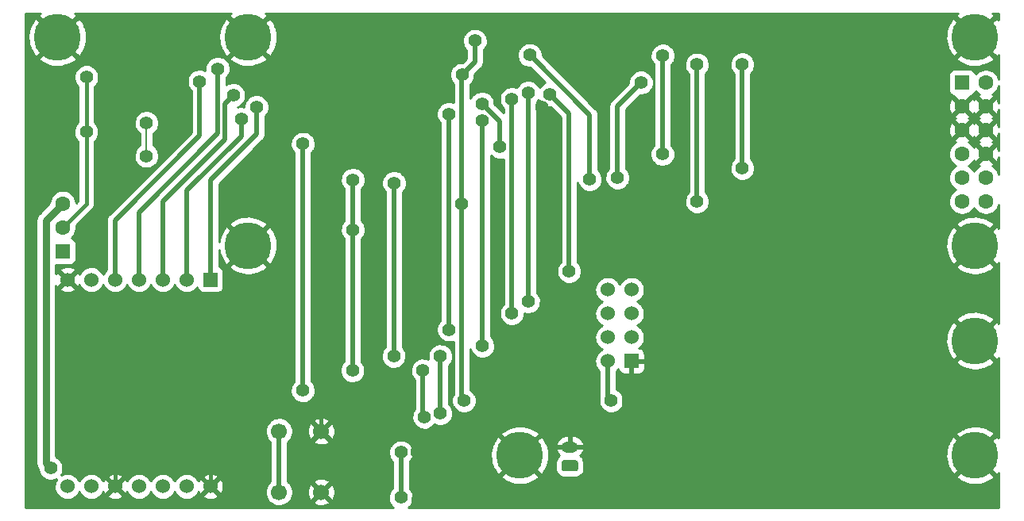
<source format=gbl>
G04 #@! TF.GenerationSoftware,KiCad,Pcbnew,5.99.0-unknown-57e35c9~88~ubuntu19.10.1*
G04 #@! TF.CreationDate,2021-09-15T00:48:26-03:00*
G04 #@! TF.ProjectId,Femtosat,46656d74-6f73-4617-942e-6b696361645f,rev?*
G04 #@! TF.SameCoordinates,Original*
G04 #@! TF.FileFunction,Copper,L2,Bot*
G04 #@! TF.FilePolarity,Positive*
%FSLAX46Y46*%
G04 Gerber Fmt 4.6, Leading zero omitted, Abs format (unit mm)*
G04 Created by KiCad (PCBNEW 5.99.0-unknown-57e35c9~88~ubuntu19.10.1) date 2021-09-15 00:48:26*
%MOMM*%
%LPD*%
G01*
G04 APERTURE LIST*
G04 #@! TA.AperFunction,ComponentPad*
%ADD10C,5.000000*%
G04 #@! TD*
G04 #@! TA.AperFunction,ComponentPad*
%ADD11R,1.600000X1.600000*%
G04 #@! TD*
G04 #@! TA.AperFunction,ComponentPad*
%ADD12C,1.600000*%
G04 #@! TD*
G04 #@! TA.AperFunction,ComponentPad*
%ADD13C,1.524000*%
G04 #@! TD*
G04 #@! TA.AperFunction,ComponentPad*
%ADD14R,1.524000X1.524000*%
G04 #@! TD*
G04 #@! TA.AperFunction,ComponentPad*
%ADD15C,1.700000*%
G04 #@! TD*
G04 #@! TA.AperFunction,ComponentPad*
%ADD16O,1.750000X1.200000*%
G04 #@! TD*
G04 #@! TA.AperFunction,ViaPad*
%ADD17C,1.400000*%
G04 #@! TD*
G04 #@! TA.AperFunction,Conductor*
%ADD18C,0.450000*%
G04 #@! TD*
G04 #@! TA.AperFunction,Conductor*
%ADD19C,0.800000*%
G04 #@! TD*
G04 #@! TA.AperFunction,Conductor*
%ADD20C,0.550000*%
G04 #@! TD*
G04 #@! TA.AperFunction,Conductor*
%ADD21C,0.200000*%
G04 #@! TD*
G04 #@! TA.AperFunction,Conductor*
%ADD22C,0.254000*%
G04 #@! TD*
G04 APERTURE END LIST*
D10*
X119660000Y-77270000D03*
X70390000Y-32645000D03*
X168190000Y-77270000D03*
X168190000Y-65030000D03*
X90710000Y-32645000D03*
X90710000Y-54870000D03*
X168190000Y-32645000D03*
X168190000Y-54870000D03*
D11*
X166790000Y-37471000D03*
D12*
X169330000Y-37471000D03*
X166790000Y-40011000D03*
X169330000Y-40011000D03*
X166790000Y-42551000D03*
X169330000Y-42551000D03*
X166790000Y-45091000D03*
X169330000Y-45091000D03*
X166790000Y-47631000D03*
X169330000Y-47631000D03*
X166790000Y-50171000D03*
X169330000Y-50171000D03*
D13*
X86690200Y-80590000D03*
X84150200Y-80590000D03*
X81610200Y-80590000D03*
X79070200Y-80590000D03*
X76530200Y-80590000D03*
X73990200Y-80590000D03*
X71450200Y-80590000D03*
X71450200Y-58510000D03*
X73990200Y-58510000D03*
X76530200Y-58510000D03*
X79070200Y-58510000D03*
X81610200Y-58510000D03*
X84150200Y-58510000D03*
D14*
X86690200Y-58510000D03*
D13*
X129032000Y-59588400D03*
X131572000Y-59588400D03*
X129032000Y-62128400D03*
X131572000Y-62128400D03*
X129032000Y-64668400D03*
X131572000Y-64668400D03*
X129032000Y-67208400D03*
D14*
X131572000Y-67208400D03*
D12*
X70950000Y-50410000D03*
X70950000Y-52950000D03*
D11*
X70950000Y-55490000D03*
D15*
X94005400Y-81203800D03*
X94005400Y-74703800D03*
X98505400Y-81203800D03*
X98505400Y-74703800D03*
D16*
X125000000Y-76384400D03*
G04 #@! TA.AperFunction,ComponentPad*
G36*
G01*
X125625001Y-78984400D02*
X124374999Y-78984400D01*
G75*
G02*
X124125000Y-78734401I0J249999D01*
G01*
X124125000Y-78034399D01*
G75*
G02*
X124374999Y-77784400I249999J0D01*
G01*
X125625001Y-77784400D01*
G75*
G02*
X125875000Y-78034399I0J-249999D01*
G01*
X125875000Y-78734401D01*
G75*
G02*
X125625001Y-78984400I-249999J0D01*
G01*
G37*
G04 #@! TD.AperFunction*
D17*
X69659500Y-78613000D03*
X123317000Y-72961500D03*
X122618500Y-49530000D03*
X127127000Y-47815500D03*
X74549000Y-54610000D03*
X73469500Y-36893500D03*
X121983500Y-40132000D03*
X99885500Y-53022500D03*
X98234500Y-53022500D03*
X138176000Y-62103000D03*
X99402900Y-63220600D03*
X99377500Y-56451500D03*
X117919500Y-68529200D03*
X123380500Y-68529200D03*
X140970000Y-41656000D03*
X126238000Y-37782500D03*
X122732800Y-55854600D03*
X120751600Y-68529200D03*
X86690200Y-74412600D03*
X76530200Y-74463400D03*
X112979200Y-33223200D03*
X109626400Y-44323000D03*
X110363000Y-46888400D03*
X118821200Y-39243000D03*
X147142200Y-54381400D03*
X147066000Y-41656000D03*
X147066000Y-32867600D03*
X128574800Y-41300400D03*
X132791200Y-43307000D03*
X114884200Y-33020000D03*
X131622800Y-55168800D03*
X130098800Y-55194200D03*
X127101600Y-55143400D03*
X90322400Y-63246000D03*
X110159800Y-64617600D03*
X108407200Y-63220600D03*
X98171000Y-42621200D03*
X100507800Y-39446200D03*
X143383000Y-35534600D03*
X143383000Y-46609000D03*
X138557000Y-50165000D03*
X138557000Y-35560000D03*
X134874000Y-45110400D03*
X134899400Y-34594800D03*
X120726200Y-34544000D03*
X76708000Y-33426400D03*
X76733400Y-41910000D03*
X76708000Y-48539400D03*
X93599000Y-50063400D03*
X108762800Y-82118200D03*
X106984800Y-81788000D03*
X107010200Y-76962000D03*
X110159800Y-56464200D03*
X112115600Y-63855600D03*
X112115600Y-40843200D03*
X115697000Y-65608200D03*
X115646200Y-41554400D03*
X117551200Y-44348400D03*
X115620800Y-39725600D03*
X124917200Y-57632600D03*
X120548400Y-60858400D03*
X118821200Y-62128400D03*
X122859800Y-38735000D03*
X120573800Y-38557200D03*
X123240800Y-34010600D03*
X123088400Y-44526200D03*
X132588000Y-37465000D03*
X130073400Y-47625000D03*
X113512600Y-36652200D03*
X113487200Y-50444400D03*
X113715800Y-71424800D03*
X109499400Y-73177400D03*
X101828600Y-68224400D03*
X109347000Y-68224400D03*
X101879400Y-53187600D03*
X101879400Y-47853600D03*
X111201200Y-72796400D03*
X106222800Y-66675000D03*
X106273600Y-48209200D03*
X111201200Y-66700400D03*
X76708000Y-46431200D03*
X87477600Y-35991800D03*
X85547200Y-37363400D03*
X89966800Y-41351200D03*
X91617800Y-40081200D03*
X89128600Y-38811200D03*
X108407200Y-55473600D03*
X96545400Y-70358000D03*
X96545400Y-44018200D03*
X98501200Y-70231000D03*
X108686600Y-76911200D03*
X131241800Y-71450200D03*
X129413000Y-71424800D03*
X94310200Y-48564800D03*
X79883000Y-45313600D03*
X79883000Y-41783000D03*
X73456042Y-42752502D03*
D18*
X86690200Y-74412600D02*
X86690200Y-75412600D01*
X76530200Y-74463400D02*
X76530200Y-75463400D01*
X76530200Y-80590000D02*
X76530200Y-75463400D01*
X86690200Y-80590000D02*
X86690200Y-75412600D01*
D19*
X69151500Y-52658500D02*
X69151500Y-78105000D01*
X69151500Y-78105000D02*
X69659500Y-78613000D01*
D20*
X86690200Y-47904400D02*
X86690200Y-58510000D01*
X84150200Y-49022000D02*
X84150200Y-58510000D01*
X81610200Y-50165000D02*
X81610200Y-58510000D01*
X79070200Y-51333400D02*
X79070200Y-58510000D01*
X76530200Y-52197000D02*
X76530200Y-58510000D01*
D18*
X70950000Y-52950000D02*
X73456042Y-50443958D01*
X73456042Y-50443958D02*
X73456042Y-42752502D01*
D19*
X69151500Y-52658500D02*
X69151500Y-52208500D01*
X69151500Y-52208500D02*
X70950000Y-50410000D01*
D20*
X127112200Y-47800700D02*
X127127000Y-47815500D01*
X127112200Y-40930000D02*
X127112200Y-47800700D01*
D18*
X74549000Y-50698400D02*
X74549000Y-54610000D01*
X76708000Y-48539400D02*
X74549000Y-50698400D01*
X73456042Y-36906958D02*
X73469500Y-36893500D01*
X73456042Y-42752502D02*
X73456042Y-36906958D01*
D20*
X118821200Y-62128400D02*
X118821200Y-39243000D01*
X114884200Y-33020000D02*
X114884200Y-35280600D01*
X114884200Y-35280600D02*
X113512600Y-36652200D01*
D18*
X110159800Y-56464200D02*
X110159800Y-64617600D01*
X108407200Y-55473600D02*
X108407200Y-63220600D01*
D20*
X143383000Y-35534600D02*
X143383000Y-46609000D01*
X138557000Y-35560000D02*
X138557000Y-50165000D01*
X134899400Y-45085000D02*
X134874000Y-45110400D01*
X134899400Y-34594800D02*
X134899400Y-45085000D01*
X120726200Y-34544000D02*
X127112200Y-40930000D01*
D18*
X76733400Y-33451800D02*
X76708000Y-33426400D01*
X76733400Y-41910000D02*
X76733400Y-33451800D01*
X76708000Y-41935400D02*
X76733400Y-41910000D01*
X76708000Y-46431200D02*
X76708000Y-41935400D01*
X108686600Y-82042000D02*
X108762800Y-82118200D01*
X108686600Y-76911200D02*
X108686600Y-82042000D01*
D20*
X107010200Y-81762600D02*
X106984800Y-81788000D01*
X107010200Y-76962000D02*
X107010200Y-81762600D01*
X112115600Y-40843200D02*
X112115600Y-63855600D01*
X115646200Y-65557400D02*
X115697000Y-65608200D01*
X115646200Y-41554400D02*
X115646200Y-65557400D01*
X117551200Y-41656000D02*
X117551200Y-44348400D01*
X115620800Y-39725600D02*
X117551200Y-41656000D01*
X124917200Y-40792400D02*
X124917200Y-57632600D01*
X122859800Y-38735000D02*
X124917200Y-40792400D01*
X120548400Y-38582600D02*
X120548400Y-60858400D01*
X120573800Y-38557200D02*
X120548400Y-38582600D01*
X130073400Y-39979600D02*
X132588000Y-37465000D01*
X130073400Y-47625000D02*
X130073400Y-39979600D01*
X113487200Y-36677600D02*
X113512600Y-36652200D01*
X113487200Y-50444400D02*
X113487200Y-36677600D01*
X113487200Y-50444400D02*
X113487200Y-71196200D01*
X113487200Y-71196200D02*
X113715800Y-71424800D01*
X101879400Y-68173600D02*
X101828600Y-68224400D01*
X101879400Y-53187600D02*
X101879400Y-68173600D01*
X109347000Y-73025000D02*
X109499400Y-73177400D01*
X109347000Y-68224400D02*
X109347000Y-73025000D01*
X101879400Y-47853600D02*
X101879400Y-53187600D01*
X106273600Y-48209200D02*
X106273600Y-66624200D01*
X106273600Y-66624200D02*
X106222800Y-66675000D01*
X111201200Y-66700400D02*
X111201200Y-72796400D01*
X91617800Y-40081200D02*
X91617800Y-42976800D01*
X91617800Y-42976800D02*
X86690200Y-47904400D01*
X89966800Y-41351200D02*
X89966800Y-43205400D01*
X89966800Y-43205400D02*
X84150200Y-49022000D01*
X88227609Y-39712191D02*
X88227609Y-43547591D01*
X89128600Y-38811200D02*
X88227609Y-39712191D01*
X88227609Y-43547591D02*
X81610200Y-50165000D01*
X87477600Y-35991800D02*
X87477600Y-42926000D01*
X87477600Y-42926000D02*
X79070200Y-51333400D01*
X85547200Y-37363400D02*
X85547200Y-43180000D01*
X85547200Y-43180000D02*
X76530200Y-52197000D01*
X96545400Y-44018200D02*
X96545400Y-70358000D01*
D18*
X98505400Y-70235200D02*
X98501200Y-70231000D01*
X98505400Y-74703800D02*
X98505400Y-70235200D01*
X131572000Y-71120000D02*
X131241800Y-71450200D01*
X131572000Y-67208400D02*
X131572000Y-71120000D01*
D20*
X129032000Y-71043800D02*
X129413000Y-71424800D01*
X129032000Y-67208400D02*
X129032000Y-71043800D01*
X94005400Y-74703800D02*
X94005400Y-81203800D01*
D21*
X79883000Y-41783000D02*
X79883000Y-45313600D01*
G36*
X68430135Y-30192883D02*
G01*
X68424470Y-30197422D01*
X68324510Y-30287427D01*
X68321676Y-30395657D01*
X70337809Y-32411790D01*
X70442191Y-32411790D01*
X72462309Y-30391672D01*
X72454516Y-30277360D01*
X72226123Y-30104000D01*
X88875206Y-30104000D01*
X88750135Y-30192883D01*
X88744470Y-30197422D01*
X88644510Y-30287427D01*
X88641676Y-30395657D01*
X90657809Y-32411790D01*
X90762191Y-32411790D01*
X92782309Y-30391672D01*
X92774516Y-30277360D01*
X92546123Y-30104000D01*
X166355206Y-30104000D01*
X166230135Y-30192883D01*
X166224470Y-30197422D01*
X166124510Y-30287427D01*
X166121676Y-30395657D01*
X168137809Y-32411790D01*
X168242191Y-32411790D01*
X170262309Y-30391672D01*
X170254516Y-30277360D01*
X170026123Y-30104000D01*
X170726000Y-30104000D01*
X170726000Y-30795643D01*
X170722036Y-30789539D01*
X170717738Y-30783688D01*
X170550736Y-30581816D01*
X170439451Y-30576568D01*
X168423210Y-32592809D01*
X168423210Y-32697191D01*
X170440690Y-34714671D01*
X170547384Y-34712996D01*
X170595876Y-34661359D01*
X170600534Y-34655789D01*
X170726000Y-34486849D01*
X170726000Y-37130035D01*
X170721387Y-37103874D01*
X170718540Y-37093247D01*
X170636498Y-36867840D01*
X170631848Y-36857868D01*
X170511912Y-36650132D01*
X170505601Y-36641119D01*
X170351413Y-36457366D01*
X170343634Y-36449587D01*
X170159881Y-36295399D01*
X170150868Y-36289088D01*
X169943132Y-36169152D01*
X169933160Y-36164502D01*
X169707753Y-36082460D01*
X169697126Y-36079613D01*
X169460897Y-36037959D01*
X169449936Y-36037000D01*
X169210064Y-36037000D01*
X169199103Y-36037959D01*
X168962874Y-36079613D01*
X168952247Y-36082460D01*
X168726840Y-36164502D01*
X168716868Y-36169152D01*
X168509132Y-36289088D01*
X168500119Y-36295399D01*
X168316366Y-36449587D01*
X168308587Y-36457366D01*
X168210394Y-36574387D01*
X168154863Y-36367142D01*
X168142120Y-36342662D01*
X168011010Y-36186410D01*
X167994121Y-36172239D01*
X167819880Y-36071641D01*
X167799163Y-36064100D01*
X167606462Y-36030122D01*
X167595501Y-36029163D01*
X165981742Y-36029163D01*
X165965366Y-36031319D01*
X165686142Y-36106137D01*
X165661662Y-36118880D01*
X165505410Y-36249990D01*
X165491239Y-36266879D01*
X165390641Y-36441120D01*
X165383100Y-36461837D01*
X165349122Y-36654538D01*
X165348163Y-36665499D01*
X165348163Y-38279258D01*
X165350319Y-38295634D01*
X165425137Y-38574859D01*
X165437880Y-38599339D01*
X165568990Y-38755590D01*
X165585879Y-38769761D01*
X165760120Y-38870359D01*
X165780837Y-38877900D01*
X165935341Y-38905143D01*
X165927177Y-38967156D01*
X166737809Y-39777790D01*
X166842191Y-39777790D01*
X167652823Y-38967156D01*
X167644340Y-38902721D01*
X167893859Y-38835863D01*
X167918339Y-38823120D01*
X168074590Y-38692010D01*
X168088761Y-38675121D01*
X168189359Y-38500880D01*
X168196900Y-38480163D01*
X168215643Y-38373868D01*
X168308587Y-38484634D01*
X168316366Y-38492413D01*
X168500119Y-38646601D01*
X168509132Y-38652912D01*
X168661706Y-38741000D01*
X168483397Y-38843947D01*
X168467177Y-38967156D01*
X169277809Y-39777790D01*
X169382191Y-39777790D01*
X170192823Y-38967156D01*
X170176603Y-38843947D01*
X169998294Y-38741000D01*
X170150868Y-38652912D01*
X170159881Y-38646601D01*
X170343634Y-38492413D01*
X170351413Y-38484634D01*
X170505601Y-38300881D01*
X170511912Y-38291868D01*
X170631848Y-38084132D01*
X170636498Y-38074160D01*
X170718540Y-37848753D01*
X170721387Y-37838126D01*
X170726000Y-37811965D01*
X170726000Y-39670035D01*
X170721387Y-39643874D01*
X170718540Y-39633247D01*
X170636498Y-39407840D01*
X170631848Y-39397868D01*
X170497053Y-39164397D01*
X170373844Y-39148177D01*
X169563210Y-39958809D01*
X169563210Y-40063191D01*
X170373844Y-40873823D01*
X170497053Y-40857603D01*
X170631848Y-40624132D01*
X170636498Y-40614160D01*
X170718540Y-40388753D01*
X170721387Y-40378126D01*
X170726000Y-40351965D01*
X170726000Y-42210035D01*
X170721387Y-42183874D01*
X170718540Y-42173247D01*
X170636498Y-41947840D01*
X170631848Y-41937868D01*
X170497053Y-41704397D01*
X170373844Y-41688177D01*
X169563210Y-42498809D01*
X169563210Y-42603191D01*
X170373844Y-43413823D01*
X170497053Y-43397603D01*
X170631848Y-43164132D01*
X170636498Y-43154160D01*
X170718540Y-42928753D01*
X170721387Y-42918126D01*
X170726000Y-42891965D01*
X170726000Y-44750035D01*
X170721387Y-44723874D01*
X170718540Y-44713247D01*
X170636498Y-44487840D01*
X170631848Y-44477868D01*
X170497053Y-44244397D01*
X170373844Y-44228177D01*
X169563210Y-45038809D01*
X169563210Y-45143191D01*
X170373844Y-45953823D01*
X170497053Y-45937603D01*
X170631848Y-45704132D01*
X170636498Y-45694160D01*
X170718540Y-45468753D01*
X170721387Y-45458126D01*
X170726000Y-45431965D01*
X170726000Y-47290035D01*
X170721387Y-47263874D01*
X170718540Y-47253247D01*
X170636498Y-47027840D01*
X170631848Y-47017868D01*
X170511912Y-46810132D01*
X170505601Y-46801119D01*
X170351413Y-46617366D01*
X170343634Y-46609587D01*
X170159881Y-46455399D01*
X170150868Y-46449088D01*
X169998294Y-46361000D01*
X170176603Y-46258053D01*
X170192823Y-46134844D01*
X169382191Y-45324210D01*
X169277809Y-45324210D01*
X168467177Y-46134844D01*
X168483397Y-46258053D01*
X168661706Y-46361000D01*
X168509132Y-46449088D01*
X168500119Y-46455399D01*
X168316366Y-46609587D01*
X168308587Y-46617366D01*
X168154399Y-46801119D01*
X168148088Y-46810132D01*
X168060000Y-46962705D01*
X167971912Y-46810132D01*
X167965601Y-46801119D01*
X167811413Y-46617366D01*
X167803634Y-46609587D01*
X167619881Y-46455399D01*
X167610868Y-46449088D01*
X167458295Y-46361000D01*
X167610868Y-46272912D01*
X167619881Y-46266601D01*
X167803634Y-46112413D01*
X167811413Y-46104634D01*
X167965601Y-45920881D01*
X167971912Y-45911868D01*
X168060000Y-45759294D01*
X168162947Y-45937603D01*
X168286156Y-45953823D01*
X169096790Y-45143191D01*
X169096790Y-45038809D01*
X168286156Y-44228177D01*
X168162947Y-44244397D01*
X168060000Y-44422706D01*
X167971912Y-44270132D01*
X167965601Y-44261119D01*
X167811413Y-44077366D01*
X167803634Y-44069587D01*
X167619881Y-43915399D01*
X167610868Y-43909088D01*
X167458294Y-43821000D01*
X167636603Y-43718053D01*
X167652823Y-43594844D01*
X168467177Y-43594844D01*
X168483397Y-43718053D01*
X168661706Y-43821000D01*
X168483397Y-43923947D01*
X168467177Y-44047156D01*
X169277809Y-44857790D01*
X169382191Y-44857790D01*
X170192823Y-44047156D01*
X170176603Y-43923947D01*
X169998294Y-43821000D01*
X170176603Y-43718053D01*
X170192823Y-43594844D01*
X169382191Y-42784210D01*
X169277809Y-42784210D01*
X168467177Y-43594844D01*
X167652823Y-43594844D01*
X166842191Y-42784210D01*
X166737809Y-42784210D01*
X165927177Y-43594844D01*
X165943397Y-43718053D01*
X166121706Y-43821000D01*
X165969132Y-43909088D01*
X165960119Y-43915399D01*
X165776366Y-44069587D01*
X165768587Y-44077366D01*
X165614399Y-44261119D01*
X165608088Y-44270132D01*
X165488152Y-44477868D01*
X165483502Y-44487840D01*
X165401460Y-44713247D01*
X165398613Y-44723874D01*
X165356959Y-44960103D01*
X165356000Y-44971064D01*
X165356000Y-45210936D01*
X165356959Y-45221897D01*
X165398613Y-45458126D01*
X165401460Y-45468753D01*
X165483502Y-45694160D01*
X165488152Y-45704132D01*
X165608088Y-45911868D01*
X165614399Y-45920881D01*
X165768587Y-46104634D01*
X165776366Y-46112413D01*
X165960119Y-46266601D01*
X165969132Y-46272912D01*
X166121705Y-46361000D01*
X165969132Y-46449088D01*
X165960119Y-46455399D01*
X165776366Y-46609587D01*
X165768587Y-46617366D01*
X165614399Y-46801119D01*
X165608088Y-46810132D01*
X165488152Y-47017868D01*
X165483502Y-47027840D01*
X165401460Y-47253247D01*
X165398613Y-47263874D01*
X165356959Y-47500103D01*
X165356000Y-47511064D01*
X165356000Y-47750936D01*
X165356959Y-47761897D01*
X165398613Y-47998126D01*
X165401460Y-48008753D01*
X165483502Y-48234160D01*
X165488152Y-48244132D01*
X165608088Y-48451868D01*
X165614399Y-48460881D01*
X165768587Y-48644634D01*
X165776366Y-48652413D01*
X165960119Y-48806601D01*
X165969132Y-48812912D01*
X166121705Y-48901000D01*
X165969132Y-48989088D01*
X165960119Y-48995399D01*
X165776366Y-49149587D01*
X165768587Y-49157366D01*
X165614399Y-49341119D01*
X165608088Y-49350132D01*
X165488152Y-49557868D01*
X165483502Y-49567840D01*
X165401460Y-49793247D01*
X165398613Y-49803874D01*
X165356959Y-50040103D01*
X165356000Y-50051064D01*
X165356000Y-50290936D01*
X165356959Y-50301897D01*
X165398613Y-50538126D01*
X165401460Y-50548753D01*
X165483502Y-50774160D01*
X165488152Y-50784132D01*
X165608088Y-50991868D01*
X165614399Y-51000881D01*
X165768587Y-51184634D01*
X165776366Y-51192413D01*
X165960119Y-51346601D01*
X165969132Y-51352912D01*
X166176868Y-51472848D01*
X166186840Y-51477498D01*
X166412247Y-51559540D01*
X166422874Y-51562387D01*
X166659103Y-51604041D01*
X166670064Y-51605000D01*
X166909936Y-51605000D01*
X166920897Y-51604041D01*
X167157126Y-51562387D01*
X167167753Y-51559540D01*
X167393160Y-51477498D01*
X167403132Y-51472848D01*
X167610868Y-51352912D01*
X167619881Y-51346601D01*
X167803634Y-51192413D01*
X167811413Y-51184634D01*
X167965601Y-51000881D01*
X167971912Y-50991868D01*
X168060000Y-50839295D01*
X168148088Y-50991868D01*
X168154399Y-51000881D01*
X168308587Y-51184634D01*
X168316366Y-51192413D01*
X168500119Y-51346601D01*
X168509132Y-51352912D01*
X168716868Y-51472848D01*
X168726840Y-51477498D01*
X168952247Y-51559540D01*
X168962874Y-51562387D01*
X169199103Y-51604041D01*
X169210064Y-51605000D01*
X169449936Y-51605000D01*
X169460897Y-51604041D01*
X169697126Y-51562387D01*
X169707753Y-51559540D01*
X169933160Y-51477498D01*
X169943132Y-51472848D01*
X170150868Y-51352912D01*
X170159881Y-51346601D01*
X170343634Y-51192413D01*
X170351413Y-51184634D01*
X170505601Y-51000881D01*
X170511912Y-50991868D01*
X170631848Y-50784132D01*
X170636498Y-50774160D01*
X170718540Y-50548753D01*
X170721387Y-50538126D01*
X170726000Y-50511965D01*
X170726000Y-53020643D01*
X170722036Y-53014539D01*
X170717738Y-53008688D01*
X170550736Y-52806816D01*
X170439451Y-52801568D01*
X168423210Y-54817809D01*
X168423210Y-54922191D01*
X170440690Y-56939671D01*
X170547384Y-56937996D01*
X170595876Y-56886359D01*
X170600534Y-56880789D01*
X170726000Y-56711848D01*
X170726001Y-63180644D01*
X170722036Y-63174539D01*
X170717738Y-63168688D01*
X170550736Y-62966816D01*
X170439451Y-62961568D01*
X168423210Y-64977809D01*
X168423210Y-65082191D01*
X170440690Y-67099671D01*
X170547384Y-67097996D01*
X170595876Y-67046359D01*
X170600534Y-67040789D01*
X170726001Y-66871848D01*
X170726001Y-75420645D01*
X170722036Y-75414539D01*
X170717738Y-75408688D01*
X170550736Y-75206816D01*
X170439451Y-75201568D01*
X168423210Y-77217809D01*
X168423210Y-77322191D01*
X170440690Y-79339671D01*
X170547384Y-79337996D01*
X170595876Y-79286359D01*
X170600534Y-79280789D01*
X170726001Y-79111848D01*
X170726001Y-82836000D01*
X107813952Y-82836000D01*
X107906310Y-82765896D01*
X107916512Y-82756180D01*
X108100062Y-82537436D01*
X108107859Y-82525701D01*
X108238383Y-82271727D01*
X108243386Y-82258556D01*
X108314509Y-81981549D01*
X108316489Y-81966709D01*
X108320959Y-81646543D01*
X108319394Y-81631654D01*
X108256034Y-81352770D01*
X108251401Y-81339464D01*
X108128018Y-81081945D01*
X108120552Y-81069997D01*
X107943183Y-80846213D01*
X107933255Y-80836216D01*
X107921200Y-80826523D01*
X107921200Y-79520064D01*
X117590955Y-79520064D01*
X117596827Y-79632108D01*
X117825260Y-79817090D01*
X117831155Y-79821326D01*
X118130174Y-80011090D01*
X118136517Y-80014620D01*
X118455367Y-80168759D01*
X118462073Y-80171537D01*
X118796524Y-80288005D01*
X118803506Y-80289994D01*
X119149128Y-80367249D01*
X119156292Y-80368422D01*
X119508503Y-80405441D01*
X119515754Y-80405783D01*
X119869886Y-80402075D01*
X119877128Y-80401581D01*
X120228486Y-80357194D01*
X120235623Y-80355871D01*
X120579552Y-80271394D01*
X120586490Y-80269260D01*
X120918430Y-80145812D01*
X120925077Y-80142895D01*
X121240628Y-79982114D01*
X121246895Y-79978452D01*
X121541875Y-79782466D01*
X121547680Y-79778108D01*
X121723420Y-79629595D01*
X121728053Y-79519072D01*
X119712191Y-77503210D01*
X119607809Y-77503210D01*
X117590955Y-79520064D01*
X107921200Y-79520064D01*
X107921200Y-77947874D01*
X107931710Y-77939896D01*
X107941912Y-77930180D01*
X108125462Y-77711436D01*
X108133259Y-77699701D01*
X108263783Y-77445727D01*
X108268786Y-77432556D01*
X108290356Y-77348544D01*
X116521884Y-77348544D01*
X116522074Y-77355801D01*
X116551709Y-77708709D01*
X116552731Y-77715896D01*
X116622731Y-78063060D01*
X116624573Y-78070081D01*
X116734012Y-78406899D01*
X116736649Y-78413662D01*
X116884075Y-78735669D01*
X116887472Y-78742085D01*
X117070932Y-79045013D01*
X117075044Y-79050995D01*
X117294439Y-79333839D01*
X117407997Y-79340984D01*
X119426790Y-77322191D01*
X119426790Y-77217809D01*
X119893210Y-77217809D01*
X119893210Y-77322191D01*
X121910690Y-79339671D01*
X122017384Y-79337996D01*
X122065876Y-79286359D01*
X122070534Y-79280789D01*
X122281688Y-78996470D01*
X122285673Y-78990402D01*
X122462749Y-78683699D01*
X122466011Y-78677214D01*
X122606661Y-78352190D01*
X122609155Y-78345373D01*
X122703625Y-78032470D01*
X123485776Y-78032470D01*
X123485776Y-78738584D01*
X123487220Y-78752014D01*
X123560255Y-79087753D01*
X123568885Y-79108588D01*
X123697696Y-79309020D01*
X123709499Y-79322641D01*
X123887849Y-79477183D01*
X123903011Y-79486927D01*
X124117676Y-79584961D01*
X124134969Y-79590039D01*
X124364093Y-79622982D01*
X124373070Y-79623624D01*
X125629184Y-79623624D01*
X125642614Y-79622180D01*
X125978353Y-79549145D01*
X125999188Y-79540515D01*
X126031010Y-79520064D01*
X166120955Y-79520064D01*
X166126827Y-79632108D01*
X166355260Y-79817090D01*
X166361155Y-79821326D01*
X166660174Y-80011090D01*
X166666517Y-80014620D01*
X166985367Y-80168759D01*
X166992073Y-80171537D01*
X167326524Y-80288005D01*
X167333506Y-80289994D01*
X167679128Y-80367249D01*
X167686292Y-80368422D01*
X168038503Y-80405441D01*
X168045754Y-80405783D01*
X168399886Y-80402075D01*
X168407128Y-80401581D01*
X168758486Y-80357194D01*
X168765623Y-80355871D01*
X169109552Y-80271394D01*
X169116490Y-80269260D01*
X169448430Y-80145812D01*
X169455077Y-80142895D01*
X169770628Y-79982114D01*
X169776895Y-79978452D01*
X170071875Y-79782466D01*
X170077680Y-79778108D01*
X170253420Y-79629595D01*
X170258053Y-79519072D01*
X168242191Y-77503210D01*
X168137809Y-77503210D01*
X166120955Y-79520064D01*
X126031010Y-79520064D01*
X126199620Y-79411704D01*
X126213241Y-79399901D01*
X126367783Y-79221551D01*
X126377527Y-79206389D01*
X126475561Y-78991724D01*
X126480639Y-78974431D01*
X126513582Y-78745307D01*
X126514224Y-78736330D01*
X126514224Y-78030216D01*
X126512780Y-78016786D01*
X126439745Y-77681047D01*
X126431115Y-77660212D01*
X126302304Y-77459780D01*
X126290501Y-77446159D01*
X126177848Y-77348544D01*
X165051884Y-77348544D01*
X165052074Y-77355801D01*
X165081709Y-77708709D01*
X165082731Y-77715896D01*
X165152731Y-78063060D01*
X165154573Y-78070081D01*
X165264012Y-78406899D01*
X165266649Y-78413662D01*
X165414075Y-78735669D01*
X165417472Y-78742085D01*
X165600932Y-79045013D01*
X165605044Y-79050995D01*
X165824439Y-79333839D01*
X165937997Y-79340984D01*
X167956790Y-77322191D01*
X167956790Y-77217809D01*
X165940982Y-75202001D01*
X165831986Y-75205426D01*
X165721974Y-75330208D01*
X165717495Y-75335921D01*
X165515376Y-75626731D01*
X165511583Y-75632921D01*
X165344229Y-75945035D01*
X165341172Y-75951620D01*
X165210801Y-76280901D01*
X165208522Y-76287793D01*
X165116861Y-76629877D01*
X165115389Y-76636985D01*
X165063653Y-76987337D01*
X165063008Y-76994568D01*
X165051884Y-77348544D01*
X126177848Y-77348544D01*
X126114812Y-77293923D01*
X126254247Y-77143084D01*
X126261280Y-77133918D01*
X126376108Y-76951926D01*
X126381353Y-76941632D01*
X126461094Y-76741762D01*
X126464375Y-76730684D01*
X126489468Y-76604533D01*
X126413857Y-76512400D01*
X125201808Y-76512399D01*
X125201807Y-76512400D01*
X123585741Y-76512399D01*
X123510227Y-76601995D01*
X123526968Y-76699430D01*
X123529958Y-76710591D01*
X123604439Y-76912480D01*
X123609413Y-76922909D01*
X123719438Y-77107844D01*
X123726229Y-77117190D01*
X123868113Y-77278978D01*
X123876494Y-77286931D01*
X123891343Y-77298637D01*
X123800380Y-77357096D01*
X123786759Y-77368899D01*
X123632217Y-77547249D01*
X123622473Y-77562411D01*
X123524439Y-77777076D01*
X123519361Y-77794369D01*
X123486418Y-78023493D01*
X123485776Y-78032470D01*
X122703625Y-78032470D01*
X122711516Y-78006337D01*
X122713211Y-77999279D01*
X122776101Y-77649749D01*
X122777067Y-77640560D01*
X122794184Y-77095894D01*
X122793797Y-77086661D01*
X122752978Y-76733873D01*
X122751730Y-76726722D01*
X122670859Y-76381928D01*
X122668797Y-76374968D01*
X122592940Y-76164267D01*
X123510532Y-76164267D01*
X123586143Y-76256400D01*
X124798191Y-76256401D01*
X124872000Y-76182592D01*
X124872000Y-76182591D01*
X125127999Y-76182591D01*
X125201808Y-76256400D01*
X126414259Y-76256401D01*
X126489773Y-76166805D01*
X126473032Y-76069370D01*
X126470042Y-76058209D01*
X126395561Y-75856320D01*
X126390587Y-75845891D01*
X126280562Y-75660956D01*
X126273771Y-75651610D01*
X126131887Y-75489822D01*
X126123506Y-75481869D01*
X125954514Y-75348647D01*
X125944825Y-75342354D01*
X125754384Y-75242159D01*
X125743710Y-75237738D01*
X125537806Y-75173802D01*
X125525680Y-75171307D01*
X125330045Y-75150745D01*
X125323455Y-75150400D01*
X125201809Y-75150400D01*
X125128000Y-75224209D01*
X125127999Y-76182591D01*
X124872000Y-76182591D01*
X124872001Y-75224209D01*
X124798192Y-75150400D01*
X124670463Y-75150400D01*
X124664696Y-75150664D01*
X124504936Y-75165344D01*
X124493576Y-75167450D01*
X124286466Y-75225861D01*
X124275679Y-75230001D01*
X124082682Y-75325177D01*
X124072831Y-75331214D01*
X123900410Y-75459967D01*
X123891825Y-75467698D01*
X123745753Y-75625716D01*
X123738720Y-75634882D01*
X123623892Y-75816874D01*
X123618647Y-75827168D01*
X123538906Y-76027038D01*
X123535625Y-76038116D01*
X123510532Y-76164267D01*
X122592940Y-76164267D01*
X122548832Y-76041754D01*
X122545985Y-76035077D01*
X122388517Y-75717860D01*
X122384920Y-75711554D01*
X122192036Y-75414539D01*
X122187738Y-75408688D01*
X122020736Y-75206816D01*
X121909451Y-75201568D01*
X119893210Y-77217809D01*
X119426790Y-77217809D01*
X117410982Y-75202001D01*
X117301986Y-75205426D01*
X117191974Y-75330208D01*
X117187495Y-75335921D01*
X116985376Y-75626731D01*
X116981583Y-75632921D01*
X116814229Y-75945035D01*
X116811172Y-75951620D01*
X116680801Y-76280901D01*
X116678522Y-76287793D01*
X116586861Y-76629877D01*
X116585389Y-76636985D01*
X116533653Y-76987337D01*
X116533008Y-76994568D01*
X116521884Y-77348544D01*
X108290356Y-77348544D01*
X108339909Y-77155549D01*
X108341889Y-77140709D01*
X108346359Y-76820543D01*
X108344794Y-76805654D01*
X108281434Y-76526770D01*
X108276801Y-76513464D01*
X108153418Y-76255945D01*
X108145952Y-76243997D01*
X107968583Y-76020213D01*
X107958655Y-76010216D01*
X107736115Y-75831288D01*
X107724219Y-75823739D01*
X107467568Y-75698562D01*
X107454295Y-75693836D01*
X107176289Y-75628630D01*
X107162299Y-75626962D01*
X106876756Y-75624968D01*
X106862743Y-75626441D01*
X106583854Y-75687759D01*
X106570517Y-75692299D01*
X106312143Y-75813881D01*
X106300143Y-75821264D01*
X106075127Y-75997066D01*
X106065060Y-76006923D01*
X105884584Y-76228209D01*
X105876952Y-76240052D01*
X105749986Y-76495823D01*
X105745167Y-76509062D01*
X105678022Y-76786606D01*
X105676257Y-76800584D01*
X105672269Y-77086106D01*
X105673644Y-77100128D01*
X105733013Y-77379439D01*
X105737460Y-77392808D01*
X105857236Y-77652025D01*
X105864534Y-77664076D01*
X106038762Y-77890315D01*
X106048549Y-77900449D01*
X106099200Y-77942352D01*
X106099201Y-80784412D01*
X106049726Y-80823066D01*
X106039660Y-80832923D01*
X105859184Y-81054209D01*
X105851552Y-81066052D01*
X105724586Y-81321823D01*
X105719767Y-81335062D01*
X105652622Y-81612606D01*
X105650857Y-81626584D01*
X105646869Y-81912106D01*
X105648244Y-81926128D01*
X105707613Y-82205439D01*
X105712060Y-82218808D01*
X105831836Y-82478025D01*
X105839134Y-82490076D01*
X106013362Y-82716315D01*
X106023149Y-82726449D01*
X106155572Y-82836000D01*
X66994000Y-82836000D01*
X66994000Y-52200241D01*
X68107649Y-52200241D01*
X68107649Y-52216759D01*
X68115500Y-52276392D01*
X68115500Y-52598859D01*
X68115501Y-78037100D01*
X68107649Y-78096742D01*
X68107649Y-78113258D01*
X68116579Y-78181092D01*
X68116580Y-78181099D01*
X68117148Y-78185406D01*
X68141080Y-78367191D01*
X68145355Y-78383145D01*
X68244957Y-78623608D01*
X68258746Y-78644245D01*
X68261684Y-78647183D01*
X68321732Y-78725438D01*
X68321569Y-78737106D01*
X68322944Y-78751128D01*
X68382313Y-79030439D01*
X68386760Y-79043808D01*
X68506536Y-79303025D01*
X68513834Y-79315076D01*
X68688062Y-79541315D01*
X68697849Y-79551449D01*
X68917868Y-79733466D01*
X68929658Y-79741181D01*
X69184536Y-79869929D01*
X69197741Y-79874840D01*
X69474810Y-79943921D01*
X69488775Y-79945785D01*
X69774263Y-79951765D01*
X69788294Y-79950488D01*
X70068012Y-79893070D01*
X70081412Y-79888716D01*
X70307715Y-79786060D01*
X70266252Y-79840686D01*
X70260288Y-79850193D01*
X70152271Y-80062188D01*
X70148085Y-80072601D01*
X70079317Y-80300373D01*
X70077041Y-80311363D01*
X70049694Y-80547713D01*
X70049400Y-80558932D01*
X70064340Y-80796390D01*
X70066038Y-80807484D01*
X70122791Y-81038543D01*
X70126426Y-81049161D01*
X70223200Y-81266517D01*
X70228658Y-81276323D01*
X70362393Y-81473109D01*
X70369501Y-81481793D01*
X70535969Y-81651786D01*
X70544504Y-81659075D01*
X70738445Y-81796901D01*
X70748134Y-81802563D01*
X70963417Y-81903867D01*
X70973957Y-81907724D01*
X71203777Y-81969304D01*
X71214833Y-81971233D01*
X71451925Y-81991144D01*
X71463148Y-81991085D01*
X71700019Y-81968694D01*
X71711054Y-81966649D01*
X71940216Y-81902665D01*
X71950714Y-81898698D01*
X72164924Y-81795145D01*
X72174554Y-81789382D01*
X72367041Y-81649532D01*
X72375499Y-81642154D01*
X72540179Y-81470428D01*
X72547196Y-81461669D01*
X72678862Y-81263494D01*
X72684218Y-81253631D01*
X72720319Y-81170206D01*
X72763200Y-81266517D01*
X72768658Y-81276323D01*
X72902393Y-81473109D01*
X72909501Y-81481793D01*
X73075969Y-81651786D01*
X73084504Y-81659075D01*
X73278445Y-81796901D01*
X73288134Y-81802563D01*
X73503417Y-81903867D01*
X73513957Y-81907724D01*
X73743777Y-81969304D01*
X73754833Y-81971233D01*
X73991925Y-81991144D01*
X74003148Y-81991085D01*
X74240019Y-81968694D01*
X74251054Y-81966649D01*
X74480216Y-81902665D01*
X74490714Y-81898698D01*
X74704924Y-81795145D01*
X74714554Y-81789382D01*
X74907041Y-81649532D01*
X74915499Y-81642154D01*
X74953688Y-81602331D01*
X75698890Y-81602331D01*
X75708678Y-81718896D01*
X75818445Y-81796901D01*
X75828135Y-81802563D01*
X76043417Y-81903867D01*
X76053957Y-81907724D01*
X76283777Y-81969304D01*
X76294833Y-81971233D01*
X76531925Y-81991144D01*
X76543148Y-81991085D01*
X76780019Y-81968694D01*
X76791054Y-81966649D01*
X77020216Y-81902665D01*
X77030714Y-81898698D01*
X77244924Y-81795145D01*
X77254554Y-81789381D01*
X77352482Y-81718233D01*
X77361597Y-81602417D01*
X76582391Y-80823210D01*
X76478009Y-80823210D01*
X75698890Y-81602331D01*
X74953688Y-81602331D01*
X75080179Y-81470428D01*
X75087196Y-81461669D01*
X75218862Y-81263494D01*
X75224218Y-81253631D01*
X75260319Y-81170206D01*
X75303200Y-81266517D01*
X75308658Y-81276323D01*
X75399690Y-81410274D01*
X75517746Y-81421434D01*
X76296990Y-80642191D01*
X76296990Y-80537809D01*
X76763410Y-80537809D01*
X76763410Y-80642191D01*
X77542866Y-81421646D01*
X77661664Y-81409788D01*
X77758862Y-81263495D01*
X77764217Y-81253632D01*
X77800319Y-81170206D01*
X77843200Y-81266517D01*
X77848658Y-81276323D01*
X77982393Y-81473109D01*
X77989501Y-81481793D01*
X78155969Y-81651786D01*
X78164504Y-81659075D01*
X78358445Y-81796901D01*
X78368134Y-81802563D01*
X78583417Y-81903867D01*
X78593957Y-81907724D01*
X78823777Y-81969304D01*
X78834833Y-81971233D01*
X79071925Y-81991144D01*
X79083148Y-81991085D01*
X79320019Y-81968694D01*
X79331054Y-81966649D01*
X79560216Y-81902665D01*
X79570714Y-81898698D01*
X79784924Y-81795145D01*
X79794554Y-81789382D01*
X79987041Y-81649532D01*
X79995499Y-81642154D01*
X80160179Y-81470428D01*
X80167196Y-81461669D01*
X80298862Y-81263494D01*
X80304218Y-81253631D01*
X80340319Y-81170206D01*
X80383200Y-81266517D01*
X80388658Y-81276323D01*
X80522393Y-81473109D01*
X80529501Y-81481793D01*
X80695969Y-81651786D01*
X80704504Y-81659075D01*
X80898445Y-81796901D01*
X80908134Y-81802563D01*
X81123417Y-81903867D01*
X81133957Y-81907724D01*
X81363777Y-81969304D01*
X81374833Y-81971233D01*
X81611925Y-81991144D01*
X81623148Y-81991085D01*
X81860019Y-81968694D01*
X81871054Y-81966649D01*
X82100216Y-81902665D01*
X82110714Y-81898698D01*
X82324924Y-81795145D01*
X82334554Y-81789382D01*
X82527041Y-81649532D01*
X82535499Y-81642154D01*
X82700179Y-81470428D01*
X82707196Y-81461669D01*
X82838862Y-81263494D01*
X82844218Y-81253631D01*
X82880319Y-81170206D01*
X82923200Y-81266517D01*
X82928658Y-81276323D01*
X83062393Y-81473109D01*
X83069501Y-81481793D01*
X83235969Y-81651786D01*
X83244504Y-81659075D01*
X83438445Y-81796901D01*
X83448134Y-81802563D01*
X83663417Y-81903867D01*
X83673957Y-81907724D01*
X83903777Y-81969304D01*
X83914833Y-81971233D01*
X84151925Y-81991144D01*
X84163148Y-81991085D01*
X84400019Y-81968694D01*
X84411054Y-81966649D01*
X84640216Y-81902665D01*
X84650714Y-81898698D01*
X84864924Y-81795145D01*
X84874554Y-81789382D01*
X85067041Y-81649532D01*
X85075499Y-81642154D01*
X85113688Y-81602331D01*
X85858890Y-81602331D01*
X85868678Y-81718896D01*
X85978445Y-81796901D01*
X85988135Y-81802563D01*
X86203417Y-81903867D01*
X86213957Y-81907724D01*
X86443777Y-81969304D01*
X86454833Y-81971233D01*
X86691925Y-81991144D01*
X86703148Y-81991085D01*
X86940019Y-81968694D01*
X86951054Y-81966649D01*
X87180216Y-81902665D01*
X87190714Y-81898698D01*
X87404924Y-81795145D01*
X87414554Y-81789381D01*
X87512482Y-81718233D01*
X87521597Y-81602417D01*
X86742391Y-80823210D01*
X86638009Y-80823210D01*
X85858890Y-81602331D01*
X85113688Y-81602331D01*
X85240179Y-81470428D01*
X85247196Y-81461669D01*
X85378862Y-81263494D01*
X85384218Y-81253631D01*
X85420319Y-81170206D01*
X85463200Y-81266517D01*
X85468658Y-81276323D01*
X85559690Y-81410274D01*
X85677746Y-81421434D01*
X86456990Y-80642191D01*
X86456990Y-80537809D01*
X86923410Y-80537809D01*
X86923410Y-80642191D01*
X87702866Y-81421646D01*
X87821664Y-81409788D01*
X87918862Y-81263495D01*
X87924217Y-81253632D01*
X88018710Y-81035273D01*
X88022234Y-81024617D01*
X88076753Y-80792172D01*
X88078400Y-80779402D01*
X88086410Y-80473510D01*
X88085434Y-80460671D01*
X88043154Y-80225691D01*
X88040192Y-80214866D01*
X87957258Y-79991862D01*
X87952426Y-79981732D01*
X87827940Y-79771234D01*
X87705459Y-79755761D01*
X86923410Y-80537809D01*
X86456990Y-80537809D01*
X85677311Y-79758131D01*
X85562999Y-79765924D01*
X85506252Y-79840686D01*
X85500288Y-79850193D01*
X85421834Y-80004167D01*
X85417258Y-79991861D01*
X85412426Y-79981732D01*
X85291312Y-79776938D01*
X85284763Y-79767824D01*
X85129296Y-79587714D01*
X85121236Y-79579904D01*
X85117163Y-79576605D01*
X85857825Y-79576605D01*
X86638009Y-80356790D01*
X86742391Y-80356790D01*
X87527248Y-79571932D01*
X87509506Y-79447271D01*
X87258521Y-79309290D01*
X87248244Y-79304779D01*
X87022744Y-79228890D01*
X87011832Y-79226270D01*
X86776457Y-79191513D01*
X86765253Y-79190867D01*
X86527443Y-79198340D01*
X86516302Y-79199689D01*
X86283573Y-79249157D01*
X86272846Y-79252457D01*
X86052558Y-79342356D01*
X86042585Y-79347503D01*
X85871104Y-79456327D01*
X85857825Y-79576605D01*
X85117163Y-79576605D01*
X84936332Y-79430172D01*
X84927017Y-79423913D01*
X84718521Y-79309290D01*
X84708244Y-79304779D01*
X84482744Y-79228890D01*
X84471832Y-79226270D01*
X84236457Y-79191513D01*
X84225253Y-79190867D01*
X83987443Y-79198340D01*
X83976302Y-79199689D01*
X83743573Y-79249157D01*
X83732846Y-79252457D01*
X83512558Y-79342356D01*
X83502585Y-79347503D01*
X83301696Y-79474990D01*
X83292792Y-79481823D01*
X83117655Y-79642870D01*
X83110102Y-79651171D01*
X82966252Y-79840686D01*
X82960288Y-79850193D01*
X82881834Y-80004167D01*
X82877258Y-79991861D01*
X82872426Y-79981732D01*
X82751312Y-79776938D01*
X82744763Y-79767824D01*
X82589296Y-79587714D01*
X82581236Y-79579904D01*
X82396332Y-79430172D01*
X82387017Y-79423913D01*
X82178521Y-79309290D01*
X82168244Y-79304779D01*
X81942744Y-79228890D01*
X81931832Y-79226270D01*
X81696457Y-79191513D01*
X81685253Y-79190867D01*
X81447443Y-79198340D01*
X81436302Y-79199689D01*
X81203573Y-79249157D01*
X81192846Y-79252457D01*
X80972558Y-79342356D01*
X80962585Y-79347503D01*
X80761696Y-79474990D01*
X80752792Y-79481823D01*
X80577655Y-79642870D01*
X80570102Y-79651171D01*
X80426252Y-79840686D01*
X80420288Y-79850193D01*
X80341834Y-80004167D01*
X80337258Y-79991861D01*
X80332426Y-79981732D01*
X80211312Y-79776938D01*
X80204763Y-79767824D01*
X80049296Y-79587714D01*
X80041236Y-79579904D01*
X79856332Y-79430172D01*
X79847017Y-79423913D01*
X79638521Y-79309290D01*
X79628244Y-79304779D01*
X79402744Y-79228890D01*
X79391832Y-79226270D01*
X79156457Y-79191513D01*
X79145253Y-79190867D01*
X78907443Y-79198340D01*
X78896302Y-79199689D01*
X78663573Y-79249157D01*
X78652846Y-79252457D01*
X78432558Y-79342356D01*
X78422585Y-79347503D01*
X78221696Y-79474990D01*
X78212792Y-79481823D01*
X78037655Y-79642870D01*
X78030102Y-79651171D01*
X77886252Y-79840686D01*
X77880288Y-79850193D01*
X77801834Y-80004167D01*
X77797258Y-79991862D01*
X77792426Y-79981732D01*
X77667940Y-79771234D01*
X77545459Y-79755761D01*
X76763410Y-80537809D01*
X76296990Y-80537809D01*
X75517311Y-79758131D01*
X75402999Y-79765924D01*
X75346252Y-79840686D01*
X75340288Y-79850193D01*
X75261834Y-80004167D01*
X75257258Y-79991861D01*
X75252426Y-79981732D01*
X75131312Y-79776938D01*
X75124763Y-79767824D01*
X74969296Y-79587714D01*
X74961236Y-79579904D01*
X74957163Y-79576605D01*
X75697825Y-79576605D01*
X76478009Y-80356790D01*
X76582391Y-80356790D01*
X77367248Y-79571932D01*
X77349506Y-79447271D01*
X77098521Y-79309290D01*
X77088244Y-79304779D01*
X76862744Y-79228890D01*
X76851832Y-79226270D01*
X76616457Y-79191513D01*
X76605253Y-79190867D01*
X76367443Y-79198340D01*
X76356302Y-79199689D01*
X76123573Y-79249157D01*
X76112846Y-79252457D01*
X75892558Y-79342356D01*
X75882585Y-79347503D01*
X75711104Y-79456327D01*
X75697825Y-79576605D01*
X74957163Y-79576605D01*
X74776332Y-79430172D01*
X74767017Y-79423913D01*
X74558521Y-79309290D01*
X74548244Y-79304779D01*
X74322744Y-79228890D01*
X74311832Y-79226270D01*
X74076457Y-79191513D01*
X74065253Y-79190867D01*
X73827443Y-79198340D01*
X73816302Y-79199689D01*
X73583573Y-79249157D01*
X73572846Y-79252457D01*
X73352558Y-79342356D01*
X73342585Y-79347503D01*
X73141696Y-79474990D01*
X73132792Y-79481823D01*
X72957655Y-79642870D01*
X72950102Y-79651171D01*
X72806252Y-79840686D01*
X72800288Y-79850193D01*
X72721834Y-80004167D01*
X72717258Y-79991861D01*
X72712426Y-79981732D01*
X72591312Y-79776938D01*
X72584763Y-79767824D01*
X72429296Y-79587714D01*
X72421236Y-79579904D01*
X72236332Y-79430172D01*
X72227017Y-79423913D01*
X72018521Y-79309290D01*
X72008244Y-79304779D01*
X71782744Y-79228890D01*
X71771832Y-79226270D01*
X71536457Y-79191513D01*
X71525253Y-79190867D01*
X71287443Y-79198340D01*
X71276302Y-79199689D01*
X71043573Y-79249157D01*
X71032846Y-79252457D01*
X70812558Y-79342356D01*
X70802585Y-79347503D01*
X70769873Y-79368263D01*
X70774762Y-79362436D01*
X70782559Y-79350701D01*
X70913083Y-79096727D01*
X70918086Y-79083556D01*
X70989209Y-78806549D01*
X70991189Y-78791709D01*
X70995659Y-78471543D01*
X70994094Y-78456654D01*
X70930734Y-78177770D01*
X70926101Y-78164464D01*
X70802718Y-77906945D01*
X70795252Y-77894997D01*
X70617883Y-77671213D01*
X70607955Y-77661216D01*
X70385415Y-77482288D01*
X70373519Y-77474739D01*
X70187500Y-77384011D01*
X70187500Y-74694843D01*
X92516509Y-74694843D01*
X92534588Y-74935297D01*
X92536285Y-74945834D01*
X92594621Y-75179805D01*
X92598069Y-75189904D01*
X92694991Y-75410700D01*
X92700092Y-75420075D01*
X92832830Y-75621384D01*
X92839438Y-75629765D01*
X93004198Y-75805832D01*
X93012122Y-75812980D01*
X93094400Y-75875433D01*
X93094401Y-80031419D01*
X93033599Y-80075757D01*
X93025538Y-80082752D01*
X92857429Y-80255622D01*
X92850663Y-80263874D01*
X92714083Y-80462598D01*
X92708803Y-80471873D01*
X92607660Y-80690768D01*
X92604018Y-80700800D01*
X92541202Y-80933607D01*
X92539303Y-80944109D01*
X92516611Y-81184172D01*
X92516509Y-81194843D01*
X92534588Y-81435297D01*
X92536285Y-81445834D01*
X92594621Y-81679805D01*
X92598069Y-81689904D01*
X92694991Y-81910700D01*
X92700092Y-81920075D01*
X92832830Y-82121384D01*
X92839438Y-82129765D01*
X93004198Y-82305832D01*
X93012122Y-82312980D01*
X93204192Y-82458768D01*
X93213208Y-82464479D01*
X93427096Y-82575821D01*
X93436945Y-82579931D01*
X93666534Y-82653644D01*
X93676935Y-82656036D01*
X93915662Y-82690012D01*
X93926317Y-82690617D01*
X94167356Y-82683884D01*
X94177961Y-82682685D01*
X94414419Y-82635436D01*
X94424670Y-82632467D01*
X94649787Y-82546053D01*
X94659391Y-82541400D01*
X94866730Y-82418291D01*
X94875412Y-82412086D01*
X95031256Y-82279454D01*
X97610765Y-82279454D01*
X97618557Y-82393766D01*
X97704191Y-82458767D01*
X97713207Y-82464478D01*
X97927096Y-82575821D01*
X97936945Y-82579931D01*
X98166534Y-82653644D01*
X98176935Y-82656036D01*
X98415662Y-82690012D01*
X98426317Y-82690617D01*
X98667356Y-82683884D01*
X98677961Y-82682685D01*
X98914419Y-82635436D01*
X98924670Y-82632467D01*
X99149787Y-82546053D01*
X99159391Y-82541400D01*
X99388336Y-82405462D01*
X99403685Y-82283104D01*
X98557591Y-81437010D01*
X98453209Y-81437010D01*
X97610765Y-82279454D01*
X95031256Y-82279454D01*
X95059045Y-82255804D01*
X95066558Y-82248224D01*
X95221233Y-82063235D01*
X95227362Y-82054498D01*
X95348656Y-81846094D01*
X95353225Y-81836450D01*
X95437672Y-81610587D01*
X95440551Y-81600311D01*
X95485792Y-81363151D01*
X95486907Y-81351928D01*
X95488414Y-81194843D01*
X97016509Y-81194843D01*
X97034588Y-81435297D01*
X97036285Y-81445834D01*
X97094621Y-81679805D01*
X97098069Y-81689904D01*
X97194991Y-81910701D01*
X97200092Y-81920075D01*
X97310113Y-82086930D01*
X97429159Y-82099022D01*
X98272190Y-81255991D01*
X98272190Y-81151609D01*
X98738610Y-81151609D01*
X98738610Y-81255991D01*
X99585519Y-82102900D01*
X99708485Y-82086929D01*
X99848656Y-81846094D01*
X99853225Y-81836450D01*
X99937672Y-81610587D01*
X99940551Y-81600311D01*
X99985792Y-81363151D01*
X99986907Y-81351928D01*
X99989477Y-81084141D01*
X99988578Y-81072899D01*
X99947899Y-80834914D01*
X99945217Y-80824584D01*
X99865123Y-80597143D01*
X99860739Y-80587412D01*
X99743468Y-80376717D01*
X99737509Y-80367866D01*
X99694381Y-80314222D01*
X99582082Y-80308137D01*
X98738610Y-81151609D01*
X98272190Y-81151609D01*
X97429770Y-80309189D01*
X97312086Y-80320002D01*
X97214083Y-80462599D01*
X97208803Y-80471873D01*
X97107660Y-80690768D01*
X97104018Y-80700800D01*
X97041202Y-80933607D01*
X97039303Y-80944109D01*
X97016611Y-81184172D01*
X97016509Y-81194843D01*
X95488414Y-81194843D01*
X95489477Y-81084141D01*
X95488578Y-81072899D01*
X95447899Y-80834914D01*
X95445217Y-80824584D01*
X95365123Y-80597143D01*
X95360739Y-80587412D01*
X95243467Y-80376716D01*
X95237507Y-80367864D01*
X95086413Y-80179940D01*
X95079047Y-80172217D01*
X95029538Y-80128415D01*
X97611034Y-80128415D01*
X98453209Y-80970590D01*
X98557591Y-80970590D01*
X99402167Y-80126014D01*
X99388165Y-80004999D01*
X99184949Y-79879001D01*
X99175436Y-79874165D01*
X98952019Y-79783445D01*
X98941827Y-79780280D01*
X98706319Y-79728500D01*
X98695740Y-79727098D01*
X98454875Y-79715739D01*
X98444209Y-79716139D01*
X98204874Y-79745527D01*
X98194430Y-79747718D01*
X97963468Y-79817010D01*
X97953542Y-79820930D01*
X97737556Y-79928146D01*
X97728432Y-79933682D01*
X97620038Y-80012724D01*
X97611034Y-80128415D01*
X95029538Y-80128415D01*
X94916400Y-80028320D01*
X94916400Y-75877203D01*
X95031256Y-75779454D01*
X97610765Y-75779454D01*
X97618557Y-75893766D01*
X97704191Y-75958767D01*
X97713207Y-75964478D01*
X97927096Y-76075821D01*
X97936945Y-76079931D01*
X98166534Y-76153644D01*
X98176935Y-76156036D01*
X98415662Y-76190012D01*
X98426317Y-76190617D01*
X98667356Y-76183884D01*
X98677961Y-76182685D01*
X98914419Y-76135436D01*
X98924670Y-76132467D01*
X99149787Y-76046053D01*
X99159391Y-76041400D01*
X99388336Y-75905462D01*
X99403685Y-75783104D01*
X98557591Y-74937010D01*
X98453209Y-74937010D01*
X97610765Y-75779454D01*
X95031256Y-75779454D01*
X95059045Y-75755804D01*
X95066558Y-75748224D01*
X95221233Y-75563235D01*
X95227362Y-75554498D01*
X95348656Y-75346094D01*
X95353225Y-75336450D01*
X95437672Y-75110587D01*
X95440551Y-75100311D01*
X95485792Y-74863151D01*
X95486907Y-74851928D01*
X95488414Y-74694843D01*
X97016509Y-74694843D01*
X97034588Y-74935297D01*
X97036285Y-74945834D01*
X97094621Y-75179805D01*
X97098069Y-75189904D01*
X97194991Y-75410701D01*
X97200092Y-75420075D01*
X97310113Y-75586930D01*
X97429159Y-75599022D01*
X98272190Y-74755991D01*
X98272190Y-74651609D01*
X98738610Y-74651609D01*
X98738610Y-74755991D01*
X99585519Y-75602900D01*
X99708485Y-75586929D01*
X99848656Y-75346094D01*
X99853225Y-75336450D01*
X99937672Y-75110587D01*
X99940551Y-75100311D01*
X99955745Y-75020657D01*
X117591676Y-75020657D01*
X119607809Y-77036790D01*
X119712191Y-77036790D01*
X121728324Y-75020657D01*
X166121676Y-75020657D01*
X168137809Y-77036790D01*
X168242191Y-77036790D01*
X170262309Y-75016672D01*
X170254516Y-74902360D01*
X169943829Y-74666535D01*
X169937803Y-74662486D01*
X169632971Y-74482209D01*
X169626521Y-74478880D01*
X169302987Y-74334833D01*
X169296196Y-74332267D01*
X168958252Y-74226362D01*
X168951211Y-74224594D01*
X168603333Y-74158232D01*
X168596136Y-74157284D01*
X168242936Y-74131348D01*
X168235678Y-74131234D01*
X167881837Y-74146064D01*
X167874614Y-74146784D01*
X167524823Y-74202186D01*
X167517731Y-74203732D01*
X167176625Y-74298971D01*
X167169758Y-74301322D01*
X166841860Y-74435135D01*
X166835308Y-74438260D01*
X166524963Y-74608873D01*
X166518814Y-74612730D01*
X166230135Y-74817883D01*
X166224470Y-74822422D01*
X166124510Y-74912427D01*
X166121676Y-75020657D01*
X121728324Y-75020657D01*
X121732309Y-75016672D01*
X121724516Y-74902360D01*
X121413829Y-74666535D01*
X121407803Y-74662486D01*
X121102971Y-74482209D01*
X121096521Y-74478880D01*
X120772987Y-74334833D01*
X120766196Y-74332267D01*
X120428252Y-74226362D01*
X120421211Y-74224594D01*
X120073333Y-74158232D01*
X120066136Y-74157284D01*
X119712936Y-74131348D01*
X119705678Y-74131234D01*
X119351837Y-74146064D01*
X119344614Y-74146784D01*
X118994823Y-74202186D01*
X118987731Y-74203732D01*
X118646625Y-74298971D01*
X118639758Y-74301322D01*
X118311860Y-74435135D01*
X118305308Y-74438260D01*
X117994963Y-74608873D01*
X117988814Y-74612730D01*
X117700135Y-74817883D01*
X117694470Y-74822422D01*
X117594510Y-74912427D01*
X117591676Y-75020657D01*
X99955745Y-75020657D01*
X99985792Y-74863151D01*
X99986907Y-74851928D01*
X99989477Y-74584141D01*
X99988578Y-74572899D01*
X99947899Y-74334914D01*
X99945217Y-74324584D01*
X99865123Y-74097143D01*
X99860739Y-74087412D01*
X99743468Y-73876717D01*
X99737509Y-73867866D01*
X99694381Y-73814222D01*
X99582082Y-73808137D01*
X98738610Y-74651609D01*
X98272190Y-74651609D01*
X97429770Y-73809189D01*
X97312086Y-73820002D01*
X97214083Y-73962599D01*
X97208803Y-73971873D01*
X97107660Y-74190768D01*
X97104018Y-74200800D01*
X97041202Y-74433607D01*
X97039303Y-74444109D01*
X97016611Y-74684172D01*
X97016509Y-74694843D01*
X95488414Y-74694843D01*
X95489477Y-74584141D01*
X95488578Y-74572899D01*
X95447899Y-74334914D01*
X95445217Y-74324584D01*
X95365123Y-74097143D01*
X95360739Y-74087412D01*
X95243467Y-73876716D01*
X95237507Y-73867864D01*
X95086413Y-73679940D01*
X95079047Y-73672217D01*
X95029538Y-73628415D01*
X97611034Y-73628415D01*
X98453209Y-74470590D01*
X98557591Y-74470590D01*
X99402167Y-73626014D01*
X99388165Y-73504999D01*
X99184949Y-73379001D01*
X99175436Y-73374165D01*
X98952019Y-73283445D01*
X98941827Y-73280280D01*
X98706319Y-73228500D01*
X98695740Y-73227098D01*
X98454875Y-73215739D01*
X98444209Y-73216139D01*
X98204874Y-73245527D01*
X98194430Y-73247718D01*
X97963468Y-73317010D01*
X97953542Y-73320930D01*
X97737556Y-73428146D01*
X97728432Y-73433682D01*
X97620038Y-73512724D01*
X97611034Y-73628415D01*
X95029538Y-73628415D01*
X94898449Y-73512438D01*
X94889886Y-73506067D01*
X94684949Y-73379002D01*
X94675436Y-73374165D01*
X94452019Y-73283445D01*
X94441827Y-73280280D01*
X94206319Y-73228500D01*
X94195740Y-73227098D01*
X93954875Y-73215739D01*
X93944209Y-73216139D01*
X93704874Y-73245527D01*
X93694430Y-73247718D01*
X93463468Y-73317010D01*
X93453542Y-73320930D01*
X93237555Y-73428146D01*
X93228432Y-73433682D01*
X93033599Y-73575757D01*
X93025538Y-73582752D01*
X92857429Y-73755622D01*
X92850663Y-73763874D01*
X92714083Y-73962598D01*
X92708803Y-73971873D01*
X92607660Y-74190768D01*
X92604018Y-74200800D01*
X92541202Y-74433607D01*
X92539303Y-74444109D01*
X92516611Y-74684172D01*
X92516509Y-74694843D01*
X70187500Y-74694843D01*
X70187500Y-59522331D01*
X70618890Y-59522331D01*
X70628678Y-59638896D01*
X70738445Y-59716901D01*
X70748135Y-59722563D01*
X70963417Y-59823867D01*
X70973957Y-59827724D01*
X71203777Y-59889304D01*
X71214833Y-59891233D01*
X71451925Y-59911144D01*
X71463148Y-59911085D01*
X71700019Y-59888694D01*
X71711054Y-59886649D01*
X71940216Y-59822665D01*
X71950714Y-59818698D01*
X72164924Y-59715145D01*
X72174554Y-59709381D01*
X72272482Y-59638233D01*
X72281597Y-59522417D01*
X71502391Y-58743210D01*
X71398009Y-58743210D01*
X70618890Y-59522331D01*
X70187500Y-59522331D01*
X70187500Y-59106334D01*
X70223200Y-59186517D01*
X70228658Y-59196323D01*
X70319690Y-59330274D01*
X70437746Y-59341434D01*
X71216990Y-58562191D01*
X71216990Y-58457809D01*
X71683410Y-58457809D01*
X71683410Y-58562191D01*
X72462866Y-59341646D01*
X72581664Y-59329788D01*
X72678862Y-59183495D01*
X72684217Y-59173632D01*
X72720319Y-59090206D01*
X72763200Y-59186517D01*
X72768658Y-59196323D01*
X72902393Y-59393109D01*
X72909501Y-59401793D01*
X73075969Y-59571786D01*
X73084504Y-59579075D01*
X73278445Y-59716901D01*
X73288134Y-59722563D01*
X73503417Y-59823867D01*
X73513957Y-59827724D01*
X73743777Y-59889304D01*
X73754833Y-59891233D01*
X73991925Y-59911144D01*
X74003148Y-59911085D01*
X74240019Y-59888694D01*
X74251054Y-59886649D01*
X74480216Y-59822665D01*
X74490714Y-59818698D01*
X74704924Y-59715145D01*
X74714554Y-59709382D01*
X74907041Y-59569532D01*
X74915499Y-59562154D01*
X75080179Y-59390428D01*
X75087196Y-59381669D01*
X75218862Y-59183494D01*
X75224218Y-59173631D01*
X75260319Y-59090206D01*
X75303200Y-59186517D01*
X75308658Y-59196323D01*
X75442393Y-59393109D01*
X75449501Y-59401793D01*
X75615969Y-59571786D01*
X75624504Y-59579075D01*
X75818445Y-59716901D01*
X75828134Y-59722563D01*
X76043417Y-59823867D01*
X76053957Y-59827724D01*
X76283777Y-59889304D01*
X76294833Y-59891233D01*
X76531925Y-59911144D01*
X76543148Y-59911085D01*
X76780019Y-59888694D01*
X76791054Y-59886649D01*
X77020216Y-59822665D01*
X77030714Y-59818698D01*
X77244924Y-59715145D01*
X77254554Y-59709382D01*
X77447041Y-59569532D01*
X77455499Y-59562154D01*
X77620179Y-59390428D01*
X77627196Y-59381669D01*
X77758862Y-59183494D01*
X77764218Y-59173631D01*
X77800319Y-59090206D01*
X77843200Y-59186517D01*
X77848658Y-59196323D01*
X77982393Y-59393109D01*
X77989501Y-59401793D01*
X78155969Y-59571786D01*
X78164504Y-59579075D01*
X78358445Y-59716901D01*
X78368134Y-59722563D01*
X78583417Y-59823867D01*
X78593957Y-59827724D01*
X78823777Y-59889304D01*
X78834833Y-59891233D01*
X79071925Y-59911144D01*
X79083148Y-59911085D01*
X79320019Y-59888694D01*
X79331054Y-59886649D01*
X79560216Y-59822665D01*
X79570714Y-59818698D01*
X79784924Y-59715145D01*
X79794554Y-59709382D01*
X79987041Y-59569532D01*
X79995499Y-59562154D01*
X80160179Y-59390428D01*
X80167196Y-59381669D01*
X80298862Y-59183494D01*
X80304218Y-59173631D01*
X80340319Y-59090206D01*
X80383200Y-59186517D01*
X80388658Y-59196323D01*
X80522393Y-59393109D01*
X80529501Y-59401793D01*
X80695969Y-59571786D01*
X80704504Y-59579075D01*
X80898445Y-59716901D01*
X80908134Y-59722563D01*
X81123417Y-59823867D01*
X81133957Y-59827724D01*
X81363777Y-59889304D01*
X81374833Y-59891233D01*
X81611925Y-59911144D01*
X81623148Y-59911085D01*
X81860019Y-59888694D01*
X81871054Y-59886649D01*
X82100216Y-59822665D01*
X82110714Y-59818698D01*
X82324924Y-59715145D01*
X82334554Y-59709382D01*
X82527041Y-59569532D01*
X82535499Y-59562154D01*
X82700179Y-59390428D01*
X82707196Y-59381669D01*
X82838862Y-59183494D01*
X82844218Y-59173631D01*
X82880319Y-59090206D01*
X82923200Y-59186517D01*
X82928658Y-59196323D01*
X83062393Y-59393109D01*
X83069501Y-59401793D01*
X83235969Y-59571786D01*
X83244504Y-59579075D01*
X83438445Y-59716901D01*
X83448134Y-59722563D01*
X83663417Y-59823867D01*
X83673957Y-59827724D01*
X83903777Y-59889304D01*
X83914833Y-59891233D01*
X84151925Y-59911144D01*
X84163148Y-59911085D01*
X84400019Y-59888694D01*
X84411054Y-59886649D01*
X84640216Y-59822665D01*
X84650714Y-59818698D01*
X84864924Y-59715145D01*
X84874554Y-59709382D01*
X85067041Y-59569532D01*
X85075499Y-59562154D01*
X85240179Y-59390428D01*
X85247196Y-59381669D01*
X85292880Y-59312909D01*
X85363337Y-59575859D01*
X85376080Y-59600339D01*
X85507190Y-59756590D01*
X85524079Y-59770761D01*
X85698320Y-59871359D01*
X85719037Y-59878900D01*
X85911738Y-59912878D01*
X85922699Y-59913837D01*
X87460458Y-59913837D01*
X87476834Y-59911681D01*
X87756059Y-59836863D01*
X87780539Y-59824120D01*
X87936790Y-59693010D01*
X87950961Y-59676121D01*
X88051559Y-59501880D01*
X88059100Y-59481163D01*
X88093078Y-59288462D01*
X88094037Y-59277501D01*
X88094037Y-57739742D01*
X88091881Y-57723366D01*
X88017063Y-57444142D01*
X88004320Y-57419662D01*
X87873210Y-57263410D01*
X87856321Y-57249239D01*
X87682080Y-57148641D01*
X87661363Y-57141100D01*
X87601200Y-57130492D01*
X87601200Y-57120064D01*
X88640955Y-57120064D01*
X88646827Y-57232108D01*
X88875260Y-57417090D01*
X88881155Y-57421326D01*
X89180174Y-57611090D01*
X89186517Y-57614620D01*
X89505367Y-57768759D01*
X89512073Y-57771537D01*
X89846524Y-57888005D01*
X89853506Y-57889994D01*
X90199128Y-57967249D01*
X90206292Y-57968422D01*
X90558503Y-58005441D01*
X90565754Y-58005783D01*
X90919886Y-58002075D01*
X90927128Y-58001581D01*
X91278486Y-57957194D01*
X91285623Y-57955871D01*
X91629552Y-57871394D01*
X91636490Y-57869260D01*
X91968430Y-57745812D01*
X91975077Y-57742895D01*
X92290628Y-57582114D01*
X92296895Y-57578452D01*
X92591875Y-57382466D01*
X92597680Y-57378108D01*
X92773420Y-57229595D01*
X92778053Y-57119072D01*
X90762191Y-55103210D01*
X90657809Y-55103210D01*
X88640955Y-57120064D01*
X87601200Y-57120064D01*
X87601200Y-55302648D01*
X87601709Y-55308709D01*
X87602731Y-55315896D01*
X87672731Y-55663060D01*
X87674573Y-55670081D01*
X87784012Y-56006899D01*
X87786649Y-56013662D01*
X87934075Y-56335669D01*
X87937472Y-56342085D01*
X88120932Y-56645013D01*
X88125044Y-56650995D01*
X88344439Y-56933839D01*
X88457997Y-56940984D01*
X90476790Y-54922191D01*
X90476790Y-54817809D01*
X90943210Y-54817809D01*
X90943210Y-54922191D01*
X92960690Y-56939671D01*
X93067384Y-56937996D01*
X93115876Y-56886359D01*
X93120534Y-56880789D01*
X93331688Y-56596470D01*
X93335673Y-56590402D01*
X93512749Y-56283699D01*
X93516011Y-56277214D01*
X93656661Y-55952190D01*
X93659155Y-55945373D01*
X93761516Y-55606337D01*
X93763211Y-55599279D01*
X93826101Y-55249749D01*
X93827067Y-55240560D01*
X93844184Y-54695894D01*
X93843797Y-54686661D01*
X93802978Y-54333873D01*
X93801730Y-54326722D01*
X93720859Y-53981928D01*
X93718797Y-53974968D01*
X93598832Y-53641754D01*
X93595985Y-53635077D01*
X93438517Y-53317860D01*
X93434920Y-53311554D01*
X93242036Y-53014539D01*
X93237738Y-53008688D01*
X93070736Y-52806816D01*
X92959451Y-52801568D01*
X90943210Y-54817809D01*
X90476790Y-54817809D01*
X88460982Y-52802001D01*
X88351986Y-52805426D01*
X88241974Y-52930208D01*
X88237495Y-52935921D01*
X88035376Y-53226731D01*
X88031583Y-53232921D01*
X87864229Y-53545035D01*
X87861172Y-53551620D01*
X87730801Y-53880901D01*
X87728522Y-53887793D01*
X87636861Y-54229877D01*
X87635389Y-54236985D01*
X87601200Y-54468510D01*
X87601200Y-52620657D01*
X88641676Y-52620657D01*
X90657809Y-54636790D01*
X90762191Y-54636790D01*
X92782309Y-52616672D01*
X92774516Y-52502360D01*
X92463829Y-52266535D01*
X92457803Y-52262486D01*
X92152971Y-52082209D01*
X92146521Y-52078880D01*
X91822987Y-51934833D01*
X91816196Y-51932267D01*
X91478252Y-51826362D01*
X91471211Y-51824594D01*
X91123333Y-51758232D01*
X91116136Y-51757284D01*
X90762936Y-51731348D01*
X90755678Y-51731234D01*
X90401837Y-51746064D01*
X90394614Y-51746784D01*
X90044823Y-51802186D01*
X90037731Y-51803732D01*
X89696625Y-51898971D01*
X89689758Y-51901322D01*
X89361860Y-52035135D01*
X89355308Y-52038260D01*
X89044963Y-52208873D01*
X89038814Y-52212730D01*
X88750135Y-52417883D01*
X88744470Y-52422422D01*
X88644510Y-52512427D01*
X88641676Y-52620657D01*
X87601200Y-52620657D01*
X87601200Y-48281747D01*
X91740641Y-44142306D01*
X95207469Y-44142306D01*
X95208844Y-44156328D01*
X95268213Y-44435639D01*
X95272660Y-44449008D01*
X95392436Y-44708225D01*
X95399734Y-44720276D01*
X95573962Y-44946515D01*
X95583749Y-44956649D01*
X95634400Y-44998552D01*
X95634401Y-69374257D01*
X95610327Y-69393066D01*
X95600260Y-69402923D01*
X95419784Y-69624209D01*
X95412152Y-69636052D01*
X95285186Y-69891823D01*
X95280367Y-69905062D01*
X95213222Y-70182606D01*
X95211457Y-70196584D01*
X95207469Y-70482106D01*
X95208844Y-70496128D01*
X95268213Y-70775439D01*
X95272660Y-70788808D01*
X95392436Y-71048025D01*
X95399734Y-71060076D01*
X95573962Y-71286315D01*
X95583749Y-71296449D01*
X95803768Y-71478466D01*
X95815558Y-71486181D01*
X96070436Y-71614929D01*
X96083641Y-71619840D01*
X96360710Y-71688921D01*
X96374675Y-71690785D01*
X96660163Y-71696765D01*
X96674194Y-71695488D01*
X96953912Y-71638070D01*
X96967312Y-71633716D01*
X97227358Y-71515754D01*
X97239461Y-71508540D01*
X97466910Y-71335896D01*
X97477112Y-71326180D01*
X97660662Y-71107436D01*
X97668459Y-71095701D01*
X97798983Y-70841727D01*
X97803986Y-70828556D01*
X97875109Y-70551549D01*
X97877089Y-70536709D01*
X97881559Y-70216543D01*
X97879994Y-70201654D01*
X97816634Y-69922770D01*
X97812001Y-69909464D01*
X97688618Y-69651945D01*
X97681152Y-69639997D01*
X97503783Y-69416213D01*
X97493855Y-69406215D01*
X97456400Y-69376100D01*
X97456400Y-68348506D01*
X100490669Y-68348506D01*
X100492044Y-68362528D01*
X100551413Y-68641839D01*
X100555860Y-68655208D01*
X100675636Y-68914425D01*
X100682934Y-68926476D01*
X100857162Y-69152715D01*
X100866949Y-69162849D01*
X101086968Y-69344866D01*
X101098758Y-69352581D01*
X101353636Y-69481329D01*
X101366841Y-69486240D01*
X101643910Y-69555321D01*
X101657875Y-69557185D01*
X101943363Y-69563165D01*
X101957394Y-69561888D01*
X102237112Y-69504470D01*
X102250512Y-69500116D01*
X102510558Y-69382154D01*
X102522661Y-69374940D01*
X102750110Y-69202296D01*
X102760312Y-69192580D01*
X102943862Y-68973836D01*
X102951659Y-68962101D01*
X103082183Y-68708127D01*
X103087186Y-68694956D01*
X103158309Y-68417949D01*
X103160289Y-68403109D01*
X103161051Y-68348506D01*
X108009069Y-68348506D01*
X108010444Y-68362528D01*
X108069813Y-68641839D01*
X108074260Y-68655208D01*
X108194036Y-68914425D01*
X108201334Y-68926476D01*
X108375562Y-69152715D01*
X108385349Y-69162849D01*
X108436000Y-69204752D01*
X108436001Y-72367323D01*
X108373784Y-72443609D01*
X108366152Y-72455452D01*
X108239186Y-72711223D01*
X108234367Y-72724462D01*
X108167222Y-73002006D01*
X108165457Y-73015984D01*
X108161469Y-73301506D01*
X108162844Y-73315528D01*
X108222213Y-73594839D01*
X108226660Y-73608208D01*
X108346436Y-73867425D01*
X108353734Y-73879476D01*
X108527962Y-74105715D01*
X108537749Y-74115849D01*
X108757768Y-74297866D01*
X108769558Y-74305581D01*
X109024436Y-74434329D01*
X109037641Y-74439240D01*
X109314710Y-74508321D01*
X109328675Y-74510185D01*
X109614163Y-74516165D01*
X109628194Y-74514888D01*
X109907912Y-74457470D01*
X109921312Y-74453116D01*
X110181358Y-74335154D01*
X110193461Y-74327940D01*
X110420910Y-74155296D01*
X110431112Y-74145580D01*
X110573332Y-73976091D01*
X110726236Y-74053329D01*
X110739441Y-74058240D01*
X111016510Y-74127321D01*
X111030475Y-74129185D01*
X111315963Y-74135165D01*
X111329994Y-74133888D01*
X111609712Y-74076470D01*
X111623112Y-74072116D01*
X111883158Y-73954154D01*
X111895261Y-73946940D01*
X112122710Y-73774296D01*
X112132912Y-73764580D01*
X112316462Y-73545836D01*
X112324259Y-73534101D01*
X112454783Y-73280127D01*
X112459786Y-73266956D01*
X112530909Y-72989949D01*
X112532889Y-72975109D01*
X112537359Y-72654943D01*
X112535794Y-72640054D01*
X112472434Y-72361170D01*
X112467801Y-72347864D01*
X112344418Y-72090345D01*
X112336952Y-72078397D01*
X112159583Y-71854613D01*
X112149655Y-71844615D01*
X112112200Y-71814500D01*
X112112200Y-67686274D01*
X112122710Y-67678296D01*
X112132912Y-67668580D01*
X112316462Y-67449836D01*
X112324259Y-67438101D01*
X112454783Y-67184127D01*
X112459786Y-67170956D01*
X112530909Y-66893949D01*
X112532889Y-66879109D01*
X112537359Y-66558943D01*
X112535794Y-66544054D01*
X112472434Y-66265170D01*
X112467801Y-66251864D01*
X112344418Y-65994345D01*
X112336952Y-65982397D01*
X112159583Y-65758613D01*
X112149655Y-65748616D01*
X111927115Y-65569688D01*
X111915219Y-65562139D01*
X111658568Y-65436962D01*
X111645295Y-65432236D01*
X111367289Y-65367030D01*
X111353299Y-65365362D01*
X111067756Y-65363368D01*
X111053743Y-65364841D01*
X110774854Y-65426159D01*
X110761517Y-65430699D01*
X110503143Y-65552281D01*
X110491143Y-65559664D01*
X110266127Y-65735466D01*
X110256060Y-65745323D01*
X110075584Y-65966609D01*
X110067952Y-65978452D01*
X109940986Y-66234223D01*
X109936167Y-66247462D01*
X109869022Y-66525006D01*
X109867257Y-66538984D01*
X109863269Y-66824506D01*
X109864644Y-66838528D01*
X109900649Y-67007922D01*
X109804368Y-66960962D01*
X109791095Y-66956236D01*
X109513089Y-66891030D01*
X109499099Y-66889362D01*
X109213556Y-66887368D01*
X109199543Y-66888841D01*
X108920654Y-66950159D01*
X108907317Y-66954699D01*
X108648943Y-67076281D01*
X108636943Y-67083664D01*
X108411927Y-67259466D01*
X108401860Y-67269323D01*
X108221384Y-67490609D01*
X108213752Y-67502452D01*
X108086786Y-67758223D01*
X108081967Y-67771462D01*
X108014822Y-68049006D01*
X108013057Y-68062984D01*
X108009069Y-68348506D01*
X103161051Y-68348506D01*
X103164759Y-68082943D01*
X103163194Y-68068054D01*
X103099834Y-67789170D01*
X103095201Y-67775864D01*
X102971818Y-67518345D01*
X102964352Y-67506397D01*
X102790400Y-67286924D01*
X102790400Y-66799106D01*
X104884869Y-66799106D01*
X104886244Y-66813128D01*
X104945613Y-67092439D01*
X104950060Y-67105808D01*
X105069836Y-67365025D01*
X105077134Y-67377076D01*
X105251362Y-67603315D01*
X105261149Y-67613449D01*
X105481168Y-67795466D01*
X105492958Y-67803181D01*
X105747836Y-67931929D01*
X105761041Y-67936840D01*
X106038110Y-68005921D01*
X106052075Y-68007785D01*
X106337563Y-68013765D01*
X106351594Y-68012488D01*
X106631312Y-67955070D01*
X106644712Y-67950716D01*
X106904758Y-67832754D01*
X106916861Y-67825540D01*
X107144310Y-67652896D01*
X107154512Y-67643180D01*
X107338062Y-67424436D01*
X107345859Y-67412701D01*
X107476383Y-67158727D01*
X107481386Y-67145556D01*
X107552509Y-66868549D01*
X107554489Y-66853709D01*
X107558959Y-66533543D01*
X107557394Y-66518654D01*
X107494034Y-66239770D01*
X107489401Y-66226464D01*
X107366018Y-65968945D01*
X107358552Y-65956997D01*
X107184600Y-65737524D01*
X107184600Y-49195074D01*
X107195110Y-49187096D01*
X107205312Y-49177380D01*
X107388862Y-48958636D01*
X107396659Y-48946901D01*
X107527183Y-48692927D01*
X107532186Y-48679756D01*
X107603309Y-48402749D01*
X107605289Y-48387909D01*
X107609759Y-48067743D01*
X107608194Y-48052854D01*
X107544834Y-47773970D01*
X107540201Y-47760664D01*
X107416818Y-47503145D01*
X107409352Y-47491197D01*
X107231983Y-47267413D01*
X107222055Y-47257416D01*
X106999515Y-47078488D01*
X106987619Y-47070939D01*
X106730968Y-46945762D01*
X106717695Y-46941036D01*
X106439689Y-46875830D01*
X106425699Y-46874162D01*
X106140156Y-46872168D01*
X106126143Y-46873641D01*
X105847254Y-46934959D01*
X105833917Y-46939499D01*
X105575543Y-47061081D01*
X105563543Y-47068464D01*
X105338527Y-47244266D01*
X105328460Y-47254123D01*
X105147984Y-47475409D01*
X105140352Y-47487252D01*
X105013386Y-47743023D01*
X105008567Y-47756262D01*
X104941422Y-48033806D01*
X104939657Y-48047784D01*
X104935669Y-48333306D01*
X104937044Y-48347328D01*
X104996413Y-48626639D01*
X105000860Y-48640008D01*
X105120636Y-48899225D01*
X105127934Y-48911276D01*
X105302162Y-49137515D01*
X105311949Y-49147649D01*
X105362600Y-49189552D01*
X105362601Y-65651568D01*
X105287727Y-65710066D01*
X105277660Y-65719923D01*
X105097184Y-65941209D01*
X105089552Y-65953052D01*
X104962586Y-66208823D01*
X104957767Y-66222062D01*
X104890622Y-66499606D01*
X104888857Y-66513584D01*
X104884869Y-66799106D01*
X102790400Y-66799106D01*
X102790400Y-54173474D01*
X102800910Y-54165496D01*
X102811112Y-54155780D01*
X102994662Y-53937036D01*
X103002459Y-53925301D01*
X103132983Y-53671327D01*
X103137986Y-53658156D01*
X103209109Y-53381149D01*
X103211089Y-53366309D01*
X103215559Y-53046143D01*
X103213994Y-53031254D01*
X103150634Y-52752370D01*
X103146001Y-52739064D01*
X103022618Y-52481545D01*
X103015152Y-52469597D01*
X102837783Y-52245813D01*
X102827855Y-52235815D01*
X102790400Y-52205700D01*
X102790400Y-48839474D01*
X102800910Y-48831496D01*
X102811112Y-48821780D01*
X102994662Y-48603036D01*
X103002459Y-48591301D01*
X103132983Y-48337327D01*
X103137986Y-48324156D01*
X103209109Y-48047149D01*
X103211089Y-48032309D01*
X103215559Y-47712143D01*
X103213994Y-47697254D01*
X103150634Y-47418370D01*
X103146001Y-47405064D01*
X103022618Y-47147545D01*
X103015152Y-47135597D01*
X102837783Y-46911813D01*
X102827855Y-46901816D01*
X102605315Y-46722888D01*
X102593419Y-46715339D01*
X102336768Y-46590162D01*
X102323495Y-46585436D01*
X102045489Y-46520230D01*
X102031499Y-46518562D01*
X101745956Y-46516568D01*
X101731943Y-46518041D01*
X101453054Y-46579359D01*
X101439717Y-46583899D01*
X101181343Y-46705481D01*
X101169343Y-46712864D01*
X100944327Y-46888666D01*
X100934260Y-46898523D01*
X100753784Y-47119809D01*
X100746152Y-47131652D01*
X100619186Y-47387423D01*
X100614367Y-47400662D01*
X100547222Y-47678206D01*
X100545457Y-47692184D01*
X100541469Y-47977706D01*
X100542844Y-47991728D01*
X100602213Y-48271039D01*
X100606660Y-48284408D01*
X100726436Y-48543625D01*
X100733734Y-48555676D01*
X100907962Y-48781915D01*
X100917749Y-48792049D01*
X100968400Y-48833952D01*
X100968401Y-52203857D01*
X100944327Y-52222666D01*
X100934260Y-52232523D01*
X100753784Y-52453809D01*
X100746152Y-52465652D01*
X100619186Y-52721423D01*
X100614367Y-52734662D01*
X100547222Y-53012206D01*
X100545457Y-53026184D01*
X100541469Y-53311706D01*
X100542844Y-53325728D01*
X100602213Y-53605039D01*
X100606660Y-53618408D01*
X100726436Y-53877625D01*
X100733734Y-53889676D01*
X100907962Y-54115915D01*
X100917749Y-54126049D01*
X100968400Y-54167952D01*
X100968401Y-67200968D01*
X100893527Y-67259466D01*
X100883460Y-67269323D01*
X100702984Y-67490609D01*
X100695352Y-67502452D01*
X100568386Y-67758223D01*
X100563567Y-67771462D01*
X100496422Y-68049006D01*
X100494657Y-68062984D01*
X100490669Y-68348506D01*
X97456400Y-68348506D01*
X97456400Y-45004074D01*
X97466910Y-44996096D01*
X97477112Y-44986380D01*
X97660662Y-44767636D01*
X97668459Y-44755901D01*
X97798983Y-44501927D01*
X97803986Y-44488756D01*
X97875109Y-44211749D01*
X97877089Y-44196909D01*
X97881559Y-43876743D01*
X97879994Y-43861854D01*
X97816634Y-43582970D01*
X97812001Y-43569664D01*
X97688618Y-43312145D01*
X97681152Y-43300197D01*
X97503783Y-43076413D01*
X97493855Y-43066416D01*
X97271315Y-42887488D01*
X97259419Y-42879939D01*
X97002768Y-42754762D01*
X96989495Y-42750036D01*
X96711489Y-42684830D01*
X96697499Y-42683162D01*
X96411956Y-42681168D01*
X96397943Y-42682641D01*
X96119054Y-42743959D01*
X96105717Y-42748499D01*
X95847343Y-42870081D01*
X95835343Y-42877464D01*
X95610327Y-43053266D01*
X95600260Y-43063123D01*
X95419784Y-43284409D01*
X95412152Y-43296252D01*
X95285186Y-43552023D01*
X95280367Y-43565262D01*
X95213222Y-43842806D01*
X95211457Y-43856784D01*
X95207469Y-44142306D01*
X91740641Y-44142306D01*
X92219752Y-43663195D01*
X92260924Y-43631603D01*
X92272603Y-43619924D01*
X92408486Y-43442838D01*
X92416745Y-43428534D01*
X92469312Y-43301624D01*
X92502163Y-43222316D01*
X92506438Y-43206361D01*
X92535573Y-42985058D01*
X92535573Y-42968541D01*
X92528800Y-42917096D01*
X92528800Y-41067074D01*
X92539310Y-41059096D01*
X92549512Y-41049380D01*
X92618381Y-40967306D01*
X110777669Y-40967306D01*
X110779044Y-40981328D01*
X110838413Y-41260639D01*
X110842860Y-41274008D01*
X110962636Y-41533225D01*
X110969934Y-41545276D01*
X111144162Y-41771515D01*
X111153949Y-41781649D01*
X111204600Y-41823552D01*
X111204601Y-62871857D01*
X111180527Y-62890666D01*
X111170460Y-62900523D01*
X110989984Y-63121809D01*
X110982352Y-63133652D01*
X110855386Y-63389423D01*
X110850567Y-63402662D01*
X110783422Y-63680206D01*
X110781657Y-63694184D01*
X110777669Y-63979706D01*
X110779044Y-63993728D01*
X110838413Y-64273039D01*
X110842860Y-64286408D01*
X110962636Y-64545625D01*
X110969934Y-64557676D01*
X111144162Y-64783915D01*
X111153949Y-64794049D01*
X111373968Y-64976066D01*
X111385758Y-64983781D01*
X111640636Y-65112529D01*
X111653841Y-65117440D01*
X111930910Y-65186521D01*
X111944875Y-65188385D01*
X112230363Y-65194365D01*
X112244394Y-65193088D01*
X112524112Y-65135670D01*
X112537512Y-65131316D01*
X112576201Y-65113766D01*
X112576201Y-70715645D01*
X112455586Y-70958623D01*
X112450767Y-70971862D01*
X112383622Y-71249406D01*
X112381857Y-71263384D01*
X112377869Y-71548906D01*
X112379244Y-71562928D01*
X112438613Y-71842239D01*
X112443060Y-71855608D01*
X112562836Y-72114825D01*
X112570134Y-72126876D01*
X112744362Y-72353115D01*
X112754149Y-72363249D01*
X112974168Y-72545266D01*
X112985958Y-72552981D01*
X113240836Y-72681729D01*
X113254041Y-72686640D01*
X113531110Y-72755721D01*
X113545075Y-72757585D01*
X113830563Y-72763565D01*
X113844594Y-72762288D01*
X114124312Y-72704870D01*
X114137712Y-72700516D01*
X114397758Y-72582554D01*
X114409861Y-72575340D01*
X114637310Y-72402696D01*
X114647512Y-72392980D01*
X114831062Y-72174236D01*
X114838859Y-72162501D01*
X114969383Y-71908527D01*
X114974386Y-71895356D01*
X115045509Y-71618349D01*
X115047489Y-71603509D01*
X115051959Y-71283343D01*
X115050394Y-71268454D01*
X114987034Y-70989570D01*
X114982401Y-70976264D01*
X114859018Y-70718745D01*
X114851552Y-70706797D01*
X114674183Y-70483013D01*
X114664255Y-70473016D01*
X114441715Y-70294088D01*
X114429819Y-70286539D01*
X114398200Y-70271117D01*
X114398200Y-65923957D01*
X114419813Y-66025639D01*
X114424260Y-66039008D01*
X114544036Y-66298225D01*
X114551334Y-66310276D01*
X114725562Y-66536515D01*
X114735349Y-66546649D01*
X114955368Y-66728666D01*
X114967158Y-66736381D01*
X115222036Y-66865129D01*
X115235241Y-66870040D01*
X115512310Y-66939121D01*
X115526275Y-66940985D01*
X115811763Y-66946965D01*
X115825794Y-66945688D01*
X116105512Y-66888270D01*
X116118912Y-66883916D01*
X116378958Y-66765954D01*
X116391061Y-66758740D01*
X116618510Y-66586096D01*
X116628712Y-66576380D01*
X116812262Y-66357636D01*
X116820059Y-66345901D01*
X116950583Y-66091927D01*
X116955586Y-66078756D01*
X117026709Y-65801749D01*
X117028689Y-65786909D01*
X117033159Y-65466743D01*
X117031594Y-65451854D01*
X116968234Y-65172970D01*
X116963601Y-65159664D01*
X116840218Y-64902145D01*
X116832752Y-64890197D01*
X116655383Y-64666413D01*
X116645455Y-64656416D01*
X116557200Y-64585457D01*
X116557200Y-45247418D01*
X116579762Y-45276715D01*
X116589549Y-45286849D01*
X116809568Y-45468866D01*
X116821358Y-45476581D01*
X117076236Y-45605329D01*
X117089441Y-45610240D01*
X117366510Y-45679321D01*
X117380475Y-45681185D01*
X117665963Y-45687165D01*
X117679994Y-45685888D01*
X117910201Y-45638633D01*
X117910200Y-61144657D01*
X117886127Y-61163465D01*
X117876060Y-61173323D01*
X117695584Y-61394609D01*
X117687952Y-61406452D01*
X117560986Y-61662223D01*
X117556167Y-61675462D01*
X117489022Y-61953006D01*
X117487257Y-61966984D01*
X117483269Y-62252506D01*
X117484644Y-62266528D01*
X117544013Y-62545839D01*
X117548460Y-62559208D01*
X117668236Y-62818425D01*
X117675534Y-62830476D01*
X117849762Y-63056715D01*
X117859549Y-63066849D01*
X118079568Y-63248866D01*
X118091358Y-63256581D01*
X118346236Y-63385329D01*
X118359441Y-63390240D01*
X118636510Y-63459321D01*
X118650475Y-63461185D01*
X118935963Y-63467165D01*
X118949994Y-63465888D01*
X119229712Y-63408470D01*
X119243112Y-63404116D01*
X119503158Y-63286154D01*
X119515261Y-63278940D01*
X119742710Y-63106296D01*
X119752912Y-63096580D01*
X119936462Y-62877836D01*
X119944259Y-62866101D01*
X120074783Y-62612127D01*
X120079786Y-62598956D01*
X120150909Y-62321949D01*
X120152889Y-62307109D01*
X120155259Y-62137348D01*
X120363710Y-62189321D01*
X120377675Y-62191185D01*
X120663163Y-62197165D01*
X120677194Y-62195888D01*
X120956912Y-62138470D01*
X120970312Y-62134116D01*
X121230358Y-62016154D01*
X121242461Y-62008940D01*
X121469910Y-61836296D01*
X121480112Y-61826580D01*
X121663662Y-61607836D01*
X121671459Y-61596101D01*
X121801983Y-61342127D01*
X121806986Y-61328956D01*
X121878109Y-61051949D01*
X121880089Y-61037109D01*
X121884559Y-60716943D01*
X121882994Y-60702054D01*
X121819634Y-60423170D01*
X121815001Y-60409864D01*
X121691618Y-60152345D01*
X121684152Y-60140397D01*
X121506783Y-59916613D01*
X121496855Y-59906615D01*
X121459400Y-59876500D01*
X121459400Y-59557332D01*
X127631200Y-59557332D01*
X127646140Y-59794790D01*
X127647838Y-59805884D01*
X127704591Y-60036943D01*
X127708226Y-60047561D01*
X127805000Y-60264917D01*
X127810458Y-60274723D01*
X127944193Y-60471509D01*
X127951301Y-60480193D01*
X128117769Y-60650186D01*
X128126304Y-60657475D01*
X128320245Y-60795301D01*
X128329934Y-60800963D01*
X128450668Y-60857776D01*
X128394358Y-60880756D01*
X128384385Y-60885903D01*
X128183496Y-61013390D01*
X128174592Y-61020223D01*
X127999455Y-61181270D01*
X127991902Y-61189571D01*
X127848052Y-61379086D01*
X127842088Y-61388593D01*
X127734071Y-61600588D01*
X127729885Y-61611001D01*
X127661117Y-61838773D01*
X127658841Y-61849763D01*
X127631494Y-62086113D01*
X127631200Y-62097332D01*
X127646140Y-62334790D01*
X127647838Y-62345884D01*
X127704591Y-62576943D01*
X127708226Y-62587561D01*
X127805000Y-62804917D01*
X127810458Y-62814723D01*
X127944193Y-63011509D01*
X127951301Y-63020193D01*
X128117769Y-63190186D01*
X128126304Y-63197475D01*
X128320245Y-63335301D01*
X128329934Y-63340963D01*
X128450668Y-63397776D01*
X128394358Y-63420756D01*
X128384385Y-63425903D01*
X128183496Y-63553390D01*
X128174592Y-63560223D01*
X127999455Y-63721270D01*
X127991902Y-63729571D01*
X127848052Y-63919086D01*
X127842088Y-63928593D01*
X127734071Y-64140588D01*
X127729885Y-64151001D01*
X127661117Y-64378773D01*
X127658841Y-64389763D01*
X127631494Y-64626113D01*
X127631200Y-64637332D01*
X127646140Y-64874790D01*
X127647838Y-64885884D01*
X127704591Y-65116943D01*
X127708226Y-65127561D01*
X127805000Y-65344917D01*
X127810458Y-65354723D01*
X127944193Y-65551509D01*
X127951301Y-65560193D01*
X128117769Y-65730186D01*
X128126304Y-65737475D01*
X128320245Y-65875301D01*
X128329934Y-65880963D01*
X128450668Y-65937776D01*
X128394358Y-65960756D01*
X128384385Y-65965903D01*
X128183496Y-66093390D01*
X128174592Y-66100223D01*
X127999455Y-66261270D01*
X127991902Y-66269571D01*
X127848052Y-66459086D01*
X127842088Y-66468593D01*
X127734071Y-66680588D01*
X127729885Y-66691001D01*
X127661117Y-66918773D01*
X127658841Y-66929763D01*
X127631494Y-67166113D01*
X127631200Y-67177332D01*
X127646140Y-67414790D01*
X127647838Y-67425884D01*
X127704591Y-67656943D01*
X127708226Y-67667561D01*
X127805000Y-67884917D01*
X127810458Y-67894723D01*
X127944193Y-68091509D01*
X127951301Y-68100193D01*
X128117769Y-68270186D01*
X128121000Y-68272945D01*
X128121001Y-70984096D01*
X128114228Y-71035542D01*
X128114228Y-71052059D01*
X128119281Y-71090439D01*
X128080822Y-71249406D01*
X128079057Y-71263384D01*
X128075069Y-71548906D01*
X128076444Y-71562928D01*
X128135813Y-71842239D01*
X128140260Y-71855608D01*
X128260036Y-72114825D01*
X128267334Y-72126876D01*
X128441562Y-72353115D01*
X128451349Y-72363249D01*
X128671368Y-72545266D01*
X128683158Y-72552981D01*
X128938036Y-72681729D01*
X128951241Y-72686640D01*
X129228310Y-72755721D01*
X129242275Y-72757585D01*
X129527763Y-72763565D01*
X129541794Y-72762288D01*
X129821512Y-72704870D01*
X129834912Y-72700516D01*
X130094958Y-72582554D01*
X130107061Y-72575340D01*
X130334510Y-72402696D01*
X130344712Y-72392980D01*
X130528262Y-72174236D01*
X130536059Y-72162501D01*
X130666583Y-71908527D01*
X130671586Y-71895356D01*
X130742709Y-71618349D01*
X130744689Y-71603509D01*
X130749159Y-71283343D01*
X130747594Y-71268454D01*
X130684234Y-70989570D01*
X130679601Y-70976264D01*
X130556218Y-70718745D01*
X130548752Y-70706797D01*
X130371383Y-70483013D01*
X130361455Y-70473016D01*
X130138915Y-70294088D01*
X130127019Y-70286539D01*
X129943000Y-70196787D01*
X129943000Y-68272176D01*
X129948842Y-68267932D01*
X129957299Y-68260554D01*
X130121979Y-68088828D01*
X130128996Y-68080069D01*
X130174680Y-68011309D01*
X130245137Y-68274259D01*
X130257880Y-68298739D01*
X130388990Y-68454990D01*
X130405879Y-68469161D01*
X130580120Y-68569759D01*
X130600837Y-68577300D01*
X130793538Y-68611278D01*
X130804499Y-68612237D01*
X131370191Y-68612237D01*
X131444000Y-68538428D01*
X131699999Y-68538428D01*
X131773808Y-68612237D01*
X132342258Y-68612237D01*
X132358634Y-68610081D01*
X132637859Y-68535263D01*
X132662339Y-68522520D01*
X132818590Y-68391410D01*
X132832761Y-68374521D01*
X132933359Y-68200280D01*
X132940900Y-68179563D01*
X132974878Y-67986862D01*
X132975837Y-67975901D01*
X132975837Y-67410209D01*
X132902028Y-67336400D01*
X131773809Y-67336399D01*
X131700000Y-67410208D01*
X131699999Y-68538428D01*
X131444000Y-68538428D01*
X131444001Y-67410208D01*
X131444000Y-67410207D01*
X131444000Y-67280064D01*
X166120955Y-67280064D01*
X166126827Y-67392108D01*
X166355260Y-67577090D01*
X166361155Y-67581326D01*
X166660174Y-67771090D01*
X166666517Y-67774620D01*
X166985367Y-67928759D01*
X166992073Y-67931537D01*
X167326524Y-68048005D01*
X167333506Y-68049994D01*
X167679128Y-68127249D01*
X167686292Y-68128422D01*
X168038503Y-68165441D01*
X168045754Y-68165783D01*
X168399886Y-68162075D01*
X168407128Y-68161581D01*
X168758486Y-68117194D01*
X168765623Y-68115871D01*
X169109552Y-68031394D01*
X169116490Y-68029260D01*
X169448430Y-67905812D01*
X169455077Y-67902895D01*
X169770628Y-67742114D01*
X169776895Y-67738452D01*
X170071875Y-67542466D01*
X170077680Y-67538108D01*
X170253420Y-67389595D01*
X170258053Y-67279072D01*
X168242191Y-65263210D01*
X168137809Y-65263210D01*
X166120955Y-67280064D01*
X131444000Y-67280064D01*
X131444001Y-67080400D01*
X132902028Y-67080401D01*
X132975837Y-67006592D01*
X132975837Y-66438142D01*
X132973681Y-66421766D01*
X132898863Y-66142542D01*
X132886120Y-66118062D01*
X132755010Y-65961810D01*
X132738121Y-65947639D01*
X132563880Y-65847041D01*
X132543163Y-65839500D01*
X132375879Y-65810004D01*
X132488841Y-65727932D01*
X132497299Y-65720554D01*
X132661979Y-65548828D01*
X132668996Y-65540069D01*
X132800662Y-65341894D01*
X132806018Y-65332031D01*
X132900510Y-65113673D01*
X132902206Y-65108544D01*
X165051884Y-65108544D01*
X165052074Y-65115801D01*
X165081709Y-65468709D01*
X165082731Y-65475896D01*
X165152731Y-65823060D01*
X165154573Y-65830081D01*
X165264012Y-66166899D01*
X165266649Y-66173662D01*
X165414075Y-66495669D01*
X165417472Y-66502085D01*
X165600932Y-66805013D01*
X165605044Y-66810995D01*
X165824439Y-67093839D01*
X165937997Y-67100984D01*
X167956790Y-65082191D01*
X167956790Y-64977809D01*
X165940982Y-62962001D01*
X165831986Y-62965426D01*
X165721974Y-63090208D01*
X165717495Y-63095921D01*
X165515376Y-63386731D01*
X165511583Y-63392921D01*
X165344229Y-63705035D01*
X165341172Y-63711620D01*
X165210801Y-64040901D01*
X165208522Y-64047793D01*
X165116861Y-64389877D01*
X165115389Y-64396985D01*
X165063653Y-64747337D01*
X165063008Y-64754568D01*
X165051884Y-65108544D01*
X132902206Y-65108544D01*
X132904034Y-65103017D01*
X132958553Y-64870572D01*
X132960200Y-64857802D01*
X132968210Y-64551910D01*
X132967234Y-64539071D01*
X132924954Y-64304091D01*
X132921992Y-64293266D01*
X132839058Y-64070261D01*
X132834226Y-64060132D01*
X132713112Y-63855338D01*
X132706563Y-63846224D01*
X132551096Y-63666114D01*
X132543036Y-63658304D01*
X132358132Y-63508572D01*
X132348817Y-63502313D01*
X132156416Y-63396538D01*
X132286724Y-63333545D01*
X132296354Y-63327782D01*
X132488841Y-63187932D01*
X132497299Y-63180554D01*
X132661979Y-63008828D01*
X132668996Y-63000069D01*
X132800662Y-62801894D01*
X132806018Y-62792031D01*
X132810939Y-62780657D01*
X166121676Y-62780657D01*
X168137809Y-64796790D01*
X168242191Y-64796790D01*
X170262309Y-62776672D01*
X170254516Y-62662360D01*
X169943829Y-62426535D01*
X169937803Y-62422486D01*
X169632971Y-62242209D01*
X169626521Y-62238880D01*
X169302987Y-62094833D01*
X169296196Y-62092267D01*
X168958252Y-61986362D01*
X168951211Y-61984594D01*
X168603333Y-61918232D01*
X168596136Y-61917284D01*
X168242936Y-61891348D01*
X168235678Y-61891234D01*
X167881837Y-61906064D01*
X167874614Y-61906784D01*
X167524823Y-61962186D01*
X167517731Y-61963732D01*
X167176625Y-62058971D01*
X167169758Y-62061322D01*
X166841860Y-62195135D01*
X166835308Y-62198260D01*
X166524963Y-62368873D01*
X166518814Y-62372730D01*
X166230135Y-62577883D01*
X166224470Y-62582422D01*
X166124510Y-62672427D01*
X166121676Y-62780657D01*
X132810939Y-62780657D01*
X132900510Y-62573673D01*
X132904034Y-62563017D01*
X132958553Y-62330572D01*
X132960200Y-62317802D01*
X132968210Y-62011910D01*
X132967234Y-61999071D01*
X132924954Y-61764091D01*
X132921992Y-61753266D01*
X132839058Y-61530261D01*
X132834226Y-61520132D01*
X132713112Y-61315338D01*
X132706563Y-61306224D01*
X132551096Y-61126114D01*
X132543036Y-61118304D01*
X132358132Y-60968572D01*
X132348817Y-60962313D01*
X132156416Y-60856538D01*
X132286724Y-60793545D01*
X132296354Y-60787782D01*
X132488841Y-60647932D01*
X132497299Y-60640554D01*
X132661979Y-60468828D01*
X132668996Y-60460069D01*
X132800662Y-60261894D01*
X132806018Y-60252031D01*
X132900510Y-60033673D01*
X132904034Y-60023017D01*
X132958553Y-59790572D01*
X132960200Y-59777802D01*
X132968210Y-59471910D01*
X132967234Y-59459071D01*
X132924954Y-59224091D01*
X132921992Y-59213266D01*
X132839058Y-58990261D01*
X132834226Y-58980132D01*
X132713112Y-58775338D01*
X132706563Y-58766224D01*
X132551096Y-58586114D01*
X132543036Y-58578304D01*
X132358132Y-58428572D01*
X132348817Y-58422313D01*
X132140321Y-58307690D01*
X132130044Y-58303179D01*
X131904544Y-58227290D01*
X131893632Y-58224670D01*
X131658257Y-58189913D01*
X131647053Y-58189267D01*
X131409243Y-58196740D01*
X131398102Y-58198089D01*
X131165373Y-58247557D01*
X131154646Y-58250857D01*
X130934358Y-58340756D01*
X130924385Y-58345903D01*
X130723496Y-58473390D01*
X130714592Y-58480223D01*
X130539455Y-58641270D01*
X130531902Y-58649571D01*
X130388052Y-58839086D01*
X130382088Y-58848593D01*
X130303634Y-59002567D01*
X130299058Y-58990261D01*
X130294226Y-58980132D01*
X130173112Y-58775338D01*
X130166563Y-58766224D01*
X130011096Y-58586114D01*
X130003036Y-58578304D01*
X129818132Y-58428572D01*
X129808817Y-58422313D01*
X129600321Y-58307690D01*
X129590044Y-58303179D01*
X129364544Y-58227290D01*
X129353632Y-58224670D01*
X129118257Y-58189913D01*
X129107053Y-58189267D01*
X128869243Y-58196740D01*
X128858102Y-58198089D01*
X128625373Y-58247557D01*
X128614646Y-58250857D01*
X128394358Y-58340756D01*
X128384385Y-58345903D01*
X128183496Y-58473390D01*
X128174592Y-58480223D01*
X127999455Y-58641270D01*
X127991902Y-58649571D01*
X127848052Y-58839086D01*
X127842088Y-58848593D01*
X127734071Y-59060588D01*
X127729885Y-59071001D01*
X127661117Y-59298773D01*
X127658841Y-59309763D01*
X127631494Y-59546113D01*
X127631200Y-59557332D01*
X121459400Y-59557332D01*
X121459400Y-39562353D01*
X121495310Y-39535096D01*
X121505512Y-39525380D01*
X121665247Y-39335018D01*
X121706836Y-39425025D01*
X121714134Y-39437076D01*
X121888362Y-39663315D01*
X121898149Y-39673449D01*
X122118168Y-39855466D01*
X122129958Y-39863181D01*
X122384836Y-39991929D01*
X122398041Y-39996840D01*
X122675110Y-40065921D01*
X122689075Y-40067785D01*
X122908841Y-40072388D01*
X124006200Y-41169747D01*
X124006201Y-56648857D01*
X123982127Y-56667666D01*
X123972060Y-56677523D01*
X123791584Y-56898809D01*
X123783952Y-56910652D01*
X123656986Y-57166423D01*
X123652167Y-57179662D01*
X123585022Y-57457206D01*
X123583257Y-57471184D01*
X123579269Y-57756706D01*
X123580644Y-57770728D01*
X123640013Y-58050039D01*
X123644460Y-58063408D01*
X123764236Y-58322625D01*
X123771534Y-58334676D01*
X123945762Y-58560915D01*
X123955549Y-58571049D01*
X124175568Y-58753066D01*
X124187358Y-58760781D01*
X124442236Y-58889529D01*
X124455441Y-58894440D01*
X124732510Y-58963521D01*
X124746475Y-58965385D01*
X125031963Y-58971365D01*
X125045994Y-58970088D01*
X125325712Y-58912670D01*
X125339112Y-58908316D01*
X125599158Y-58790354D01*
X125611261Y-58783140D01*
X125838710Y-58610496D01*
X125848912Y-58600780D01*
X126032462Y-58382036D01*
X126040259Y-58370301D01*
X126170783Y-58116327D01*
X126175786Y-58103156D01*
X126246909Y-57826149D01*
X126248889Y-57811309D01*
X126253359Y-57491143D01*
X126251794Y-57476254D01*
X126188434Y-57197370D01*
X126183801Y-57184064D01*
X126153138Y-57120064D01*
X166120955Y-57120064D01*
X166126827Y-57232108D01*
X166355260Y-57417090D01*
X166361155Y-57421326D01*
X166660174Y-57611090D01*
X166666517Y-57614620D01*
X166985367Y-57768759D01*
X166992073Y-57771537D01*
X167326524Y-57888005D01*
X167333506Y-57889994D01*
X167679128Y-57967249D01*
X167686292Y-57968422D01*
X168038503Y-58005441D01*
X168045754Y-58005783D01*
X168399886Y-58002075D01*
X168407128Y-58001581D01*
X168758486Y-57957194D01*
X168765623Y-57955871D01*
X169109552Y-57871394D01*
X169116490Y-57869260D01*
X169448430Y-57745812D01*
X169455077Y-57742895D01*
X169770628Y-57582114D01*
X169776895Y-57578452D01*
X170071875Y-57382466D01*
X170077680Y-57378108D01*
X170253420Y-57229595D01*
X170258053Y-57119072D01*
X168242191Y-55103210D01*
X168137809Y-55103210D01*
X166120955Y-57120064D01*
X126153138Y-57120064D01*
X126060418Y-56926545D01*
X126052952Y-56914597D01*
X125875583Y-56690813D01*
X125865655Y-56680815D01*
X125828200Y-56650700D01*
X125828200Y-54948544D01*
X165051884Y-54948544D01*
X165052074Y-54955801D01*
X165081709Y-55308709D01*
X165082731Y-55315896D01*
X165152731Y-55663060D01*
X165154573Y-55670081D01*
X165264012Y-56006899D01*
X165266649Y-56013662D01*
X165414075Y-56335669D01*
X165417472Y-56342085D01*
X165600932Y-56645013D01*
X165605044Y-56650995D01*
X165824439Y-56933839D01*
X165937997Y-56940984D01*
X167956790Y-54922191D01*
X167956790Y-54817809D01*
X165940982Y-52802001D01*
X165831986Y-52805426D01*
X165721974Y-52930208D01*
X165717495Y-52935921D01*
X165515376Y-53226731D01*
X165511583Y-53232921D01*
X165344229Y-53545035D01*
X165341172Y-53551620D01*
X165210801Y-53880901D01*
X165208522Y-53887793D01*
X165116861Y-54229877D01*
X165115389Y-54236985D01*
X165063653Y-54587337D01*
X165063008Y-54594568D01*
X165051884Y-54948544D01*
X125828200Y-54948544D01*
X125828200Y-52620657D01*
X166121676Y-52620657D01*
X168137809Y-54636790D01*
X168242191Y-54636790D01*
X170262309Y-52616672D01*
X170254516Y-52502360D01*
X169943829Y-52266535D01*
X169937803Y-52262486D01*
X169632971Y-52082209D01*
X169626521Y-52078880D01*
X169302987Y-51934833D01*
X169296196Y-51932267D01*
X168958252Y-51826362D01*
X168951211Y-51824594D01*
X168603333Y-51758232D01*
X168596136Y-51757284D01*
X168242936Y-51731348D01*
X168235678Y-51731234D01*
X167881837Y-51746064D01*
X167874614Y-51746784D01*
X167524823Y-51802186D01*
X167517731Y-51803732D01*
X167176625Y-51898971D01*
X167169758Y-51901322D01*
X166841860Y-52035135D01*
X166835308Y-52038260D01*
X166524963Y-52208873D01*
X166518814Y-52212730D01*
X166230135Y-52417883D01*
X166224470Y-52422422D01*
X166124510Y-52512427D01*
X166121676Y-52620657D01*
X125828200Y-52620657D01*
X125828200Y-48131257D01*
X125849813Y-48232939D01*
X125854260Y-48246308D01*
X125974036Y-48505525D01*
X125981334Y-48517576D01*
X126155562Y-48743815D01*
X126165349Y-48753949D01*
X126385368Y-48935966D01*
X126397158Y-48943681D01*
X126652036Y-49072429D01*
X126665241Y-49077340D01*
X126942310Y-49146421D01*
X126956275Y-49148285D01*
X127241763Y-49154265D01*
X127255794Y-49152988D01*
X127535512Y-49095570D01*
X127548912Y-49091216D01*
X127808958Y-48973254D01*
X127821061Y-48966040D01*
X128048510Y-48793396D01*
X128058712Y-48783680D01*
X128242262Y-48564936D01*
X128250059Y-48553201D01*
X128380583Y-48299227D01*
X128385586Y-48286056D01*
X128456709Y-48009049D01*
X128458689Y-47994209D01*
X128462111Y-47749106D01*
X128735469Y-47749106D01*
X128736844Y-47763128D01*
X128796213Y-48042439D01*
X128800660Y-48055808D01*
X128920436Y-48315025D01*
X128927734Y-48327076D01*
X129101962Y-48553315D01*
X129111749Y-48563449D01*
X129331768Y-48745466D01*
X129343558Y-48753181D01*
X129598436Y-48881929D01*
X129611641Y-48886840D01*
X129888710Y-48955921D01*
X129902675Y-48957785D01*
X130188163Y-48963765D01*
X130202194Y-48962488D01*
X130481912Y-48905070D01*
X130495312Y-48900716D01*
X130755358Y-48782754D01*
X130767461Y-48775540D01*
X130994910Y-48602896D01*
X131005112Y-48593180D01*
X131188662Y-48374436D01*
X131196459Y-48362701D01*
X131326983Y-48108727D01*
X131331986Y-48095556D01*
X131403109Y-47818549D01*
X131405089Y-47803709D01*
X131409559Y-47483543D01*
X131407994Y-47468654D01*
X131344634Y-47189770D01*
X131340001Y-47176464D01*
X131216618Y-46918945D01*
X131209152Y-46906997D01*
X131031783Y-46683213D01*
X131021855Y-46673215D01*
X130984400Y-46643100D01*
X130984400Y-45234506D01*
X133536069Y-45234506D01*
X133537444Y-45248528D01*
X133596813Y-45527839D01*
X133601260Y-45541208D01*
X133721036Y-45800425D01*
X133728334Y-45812476D01*
X133902562Y-46038715D01*
X133912349Y-46048849D01*
X134132368Y-46230866D01*
X134144158Y-46238581D01*
X134399036Y-46367329D01*
X134412241Y-46372240D01*
X134689310Y-46441321D01*
X134703275Y-46443185D01*
X134988763Y-46449165D01*
X135002794Y-46447888D01*
X135282512Y-46390470D01*
X135295912Y-46386116D01*
X135555958Y-46268154D01*
X135568061Y-46260940D01*
X135795510Y-46088296D01*
X135805712Y-46078580D01*
X135989262Y-45859836D01*
X135997059Y-45848101D01*
X136127583Y-45594127D01*
X136132586Y-45580956D01*
X136203709Y-45303949D01*
X136205689Y-45289109D01*
X136210159Y-44968943D01*
X136208594Y-44954054D01*
X136145234Y-44675170D01*
X136140601Y-44661864D01*
X136017218Y-44404345D01*
X136009752Y-44392397D01*
X135832383Y-44168613D01*
X135822455Y-44158616D01*
X135810400Y-44148923D01*
X135810400Y-35684106D01*
X137219069Y-35684106D01*
X137220444Y-35698128D01*
X137279813Y-35977439D01*
X137284260Y-35990808D01*
X137404036Y-36250025D01*
X137411334Y-36262076D01*
X137585562Y-36488315D01*
X137595349Y-36498449D01*
X137646000Y-36540352D01*
X137646001Y-49181257D01*
X137621927Y-49200066D01*
X137611860Y-49209923D01*
X137431384Y-49431209D01*
X137423752Y-49443052D01*
X137296786Y-49698823D01*
X137291967Y-49712062D01*
X137224822Y-49989606D01*
X137223057Y-50003584D01*
X137219069Y-50289106D01*
X137220444Y-50303128D01*
X137279813Y-50582439D01*
X137284260Y-50595808D01*
X137404036Y-50855025D01*
X137411334Y-50867076D01*
X137585562Y-51093315D01*
X137595349Y-51103449D01*
X137815368Y-51285466D01*
X137827158Y-51293181D01*
X138082036Y-51421929D01*
X138095241Y-51426840D01*
X138372310Y-51495921D01*
X138386275Y-51497785D01*
X138671763Y-51503765D01*
X138685794Y-51502488D01*
X138965512Y-51445070D01*
X138978912Y-51440716D01*
X139238958Y-51322754D01*
X139251061Y-51315540D01*
X139478510Y-51142896D01*
X139488712Y-51133180D01*
X139672262Y-50914436D01*
X139680059Y-50902701D01*
X139810583Y-50648727D01*
X139815586Y-50635556D01*
X139886709Y-50358549D01*
X139888689Y-50343709D01*
X139893159Y-50023543D01*
X139891594Y-50008654D01*
X139828234Y-49729770D01*
X139823601Y-49716464D01*
X139700218Y-49458945D01*
X139692752Y-49446997D01*
X139515383Y-49223213D01*
X139505455Y-49213215D01*
X139468000Y-49183100D01*
X139468000Y-36545874D01*
X139478510Y-36537896D01*
X139488712Y-36528180D01*
X139672262Y-36309436D01*
X139680059Y-36297701D01*
X139810583Y-36043727D01*
X139815586Y-36030556D01*
X139886709Y-35753549D01*
X139888689Y-35738709D01*
X139889805Y-35658706D01*
X142045069Y-35658706D01*
X142046444Y-35672728D01*
X142105813Y-35952039D01*
X142110260Y-35965408D01*
X142230036Y-36224625D01*
X142237334Y-36236676D01*
X142411562Y-36462915D01*
X142421349Y-36473049D01*
X142472000Y-36514952D01*
X142472001Y-45625257D01*
X142447927Y-45644066D01*
X142437860Y-45653923D01*
X142257384Y-45875209D01*
X142249752Y-45887052D01*
X142122786Y-46142823D01*
X142117967Y-46156062D01*
X142050822Y-46433606D01*
X142049057Y-46447584D01*
X142045069Y-46733106D01*
X142046444Y-46747128D01*
X142105813Y-47026439D01*
X142110260Y-47039808D01*
X142230036Y-47299025D01*
X142237334Y-47311076D01*
X142411562Y-47537315D01*
X142421349Y-47547449D01*
X142641368Y-47729466D01*
X142653158Y-47737181D01*
X142908036Y-47865929D01*
X142921241Y-47870840D01*
X143198310Y-47939921D01*
X143212275Y-47941785D01*
X143497763Y-47947765D01*
X143511794Y-47946488D01*
X143791512Y-47889070D01*
X143804912Y-47884716D01*
X144064958Y-47766754D01*
X144077061Y-47759540D01*
X144304510Y-47586896D01*
X144314712Y-47577180D01*
X144498262Y-47358436D01*
X144506059Y-47346701D01*
X144636583Y-47092727D01*
X144641586Y-47079556D01*
X144712709Y-46802549D01*
X144714689Y-46787709D01*
X144719159Y-46467543D01*
X144717594Y-46452654D01*
X144654234Y-46173770D01*
X144649601Y-46160464D01*
X144526218Y-45902945D01*
X144518752Y-45890997D01*
X144341383Y-45667213D01*
X144331455Y-45657215D01*
X144294000Y-45627100D01*
X144294000Y-42431064D01*
X165356000Y-42431064D01*
X165356000Y-42670936D01*
X165356959Y-42681897D01*
X165398613Y-42918126D01*
X165401460Y-42928753D01*
X165483502Y-43154160D01*
X165488152Y-43164132D01*
X165622947Y-43397603D01*
X165746156Y-43413823D01*
X166556790Y-42603191D01*
X166556790Y-42498809D01*
X167023210Y-42498809D01*
X167023210Y-42603191D01*
X167833844Y-43413823D01*
X167957053Y-43397603D01*
X168060000Y-43219294D01*
X168162947Y-43397603D01*
X168286156Y-43413823D01*
X169096790Y-42603191D01*
X169096790Y-42498809D01*
X168286156Y-41688177D01*
X168162947Y-41704397D01*
X168060000Y-41882706D01*
X167957053Y-41704397D01*
X167833844Y-41688177D01*
X167023210Y-42498809D01*
X166556790Y-42498809D01*
X165746156Y-41688177D01*
X165622947Y-41704397D01*
X165488152Y-41937868D01*
X165483502Y-41947840D01*
X165401460Y-42173247D01*
X165398613Y-42183874D01*
X165356959Y-42420103D01*
X165356000Y-42431064D01*
X144294000Y-42431064D01*
X144294000Y-41054844D01*
X165927177Y-41054844D01*
X165943397Y-41178053D01*
X166121706Y-41281000D01*
X165943397Y-41383947D01*
X165927177Y-41507156D01*
X166737809Y-42317790D01*
X166842191Y-42317790D01*
X167652823Y-41507156D01*
X167636603Y-41383947D01*
X167458294Y-41281000D01*
X167636603Y-41178053D01*
X167652823Y-41054844D01*
X168467177Y-41054844D01*
X168483397Y-41178053D01*
X168661706Y-41281000D01*
X168483397Y-41383947D01*
X168467177Y-41507156D01*
X169277809Y-42317790D01*
X169382191Y-42317790D01*
X170192823Y-41507156D01*
X170176603Y-41383947D01*
X169998294Y-41281000D01*
X170176603Y-41178053D01*
X170192823Y-41054844D01*
X169382191Y-40244210D01*
X169277809Y-40244210D01*
X168467177Y-41054844D01*
X167652823Y-41054844D01*
X166842191Y-40244210D01*
X166737809Y-40244210D01*
X165927177Y-41054844D01*
X144294000Y-41054844D01*
X144294000Y-39891064D01*
X165356000Y-39891064D01*
X165356000Y-40130936D01*
X165356959Y-40141897D01*
X165398613Y-40378126D01*
X165401460Y-40388753D01*
X165483502Y-40614160D01*
X165488152Y-40624132D01*
X165622947Y-40857603D01*
X165746156Y-40873823D01*
X166556790Y-40063191D01*
X166556790Y-39958809D01*
X167023210Y-39958809D01*
X167023210Y-40063191D01*
X167833844Y-40873823D01*
X167957053Y-40857603D01*
X168060000Y-40679294D01*
X168162947Y-40857603D01*
X168286156Y-40873823D01*
X169096790Y-40063191D01*
X169096790Y-39958809D01*
X168286156Y-39148177D01*
X168162947Y-39164397D01*
X168060000Y-39342706D01*
X167957053Y-39164397D01*
X167833844Y-39148177D01*
X167023210Y-39958809D01*
X166556790Y-39958809D01*
X165746156Y-39148177D01*
X165622947Y-39164397D01*
X165488152Y-39397868D01*
X165483502Y-39407840D01*
X165401460Y-39633247D01*
X165398613Y-39643874D01*
X165356959Y-39880103D01*
X165356000Y-39891064D01*
X144294000Y-39891064D01*
X144294000Y-36520474D01*
X144304510Y-36512496D01*
X144314712Y-36502780D01*
X144498262Y-36284036D01*
X144506059Y-36272301D01*
X144636583Y-36018327D01*
X144641586Y-36005156D01*
X144712709Y-35728149D01*
X144714689Y-35713309D01*
X144719159Y-35393143D01*
X144717594Y-35378254D01*
X144654234Y-35099370D01*
X144649601Y-35086064D01*
X144558089Y-34895064D01*
X166120955Y-34895064D01*
X166126827Y-35007108D01*
X166355260Y-35192090D01*
X166361155Y-35196326D01*
X166660174Y-35386090D01*
X166666517Y-35389620D01*
X166985367Y-35543759D01*
X166992073Y-35546537D01*
X167326524Y-35663005D01*
X167333506Y-35664994D01*
X167679128Y-35742249D01*
X167686292Y-35743422D01*
X168038503Y-35780441D01*
X168045754Y-35780783D01*
X168399886Y-35777075D01*
X168407128Y-35776581D01*
X168758486Y-35732194D01*
X168765623Y-35730871D01*
X169109552Y-35646394D01*
X169116490Y-35644260D01*
X169448430Y-35520812D01*
X169455077Y-35517895D01*
X169770628Y-35357114D01*
X169776895Y-35353452D01*
X170071875Y-35157466D01*
X170077680Y-35153108D01*
X170253420Y-35004595D01*
X170258053Y-34894072D01*
X168242191Y-32878210D01*
X168137809Y-32878210D01*
X166120955Y-34895064D01*
X144558089Y-34895064D01*
X144526218Y-34828545D01*
X144518752Y-34816597D01*
X144341383Y-34592813D01*
X144331455Y-34582816D01*
X144108915Y-34403888D01*
X144097019Y-34396339D01*
X143840368Y-34271162D01*
X143827095Y-34266436D01*
X143549089Y-34201230D01*
X143535099Y-34199562D01*
X143249556Y-34197568D01*
X143235543Y-34199041D01*
X142956654Y-34260359D01*
X142943317Y-34264899D01*
X142684943Y-34386481D01*
X142672943Y-34393864D01*
X142447927Y-34569666D01*
X142437860Y-34579523D01*
X142257384Y-34800809D01*
X142249752Y-34812652D01*
X142122786Y-35068423D01*
X142117967Y-35081662D01*
X142050822Y-35359206D01*
X142049057Y-35373184D01*
X142045069Y-35658706D01*
X139889805Y-35658706D01*
X139893159Y-35418543D01*
X139891594Y-35403654D01*
X139828234Y-35124770D01*
X139823601Y-35111464D01*
X139700218Y-34853945D01*
X139692752Y-34841997D01*
X139515383Y-34618213D01*
X139505455Y-34608216D01*
X139282915Y-34429288D01*
X139271019Y-34421739D01*
X139014368Y-34296562D01*
X139001095Y-34291836D01*
X138723089Y-34226630D01*
X138709099Y-34224962D01*
X138423556Y-34222968D01*
X138409543Y-34224441D01*
X138130654Y-34285759D01*
X138117317Y-34290299D01*
X137858943Y-34411881D01*
X137846943Y-34419264D01*
X137621927Y-34595066D01*
X137611860Y-34604923D01*
X137431384Y-34826209D01*
X137423752Y-34838052D01*
X137296786Y-35093823D01*
X137291967Y-35107062D01*
X137224822Y-35384606D01*
X137223057Y-35398584D01*
X137219069Y-35684106D01*
X135810400Y-35684106D01*
X135810400Y-35580674D01*
X135820910Y-35572696D01*
X135831112Y-35562980D01*
X136014662Y-35344236D01*
X136022459Y-35332501D01*
X136152983Y-35078527D01*
X136157986Y-35065356D01*
X136229109Y-34788349D01*
X136231089Y-34773509D01*
X136235559Y-34453343D01*
X136233994Y-34438454D01*
X136170634Y-34159570D01*
X136166001Y-34146264D01*
X136042618Y-33888745D01*
X136035152Y-33876797D01*
X135857783Y-33653013D01*
X135847855Y-33643016D01*
X135625315Y-33464088D01*
X135613419Y-33456539D01*
X135356768Y-33331362D01*
X135343495Y-33326636D01*
X135065489Y-33261430D01*
X135051499Y-33259762D01*
X134765956Y-33257768D01*
X134751943Y-33259241D01*
X134473054Y-33320559D01*
X134459717Y-33325099D01*
X134201343Y-33446681D01*
X134189343Y-33454064D01*
X133964327Y-33629866D01*
X133954260Y-33639723D01*
X133773784Y-33861009D01*
X133766152Y-33872852D01*
X133639186Y-34128623D01*
X133634367Y-34141862D01*
X133567222Y-34419406D01*
X133565457Y-34433384D01*
X133561469Y-34718906D01*
X133562844Y-34732928D01*
X133622213Y-35012239D01*
X133626660Y-35025608D01*
X133746436Y-35284825D01*
X133753734Y-35296876D01*
X133927962Y-35523115D01*
X133937749Y-35533249D01*
X133988400Y-35575152D01*
X133988401Y-44106812D01*
X133938926Y-44145466D01*
X133928860Y-44155323D01*
X133748384Y-44376609D01*
X133740752Y-44388452D01*
X133613786Y-44644223D01*
X133608967Y-44657462D01*
X133541822Y-44935006D01*
X133540057Y-44948984D01*
X133536069Y-45234506D01*
X130984400Y-45234506D01*
X130984400Y-40356947D01*
X132540972Y-38800376D01*
X132702763Y-38803765D01*
X132716794Y-38802488D01*
X132996512Y-38745070D01*
X133009912Y-38740716D01*
X133269958Y-38622754D01*
X133282061Y-38615540D01*
X133509510Y-38442896D01*
X133519712Y-38433180D01*
X133703262Y-38214436D01*
X133711059Y-38202701D01*
X133841583Y-37948727D01*
X133846586Y-37935556D01*
X133917709Y-37658549D01*
X133919689Y-37643709D01*
X133924159Y-37323543D01*
X133922594Y-37308654D01*
X133859234Y-37029770D01*
X133854601Y-37016464D01*
X133731218Y-36758945D01*
X133723752Y-36746997D01*
X133546383Y-36523213D01*
X133536455Y-36513216D01*
X133313915Y-36334288D01*
X133302019Y-36326739D01*
X133045368Y-36201562D01*
X133032095Y-36196836D01*
X132754089Y-36131630D01*
X132740099Y-36129962D01*
X132454556Y-36127968D01*
X132440543Y-36129441D01*
X132161654Y-36190759D01*
X132148317Y-36195299D01*
X131889943Y-36316881D01*
X131877943Y-36324264D01*
X131652927Y-36500066D01*
X131642860Y-36509923D01*
X131462384Y-36731209D01*
X131454752Y-36743052D01*
X131327786Y-36998823D01*
X131322967Y-37012062D01*
X131255822Y-37289606D01*
X131254057Y-37303584D01*
X131251125Y-37513528D01*
X129471448Y-39293205D01*
X129430277Y-39324797D01*
X129418598Y-39336476D01*
X129384494Y-39380921D01*
X129384492Y-39380923D01*
X129282715Y-39513562D01*
X129274457Y-39527866D01*
X129189038Y-39734086D01*
X129184763Y-39750040D01*
X129155628Y-39971341D01*
X129155628Y-39987858D01*
X129162401Y-40039306D01*
X129162400Y-46641257D01*
X129138327Y-46660065D01*
X129128260Y-46669923D01*
X128947784Y-46891209D01*
X128940152Y-46903052D01*
X128813186Y-47158823D01*
X128808367Y-47172062D01*
X128741222Y-47449606D01*
X128739457Y-47463584D01*
X128735469Y-47749106D01*
X128462111Y-47749106D01*
X128463159Y-47674043D01*
X128461594Y-47659154D01*
X128398234Y-47380270D01*
X128393601Y-47366964D01*
X128270218Y-47109445D01*
X128262752Y-47097497D01*
X128085383Y-46873713D01*
X128075455Y-46863716D01*
X128023200Y-46821702D01*
X128023200Y-40989704D01*
X128029973Y-40938259D01*
X128029973Y-40921742D01*
X128000838Y-40700439D01*
X127996563Y-40684484D01*
X127954149Y-40582088D01*
X127911145Y-40478266D01*
X127902886Y-40463962D01*
X127767003Y-40286876D01*
X127755324Y-40275197D01*
X127714152Y-40243605D01*
X122059753Y-34589206D01*
X122062359Y-34402543D01*
X122060794Y-34387654D01*
X121997434Y-34108770D01*
X121992801Y-34095464D01*
X121869418Y-33837945D01*
X121861952Y-33825997D01*
X121684583Y-33602213D01*
X121674655Y-33592216D01*
X121452115Y-33413288D01*
X121440219Y-33405739D01*
X121183568Y-33280562D01*
X121170295Y-33275836D01*
X120892289Y-33210630D01*
X120878299Y-33208962D01*
X120592756Y-33206968D01*
X120578743Y-33208441D01*
X120299854Y-33269759D01*
X120286517Y-33274299D01*
X120028143Y-33395881D01*
X120016143Y-33403264D01*
X119791127Y-33579066D01*
X119781060Y-33588923D01*
X119600584Y-33810209D01*
X119592952Y-33822052D01*
X119465986Y-34077823D01*
X119461167Y-34091062D01*
X119394022Y-34368606D01*
X119392257Y-34382584D01*
X119388269Y-34668106D01*
X119389644Y-34682128D01*
X119449013Y-34961439D01*
X119453460Y-34974808D01*
X119573236Y-35234025D01*
X119580534Y-35246076D01*
X119754762Y-35472315D01*
X119764549Y-35482449D01*
X119984568Y-35664466D01*
X119996358Y-35672181D01*
X120251236Y-35800929D01*
X120264441Y-35805840D01*
X120541510Y-35874921D01*
X120555475Y-35876785D01*
X120775241Y-35881388D01*
X122378660Y-37484807D01*
X122161743Y-37586881D01*
X122149743Y-37594264D01*
X121924727Y-37770066D01*
X121914660Y-37779923D01*
X121768662Y-37958934D01*
X121717018Y-37851145D01*
X121709552Y-37839197D01*
X121532183Y-37615413D01*
X121522255Y-37605416D01*
X121299715Y-37426488D01*
X121287819Y-37418939D01*
X121031168Y-37293762D01*
X121017895Y-37289036D01*
X120739889Y-37223830D01*
X120725899Y-37222162D01*
X120440356Y-37220168D01*
X120426343Y-37221641D01*
X120147454Y-37282959D01*
X120134117Y-37287499D01*
X119875743Y-37409081D01*
X119863743Y-37416464D01*
X119638727Y-37592266D01*
X119628660Y-37602123D01*
X119448184Y-37823409D01*
X119440552Y-37835252D01*
X119351305Y-38015038D01*
X119278568Y-37979562D01*
X119265295Y-37974836D01*
X118987289Y-37909630D01*
X118973299Y-37907962D01*
X118687756Y-37905968D01*
X118673743Y-37907441D01*
X118394854Y-37968759D01*
X118381517Y-37973299D01*
X118123143Y-38094881D01*
X118111143Y-38102264D01*
X117886127Y-38278066D01*
X117876060Y-38287923D01*
X117695584Y-38509209D01*
X117687952Y-38521052D01*
X117560986Y-38776823D01*
X117556167Y-38790062D01*
X117489022Y-39067606D01*
X117487257Y-39081584D01*
X117483269Y-39367106D01*
X117484644Y-39381128D01*
X117544013Y-39660439D01*
X117548460Y-39673808D01*
X117668236Y-39933025D01*
X117675534Y-39945076D01*
X117849762Y-40171315D01*
X117859548Y-40181449D01*
X117910201Y-40223353D01*
X117910201Y-40726654D01*
X116954353Y-39770806D01*
X116956959Y-39584143D01*
X116955394Y-39569254D01*
X116892034Y-39290370D01*
X116887401Y-39277064D01*
X116764018Y-39019545D01*
X116756552Y-39007597D01*
X116579183Y-38783813D01*
X116569255Y-38773816D01*
X116346715Y-38594888D01*
X116334819Y-38587339D01*
X116078168Y-38462162D01*
X116064895Y-38457436D01*
X115786889Y-38392230D01*
X115772899Y-38390562D01*
X115487356Y-38388568D01*
X115473343Y-38390041D01*
X115194454Y-38451359D01*
X115181117Y-38455899D01*
X114922743Y-38577481D01*
X114910743Y-38584864D01*
X114685727Y-38760666D01*
X114675660Y-38770523D01*
X114495184Y-38991809D01*
X114487552Y-39003652D01*
X114398200Y-39183650D01*
X114398200Y-37657353D01*
X114434110Y-37630096D01*
X114444312Y-37620380D01*
X114627862Y-37401636D01*
X114635659Y-37389901D01*
X114766183Y-37135927D01*
X114771186Y-37122756D01*
X114842309Y-36845749D01*
X114844289Y-36830909D01*
X114847434Y-36605714D01*
X115486153Y-35966995D01*
X115527324Y-35935403D01*
X115539003Y-35923724D01*
X115585154Y-35863579D01*
X115663106Y-35761990D01*
X115663107Y-35761990D01*
X115674887Y-35746637D01*
X115683145Y-35732333D01*
X115768563Y-35526114D01*
X115772838Y-35510160D01*
X115794660Y-35344403D01*
X115794661Y-35344394D01*
X115801972Y-35288860D01*
X115801972Y-35272343D01*
X115795200Y-35220903D01*
X115795200Y-34005874D01*
X115805710Y-33997896D01*
X115815912Y-33988180D01*
X115999462Y-33769436D01*
X116007259Y-33757701D01*
X116137783Y-33503727D01*
X116142786Y-33490556D01*
X116213909Y-33213549D01*
X116215889Y-33198709D01*
X116220359Y-32878543D01*
X116218794Y-32863654D01*
X116186963Y-32723544D01*
X165051884Y-32723544D01*
X165052074Y-32730801D01*
X165081709Y-33083709D01*
X165082731Y-33090896D01*
X165152731Y-33438060D01*
X165154573Y-33445081D01*
X165264012Y-33781899D01*
X165266649Y-33788662D01*
X165414075Y-34110669D01*
X165417472Y-34117085D01*
X165600932Y-34420013D01*
X165605044Y-34425995D01*
X165824439Y-34708839D01*
X165937997Y-34715984D01*
X167956790Y-32697191D01*
X167956790Y-32592809D01*
X165940982Y-30577001D01*
X165831986Y-30580426D01*
X165721974Y-30705208D01*
X165717495Y-30710921D01*
X165515376Y-31001731D01*
X165511583Y-31007921D01*
X165344229Y-31320035D01*
X165341172Y-31326620D01*
X165210801Y-31655901D01*
X165208522Y-31662793D01*
X165116861Y-32004877D01*
X165115389Y-32011985D01*
X165063653Y-32362337D01*
X165063008Y-32369568D01*
X165051884Y-32723544D01*
X116186963Y-32723544D01*
X116155434Y-32584770D01*
X116150801Y-32571464D01*
X116027418Y-32313945D01*
X116019952Y-32301997D01*
X115842583Y-32078213D01*
X115832655Y-32068216D01*
X115610115Y-31889288D01*
X115598219Y-31881739D01*
X115341568Y-31756562D01*
X115328295Y-31751836D01*
X115050289Y-31686630D01*
X115036299Y-31684962D01*
X114750756Y-31682968D01*
X114736743Y-31684441D01*
X114457854Y-31745759D01*
X114444517Y-31750299D01*
X114186143Y-31871881D01*
X114174143Y-31879264D01*
X113949127Y-32055066D01*
X113939060Y-32064923D01*
X113758584Y-32286209D01*
X113750952Y-32298052D01*
X113623986Y-32553823D01*
X113619167Y-32567062D01*
X113552022Y-32844606D01*
X113550257Y-32858584D01*
X113546269Y-33144106D01*
X113547644Y-33158128D01*
X113607013Y-33437439D01*
X113611460Y-33450808D01*
X113731236Y-33710025D01*
X113738534Y-33722076D01*
X113912762Y-33948315D01*
X113922549Y-33958449D01*
X113973200Y-34000352D01*
X113973201Y-34903251D01*
X113560021Y-35316431D01*
X113379155Y-35315168D01*
X113365143Y-35316641D01*
X113086254Y-35377959D01*
X113072917Y-35382499D01*
X112814543Y-35504081D01*
X112802543Y-35511464D01*
X112577527Y-35687266D01*
X112567460Y-35697123D01*
X112386984Y-35918409D01*
X112379352Y-35930252D01*
X112252386Y-36186023D01*
X112247567Y-36199262D01*
X112180422Y-36476806D01*
X112178657Y-36490784D01*
X112174669Y-36776306D01*
X112176044Y-36790328D01*
X112235413Y-37069639D01*
X112239860Y-37083008D01*
X112359636Y-37342225D01*
X112366934Y-37354276D01*
X112541162Y-37580515D01*
X112550949Y-37590649D01*
X112576201Y-37611539D01*
X112576201Y-39581339D01*
X112572968Y-39579762D01*
X112559695Y-39575036D01*
X112281689Y-39509830D01*
X112267699Y-39508162D01*
X111982156Y-39506168D01*
X111968143Y-39507641D01*
X111689254Y-39568959D01*
X111675917Y-39573499D01*
X111417543Y-39695081D01*
X111405543Y-39702464D01*
X111180527Y-39878266D01*
X111170460Y-39888123D01*
X110989984Y-40109409D01*
X110982352Y-40121252D01*
X110855386Y-40377023D01*
X110850567Y-40390262D01*
X110783422Y-40667806D01*
X110781657Y-40681784D01*
X110777669Y-40967306D01*
X92618381Y-40967306D01*
X92733062Y-40830636D01*
X92740859Y-40818901D01*
X92871383Y-40564927D01*
X92876386Y-40551756D01*
X92947509Y-40274749D01*
X92949489Y-40259909D01*
X92953959Y-39939743D01*
X92952394Y-39924854D01*
X92889034Y-39645970D01*
X92884401Y-39632664D01*
X92761018Y-39375145D01*
X92753552Y-39363197D01*
X92576183Y-39139413D01*
X92566255Y-39129416D01*
X92343715Y-38950488D01*
X92331819Y-38942939D01*
X92075168Y-38817762D01*
X92061895Y-38813036D01*
X91783889Y-38747830D01*
X91769899Y-38746162D01*
X91484356Y-38744168D01*
X91470343Y-38745641D01*
X91191454Y-38806959D01*
X91178117Y-38811499D01*
X90919743Y-38933081D01*
X90907743Y-38940464D01*
X90682727Y-39116266D01*
X90672660Y-39126123D01*
X90492184Y-39347409D01*
X90484552Y-39359252D01*
X90357586Y-39615023D01*
X90352767Y-39628262D01*
X90285622Y-39905806D01*
X90283857Y-39919784D01*
X90281999Y-40052804D01*
X90132889Y-40017830D01*
X90118899Y-40016162D01*
X89833356Y-40014168D01*
X89819343Y-40015641D01*
X89602568Y-40063302D01*
X89810558Y-39968954D01*
X89822661Y-39961740D01*
X90050110Y-39789096D01*
X90060312Y-39779380D01*
X90243862Y-39560636D01*
X90251659Y-39548901D01*
X90382183Y-39294927D01*
X90387186Y-39281756D01*
X90458309Y-39004749D01*
X90460289Y-38989909D01*
X90464759Y-38669743D01*
X90463194Y-38654854D01*
X90399834Y-38375970D01*
X90395201Y-38362664D01*
X90271818Y-38105145D01*
X90264352Y-38093197D01*
X90086983Y-37869413D01*
X90077055Y-37859416D01*
X89854515Y-37680488D01*
X89842619Y-37672939D01*
X89585968Y-37547762D01*
X89572695Y-37543036D01*
X89294689Y-37477830D01*
X89280699Y-37476162D01*
X88995156Y-37474168D01*
X88981143Y-37475641D01*
X88702254Y-37536959D01*
X88688917Y-37541499D01*
X88430543Y-37663081D01*
X88418543Y-37670464D01*
X88388600Y-37693858D01*
X88388600Y-36977674D01*
X88399110Y-36969696D01*
X88409312Y-36959980D01*
X88592862Y-36741236D01*
X88600659Y-36729501D01*
X88731183Y-36475527D01*
X88736186Y-36462356D01*
X88807309Y-36185349D01*
X88809289Y-36170509D01*
X88813759Y-35850343D01*
X88812194Y-35835454D01*
X88748834Y-35556570D01*
X88744201Y-35543264D01*
X88620818Y-35285745D01*
X88613352Y-35273797D01*
X88435983Y-35050013D01*
X88426055Y-35040016D01*
X88245773Y-34895064D01*
X88640955Y-34895064D01*
X88646827Y-35007108D01*
X88875260Y-35192090D01*
X88881155Y-35196326D01*
X89180174Y-35386090D01*
X89186517Y-35389620D01*
X89505367Y-35543759D01*
X89512073Y-35546537D01*
X89846524Y-35663005D01*
X89853506Y-35664994D01*
X90199128Y-35742249D01*
X90206292Y-35743422D01*
X90558503Y-35780441D01*
X90565754Y-35780783D01*
X90919886Y-35777075D01*
X90927128Y-35776581D01*
X91278486Y-35732194D01*
X91285623Y-35730871D01*
X91629552Y-35646394D01*
X91636490Y-35644260D01*
X91968430Y-35520812D01*
X91975077Y-35517895D01*
X92290628Y-35357114D01*
X92296895Y-35353452D01*
X92591875Y-35157466D01*
X92597680Y-35153108D01*
X92773420Y-35004595D01*
X92778053Y-34894072D01*
X90762191Y-32878210D01*
X90657809Y-32878210D01*
X88640955Y-34895064D01*
X88245773Y-34895064D01*
X88203515Y-34861088D01*
X88191619Y-34853539D01*
X87934968Y-34728362D01*
X87921695Y-34723636D01*
X87643689Y-34658430D01*
X87629699Y-34656762D01*
X87344156Y-34654768D01*
X87330143Y-34656241D01*
X87051254Y-34717559D01*
X87037917Y-34722099D01*
X86779543Y-34843681D01*
X86767543Y-34851064D01*
X86542527Y-35026866D01*
X86532460Y-35036723D01*
X86351984Y-35258009D01*
X86344352Y-35269852D01*
X86217386Y-35525623D01*
X86212567Y-35538862D01*
X86145422Y-35816406D01*
X86143657Y-35830384D01*
X86139669Y-36115906D01*
X86141044Y-36129928D01*
X86149723Y-36170759D01*
X86004568Y-36099962D01*
X85991295Y-36095236D01*
X85713289Y-36030030D01*
X85699299Y-36028362D01*
X85413756Y-36026368D01*
X85399743Y-36027841D01*
X85120854Y-36089159D01*
X85107517Y-36093699D01*
X84849143Y-36215281D01*
X84837143Y-36222664D01*
X84612127Y-36398466D01*
X84602060Y-36408323D01*
X84421584Y-36629609D01*
X84413952Y-36641452D01*
X84286986Y-36897223D01*
X84282167Y-36910462D01*
X84215022Y-37188006D01*
X84213257Y-37201984D01*
X84209269Y-37487506D01*
X84210644Y-37501528D01*
X84270013Y-37780839D01*
X84274460Y-37794208D01*
X84394236Y-38053425D01*
X84401534Y-38065476D01*
X84575762Y-38291715D01*
X84585549Y-38301849D01*
X84636200Y-38343752D01*
X84636201Y-42802652D01*
X75928248Y-51510605D01*
X75887076Y-51542197D01*
X75875397Y-51553876D01*
X75739514Y-51730963D01*
X75731255Y-51745267D01*
X75645837Y-51951487D01*
X75641562Y-51967441D01*
X75619740Y-52133198D01*
X75619739Y-52133207D01*
X75612428Y-52188741D01*
X75612428Y-52205258D01*
X75619200Y-52256698D01*
X75619201Y-57451102D01*
X75497655Y-57562870D01*
X75490102Y-57571171D01*
X75346252Y-57760686D01*
X75340288Y-57770193D01*
X75261834Y-57924167D01*
X75257258Y-57911861D01*
X75252426Y-57901732D01*
X75131312Y-57696938D01*
X75124763Y-57687824D01*
X74969296Y-57507714D01*
X74961236Y-57499904D01*
X74776332Y-57350172D01*
X74767017Y-57343913D01*
X74558521Y-57229290D01*
X74548244Y-57224779D01*
X74322744Y-57148890D01*
X74311832Y-57146270D01*
X74076457Y-57111513D01*
X74065253Y-57110867D01*
X73827443Y-57118340D01*
X73816302Y-57119689D01*
X73583573Y-57169157D01*
X73572846Y-57172457D01*
X73352558Y-57262356D01*
X73342585Y-57267503D01*
X73141696Y-57394990D01*
X73132792Y-57401823D01*
X72957655Y-57562870D01*
X72950102Y-57571171D01*
X72806252Y-57760686D01*
X72800288Y-57770193D01*
X72721834Y-57924167D01*
X72717258Y-57911862D01*
X72712426Y-57901732D01*
X72587940Y-57691234D01*
X72465459Y-57675761D01*
X71683410Y-58457809D01*
X71216990Y-58457809D01*
X70437311Y-57678131D01*
X70322999Y-57685924D01*
X70266252Y-57760686D01*
X70260288Y-57770193D01*
X70187500Y-57913047D01*
X70187500Y-57496605D01*
X70617825Y-57496605D01*
X71398009Y-58276790D01*
X71502391Y-58276790D01*
X72287248Y-57491932D01*
X72269506Y-57367271D01*
X72018521Y-57229290D01*
X72008244Y-57224779D01*
X71782744Y-57148890D01*
X71771832Y-57146270D01*
X71536457Y-57111513D01*
X71525253Y-57110867D01*
X71287443Y-57118340D01*
X71276302Y-57119689D01*
X71043573Y-57169157D01*
X71032846Y-57172457D01*
X70812558Y-57262356D01*
X70802585Y-57267503D01*
X70631104Y-57376327D01*
X70617825Y-57496605D01*
X70187500Y-57496605D01*
X70187500Y-56931837D01*
X71758258Y-56931837D01*
X71774634Y-56929681D01*
X72053859Y-56854863D01*
X72078339Y-56842120D01*
X72234590Y-56711010D01*
X72248761Y-56694121D01*
X72349359Y-56519880D01*
X72356900Y-56499163D01*
X72390878Y-56306462D01*
X72391837Y-56295501D01*
X72391837Y-54681742D01*
X72389681Y-54665366D01*
X72314863Y-54386142D01*
X72302120Y-54361662D01*
X72171010Y-54205410D01*
X72154121Y-54191239D01*
X71979880Y-54090641D01*
X71959163Y-54083100D01*
X71852868Y-54064357D01*
X71963634Y-53971413D01*
X71971413Y-53963634D01*
X72125601Y-53779881D01*
X72131912Y-53770868D01*
X72251848Y-53563132D01*
X72256498Y-53553160D01*
X72338540Y-53327753D01*
X72341387Y-53317126D01*
X72383041Y-53080897D01*
X72384000Y-53069936D01*
X72384000Y-52830064D01*
X72383041Y-52819103D01*
X72370374Y-52747262D01*
X73996652Y-51120985D01*
X74012135Y-51111216D01*
X74025807Y-51099580D01*
X74084393Y-51033244D01*
X74105348Y-51012290D01*
X74111221Y-51005515D01*
X74124331Y-50988023D01*
X74177061Y-50928318D01*
X74186918Y-50913312D01*
X74197978Y-50889755D01*
X74213582Y-50868935D01*
X74222204Y-50853187D01*
X74250164Y-50778603D01*
X74284106Y-50706309D01*
X74289415Y-50688754D01*
X74293105Y-50664058D01*
X74302411Y-50639235D01*
X74306266Y-50621700D01*
X74313022Y-50530795D01*
X74316349Y-50508531D01*
X74317042Y-50499206D01*
X74317042Y-50476696D01*
X74323199Y-50393837D01*
X74321978Y-50375926D01*
X74317042Y-50352803D01*
X74317042Y-43776327D01*
X74377552Y-43730398D01*
X74387754Y-43720682D01*
X74571304Y-43501938D01*
X74579101Y-43490203D01*
X74709625Y-43236229D01*
X74714628Y-43223058D01*
X74785751Y-42946051D01*
X74787731Y-42931211D01*
X74792201Y-42611045D01*
X74790636Y-42596156D01*
X74727276Y-42317272D01*
X74722643Y-42303966D01*
X74599260Y-42046447D01*
X74591794Y-42034499D01*
X74490824Y-41907106D01*
X78545069Y-41907106D01*
X78546444Y-41921128D01*
X78605813Y-42200439D01*
X78610260Y-42213808D01*
X78730036Y-42473025D01*
X78737334Y-42485076D01*
X78911562Y-42711315D01*
X78921349Y-42721449D01*
X79141368Y-42903466D01*
X79147000Y-42907151D01*
X79147001Y-44193132D01*
X78947927Y-44348666D01*
X78937860Y-44358523D01*
X78757384Y-44579809D01*
X78749752Y-44591652D01*
X78622786Y-44847423D01*
X78617967Y-44860662D01*
X78550822Y-45138206D01*
X78549057Y-45152184D01*
X78545069Y-45437706D01*
X78546444Y-45451728D01*
X78605813Y-45731039D01*
X78610260Y-45744408D01*
X78730036Y-46003625D01*
X78737334Y-46015676D01*
X78911562Y-46241915D01*
X78921349Y-46252049D01*
X79141368Y-46434066D01*
X79153158Y-46441781D01*
X79408036Y-46570529D01*
X79421241Y-46575440D01*
X79698310Y-46644521D01*
X79712275Y-46646385D01*
X79997763Y-46652365D01*
X80011794Y-46651088D01*
X80291512Y-46593670D01*
X80304912Y-46589316D01*
X80564958Y-46471354D01*
X80577061Y-46464140D01*
X80804510Y-46291496D01*
X80814712Y-46281780D01*
X80998262Y-46063036D01*
X81006059Y-46051301D01*
X81136583Y-45797327D01*
X81141586Y-45784156D01*
X81212709Y-45507149D01*
X81214689Y-45492309D01*
X81219159Y-45172143D01*
X81217594Y-45157254D01*
X81154234Y-44878370D01*
X81149601Y-44865064D01*
X81026218Y-44607545D01*
X81018752Y-44595597D01*
X80841383Y-44371813D01*
X80831455Y-44361816D01*
X80619000Y-44190997D01*
X80619000Y-42901706D01*
X80804510Y-42760896D01*
X80814712Y-42751180D01*
X80998262Y-42532436D01*
X81006059Y-42520701D01*
X81136583Y-42266727D01*
X81141586Y-42253556D01*
X81212709Y-41976549D01*
X81214689Y-41961709D01*
X81219159Y-41641543D01*
X81217594Y-41626654D01*
X81154234Y-41347770D01*
X81149601Y-41334464D01*
X81026218Y-41076945D01*
X81018752Y-41064997D01*
X80841383Y-40841213D01*
X80831455Y-40831216D01*
X80608915Y-40652288D01*
X80597019Y-40644739D01*
X80340368Y-40519562D01*
X80327095Y-40514836D01*
X80049089Y-40449630D01*
X80035099Y-40447962D01*
X79749556Y-40445968D01*
X79735543Y-40447441D01*
X79456654Y-40508759D01*
X79443317Y-40513299D01*
X79184943Y-40634881D01*
X79172943Y-40642264D01*
X78947927Y-40818066D01*
X78937860Y-40827923D01*
X78757384Y-41049209D01*
X78749752Y-41061052D01*
X78622786Y-41316823D01*
X78617967Y-41330062D01*
X78550822Y-41607606D01*
X78549057Y-41621584D01*
X78545069Y-41907106D01*
X74490824Y-41907106D01*
X74414425Y-41810715D01*
X74404497Y-41800717D01*
X74317042Y-41730401D01*
X74317042Y-37927540D01*
X74391010Y-37871395D01*
X74401212Y-37861680D01*
X74584762Y-37642936D01*
X74592559Y-37631201D01*
X74723083Y-37377227D01*
X74728086Y-37364056D01*
X74799209Y-37087049D01*
X74801189Y-37072209D01*
X74805659Y-36752043D01*
X74804094Y-36737154D01*
X74740734Y-36458270D01*
X74736101Y-36444964D01*
X74612718Y-36187445D01*
X74605252Y-36175497D01*
X74427883Y-35951713D01*
X74417955Y-35941716D01*
X74195415Y-35762788D01*
X74183519Y-35755239D01*
X73926868Y-35630062D01*
X73913595Y-35625336D01*
X73635589Y-35560130D01*
X73621599Y-35558462D01*
X73336056Y-35556468D01*
X73322043Y-35557941D01*
X73043154Y-35619259D01*
X73029817Y-35623799D01*
X72771443Y-35745381D01*
X72759443Y-35752764D01*
X72534427Y-35928566D01*
X72524360Y-35938423D01*
X72343884Y-36159709D01*
X72336252Y-36171552D01*
X72209286Y-36427323D01*
X72204467Y-36440562D01*
X72137322Y-36718106D01*
X72135557Y-36732084D01*
X72131569Y-37017606D01*
X72132944Y-37031628D01*
X72192313Y-37310939D01*
X72196760Y-37324308D01*
X72316536Y-37583525D01*
X72323834Y-37595576D01*
X72498062Y-37821815D01*
X72507849Y-37831949D01*
X72595043Y-37904083D01*
X72595042Y-41729695D01*
X72520968Y-41787568D01*
X72510902Y-41797425D01*
X72330426Y-42018711D01*
X72322794Y-42030554D01*
X72195828Y-42286325D01*
X72191009Y-42299564D01*
X72123864Y-42577108D01*
X72122099Y-42591086D01*
X72118111Y-42876608D01*
X72119486Y-42890630D01*
X72178855Y-43169941D01*
X72183302Y-43183310D01*
X72303078Y-43442527D01*
X72310376Y-43454578D01*
X72484604Y-43680817D01*
X72494391Y-43690951D01*
X72595043Y-43774218D01*
X72595042Y-50087321D01*
X72384000Y-50298363D01*
X72384000Y-50290064D01*
X72383041Y-50279103D01*
X72341387Y-50042874D01*
X72338540Y-50032247D01*
X72256498Y-49806840D01*
X72251848Y-49796868D01*
X72131912Y-49589132D01*
X72125601Y-49580119D01*
X71971413Y-49396366D01*
X71963634Y-49388587D01*
X71779881Y-49234399D01*
X71770868Y-49228088D01*
X71563132Y-49108152D01*
X71553160Y-49103502D01*
X71327753Y-49021460D01*
X71317126Y-49018613D01*
X71080897Y-48976959D01*
X71069936Y-48976000D01*
X70830064Y-48976000D01*
X70819103Y-48976959D01*
X70582874Y-49018613D01*
X70572247Y-49021460D01*
X70346840Y-49103502D01*
X70336868Y-49108152D01*
X70129132Y-49228088D01*
X70120119Y-49234399D01*
X69936366Y-49388587D01*
X69928587Y-49396366D01*
X69774399Y-49580119D01*
X69768088Y-49589132D01*
X69648152Y-49796868D01*
X69643502Y-49806840D01*
X69561460Y-50032247D01*
X69558613Y-50042874D01*
X69516959Y-50279103D01*
X69516000Y-50290064D01*
X69516000Y-50378876D01*
X68466952Y-51427925D01*
X68419226Y-51464546D01*
X68407547Y-51476225D01*
X68251627Y-51679422D01*
X68243369Y-51693726D01*
X68145354Y-51930354D01*
X68141079Y-51946308D01*
X68116040Y-52136501D01*
X68116039Y-52136512D01*
X68107649Y-52200241D01*
X66994000Y-52200241D01*
X66994000Y-34895064D01*
X68320955Y-34895064D01*
X68326827Y-35007108D01*
X68555260Y-35192090D01*
X68561155Y-35196326D01*
X68860174Y-35386090D01*
X68866517Y-35389620D01*
X69185367Y-35543759D01*
X69192073Y-35546537D01*
X69526524Y-35663005D01*
X69533506Y-35664994D01*
X69879128Y-35742249D01*
X69886292Y-35743422D01*
X70238503Y-35780441D01*
X70245754Y-35780783D01*
X70599886Y-35777075D01*
X70607128Y-35776581D01*
X70958486Y-35732194D01*
X70965623Y-35730871D01*
X71309552Y-35646394D01*
X71316490Y-35644260D01*
X71648430Y-35520812D01*
X71655077Y-35517895D01*
X71970628Y-35357114D01*
X71976895Y-35353452D01*
X72271875Y-35157466D01*
X72277680Y-35153108D01*
X72453420Y-35004595D01*
X72458053Y-34894072D01*
X70442191Y-32878210D01*
X70337809Y-32878210D01*
X68320955Y-34895064D01*
X66994000Y-34895064D01*
X66994000Y-32723544D01*
X67251884Y-32723544D01*
X67252074Y-32730801D01*
X67281709Y-33083709D01*
X67282731Y-33090896D01*
X67352731Y-33438060D01*
X67354573Y-33445081D01*
X67464012Y-33781899D01*
X67466649Y-33788662D01*
X67614075Y-34110669D01*
X67617472Y-34117085D01*
X67800932Y-34420013D01*
X67805044Y-34425995D01*
X68024439Y-34708839D01*
X68137997Y-34715984D01*
X70156790Y-32697191D01*
X70156790Y-32592809D01*
X70623210Y-32592809D01*
X70623210Y-32697191D01*
X72640690Y-34714671D01*
X72747384Y-34712996D01*
X72795876Y-34661359D01*
X72800534Y-34655789D01*
X73011688Y-34371470D01*
X73015673Y-34365402D01*
X73192749Y-34058699D01*
X73196011Y-34052214D01*
X73336661Y-33727190D01*
X73339155Y-33720373D01*
X73441516Y-33381337D01*
X73443211Y-33374279D01*
X73506101Y-33024749D01*
X73507067Y-33015560D01*
X73516244Y-32723544D01*
X87571884Y-32723544D01*
X87572074Y-32730801D01*
X87601709Y-33083709D01*
X87602731Y-33090896D01*
X87672731Y-33438060D01*
X87674573Y-33445081D01*
X87784012Y-33781899D01*
X87786649Y-33788662D01*
X87934075Y-34110669D01*
X87937472Y-34117085D01*
X88120932Y-34420013D01*
X88125044Y-34425995D01*
X88344439Y-34708839D01*
X88457997Y-34715984D01*
X90476790Y-32697191D01*
X90476790Y-32592809D01*
X90943210Y-32592809D01*
X90943210Y-32697191D01*
X92960690Y-34714671D01*
X93067384Y-34712996D01*
X93115876Y-34661359D01*
X93120534Y-34655789D01*
X93331688Y-34371470D01*
X93335673Y-34365402D01*
X93512749Y-34058699D01*
X93516011Y-34052214D01*
X93656661Y-33727190D01*
X93659155Y-33720373D01*
X93761516Y-33381337D01*
X93763211Y-33374279D01*
X93826101Y-33024749D01*
X93827067Y-33015560D01*
X93844184Y-32470894D01*
X93843797Y-32461661D01*
X93802978Y-32108873D01*
X93801730Y-32101722D01*
X93720859Y-31756928D01*
X93718797Y-31749968D01*
X93598832Y-31416754D01*
X93595985Y-31410077D01*
X93438517Y-31092860D01*
X93434920Y-31086554D01*
X93242036Y-30789539D01*
X93237738Y-30783688D01*
X93070736Y-30581816D01*
X92959451Y-30576568D01*
X90943210Y-32592809D01*
X90476790Y-32592809D01*
X88460982Y-30577001D01*
X88351986Y-30580426D01*
X88241974Y-30705208D01*
X88237495Y-30710921D01*
X88035376Y-31001731D01*
X88031583Y-31007921D01*
X87864229Y-31320035D01*
X87861172Y-31326620D01*
X87730801Y-31655901D01*
X87728522Y-31662793D01*
X87636861Y-32004877D01*
X87635389Y-32011985D01*
X87583653Y-32362337D01*
X87583008Y-32369568D01*
X87571884Y-32723544D01*
X73516244Y-32723544D01*
X73524184Y-32470894D01*
X73523797Y-32461661D01*
X73482978Y-32108873D01*
X73481730Y-32101722D01*
X73400859Y-31756928D01*
X73398797Y-31749968D01*
X73278832Y-31416754D01*
X73275985Y-31410077D01*
X73118517Y-31092860D01*
X73114920Y-31086554D01*
X72922036Y-30789539D01*
X72917738Y-30783688D01*
X72750736Y-30581816D01*
X72639451Y-30576568D01*
X70623210Y-32592809D01*
X70156790Y-32592809D01*
X68140982Y-30577001D01*
X68031986Y-30580426D01*
X67921974Y-30705208D01*
X67917495Y-30710921D01*
X67715376Y-31001731D01*
X67711583Y-31007921D01*
X67544229Y-31320035D01*
X67541172Y-31326620D01*
X67410801Y-31655901D01*
X67408522Y-31662793D01*
X67316861Y-32004877D01*
X67315389Y-32011985D01*
X67263653Y-32362337D01*
X67263008Y-32369568D01*
X67251884Y-32723544D01*
X66994000Y-32723544D01*
X66994000Y-30104000D01*
X68555206Y-30104000D01*
X68430135Y-30192883D01*
G37*
D22*
X68430135Y-30192883D02*
X68424470Y-30197422D01*
X68324510Y-30287427D01*
X68321676Y-30395657D01*
X70337809Y-32411790D01*
X70442191Y-32411790D01*
X72462309Y-30391672D01*
X72454516Y-30277360D01*
X72226123Y-30104000D01*
X88875206Y-30104000D01*
X88750135Y-30192883D01*
X88744470Y-30197422D01*
X88644510Y-30287427D01*
X88641676Y-30395657D01*
X90657809Y-32411790D01*
X90762191Y-32411790D01*
X92782309Y-30391672D01*
X92774516Y-30277360D01*
X92546123Y-30104000D01*
X166355206Y-30104000D01*
X166230135Y-30192883D01*
X166224470Y-30197422D01*
X166124510Y-30287427D01*
X166121676Y-30395657D01*
X168137809Y-32411790D01*
X168242191Y-32411790D01*
X170262309Y-30391672D01*
X170254516Y-30277360D01*
X170026123Y-30104000D01*
X170726000Y-30104000D01*
X170726000Y-30795643D01*
X170722036Y-30789539D01*
X170717738Y-30783688D01*
X170550736Y-30581816D01*
X170439451Y-30576568D01*
X168423210Y-32592809D01*
X168423210Y-32697191D01*
X170440690Y-34714671D01*
X170547384Y-34712996D01*
X170595876Y-34661359D01*
X170600534Y-34655789D01*
X170726000Y-34486849D01*
X170726000Y-37130035D01*
X170721387Y-37103874D01*
X170718540Y-37093247D01*
X170636498Y-36867840D01*
X170631848Y-36857868D01*
X170511912Y-36650132D01*
X170505601Y-36641119D01*
X170351413Y-36457366D01*
X170343634Y-36449587D01*
X170159881Y-36295399D01*
X170150868Y-36289088D01*
X169943132Y-36169152D01*
X169933160Y-36164502D01*
X169707753Y-36082460D01*
X169697126Y-36079613D01*
X169460897Y-36037959D01*
X169449936Y-36037000D01*
X169210064Y-36037000D01*
X169199103Y-36037959D01*
X168962874Y-36079613D01*
X168952247Y-36082460D01*
X168726840Y-36164502D01*
X168716868Y-36169152D01*
X168509132Y-36289088D01*
X168500119Y-36295399D01*
X168316366Y-36449587D01*
X168308587Y-36457366D01*
X168210394Y-36574387D01*
X168154863Y-36367142D01*
X168142120Y-36342662D01*
X168011010Y-36186410D01*
X167994121Y-36172239D01*
X167819880Y-36071641D01*
X167799163Y-36064100D01*
X167606462Y-36030122D01*
X167595501Y-36029163D01*
X165981742Y-36029163D01*
X165965366Y-36031319D01*
X165686142Y-36106137D01*
X165661662Y-36118880D01*
X165505410Y-36249990D01*
X165491239Y-36266879D01*
X165390641Y-36441120D01*
X165383100Y-36461837D01*
X165349122Y-36654538D01*
X165348163Y-36665499D01*
X165348163Y-38279258D01*
X165350319Y-38295634D01*
X165425137Y-38574859D01*
X165437880Y-38599339D01*
X165568990Y-38755590D01*
X165585879Y-38769761D01*
X165760120Y-38870359D01*
X165780837Y-38877900D01*
X165935341Y-38905143D01*
X165927177Y-38967156D01*
X166737809Y-39777790D01*
X166842191Y-39777790D01*
X167652823Y-38967156D01*
X167644340Y-38902721D01*
X167893859Y-38835863D01*
X167918339Y-38823120D01*
X168074590Y-38692010D01*
X168088761Y-38675121D01*
X168189359Y-38500880D01*
X168196900Y-38480163D01*
X168215643Y-38373868D01*
X168308587Y-38484634D01*
X168316366Y-38492413D01*
X168500119Y-38646601D01*
X168509132Y-38652912D01*
X168661706Y-38741000D01*
X168483397Y-38843947D01*
X168467177Y-38967156D01*
X169277809Y-39777790D01*
X169382191Y-39777790D01*
X170192823Y-38967156D01*
X170176603Y-38843947D01*
X169998294Y-38741000D01*
X170150868Y-38652912D01*
X170159881Y-38646601D01*
X170343634Y-38492413D01*
X170351413Y-38484634D01*
X170505601Y-38300881D01*
X170511912Y-38291868D01*
X170631848Y-38084132D01*
X170636498Y-38074160D01*
X170718540Y-37848753D01*
X170721387Y-37838126D01*
X170726000Y-37811965D01*
X170726000Y-39670035D01*
X170721387Y-39643874D01*
X170718540Y-39633247D01*
X170636498Y-39407840D01*
X170631848Y-39397868D01*
X170497053Y-39164397D01*
X170373844Y-39148177D01*
X169563210Y-39958809D01*
X169563210Y-40063191D01*
X170373844Y-40873823D01*
X170497053Y-40857603D01*
X170631848Y-40624132D01*
X170636498Y-40614160D01*
X170718540Y-40388753D01*
X170721387Y-40378126D01*
X170726000Y-40351965D01*
X170726000Y-42210035D01*
X170721387Y-42183874D01*
X170718540Y-42173247D01*
X170636498Y-41947840D01*
X170631848Y-41937868D01*
X170497053Y-41704397D01*
X170373844Y-41688177D01*
X169563210Y-42498809D01*
X169563210Y-42603191D01*
X170373844Y-43413823D01*
X170497053Y-43397603D01*
X170631848Y-43164132D01*
X170636498Y-43154160D01*
X170718540Y-42928753D01*
X170721387Y-42918126D01*
X170726000Y-42891965D01*
X170726000Y-44750035D01*
X170721387Y-44723874D01*
X170718540Y-44713247D01*
X170636498Y-44487840D01*
X170631848Y-44477868D01*
X170497053Y-44244397D01*
X170373844Y-44228177D01*
X169563210Y-45038809D01*
X169563210Y-45143191D01*
X170373844Y-45953823D01*
X170497053Y-45937603D01*
X170631848Y-45704132D01*
X170636498Y-45694160D01*
X170718540Y-45468753D01*
X170721387Y-45458126D01*
X170726000Y-45431965D01*
X170726000Y-47290035D01*
X170721387Y-47263874D01*
X170718540Y-47253247D01*
X170636498Y-47027840D01*
X170631848Y-47017868D01*
X170511912Y-46810132D01*
X170505601Y-46801119D01*
X170351413Y-46617366D01*
X170343634Y-46609587D01*
X170159881Y-46455399D01*
X170150868Y-46449088D01*
X169998294Y-46361000D01*
X170176603Y-46258053D01*
X170192823Y-46134844D01*
X169382191Y-45324210D01*
X169277809Y-45324210D01*
X168467177Y-46134844D01*
X168483397Y-46258053D01*
X168661706Y-46361000D01*
X168509132Y-46449088D01*
X168500119Y-46455399D01*
X168316366Y-46609587D01*
X168308587Y-46617366D01*
X168154399Y-46801119D01*
X168148088Y-46810132D01*
X168060000Y-46962705D01*
X167971912Y-46810132D01*
X167965601Y-46801119D01*
X167811413Y-46617366D01*
X167803634Y-46609587D01*
X167619881Y-46455399D01*
X167610868Y-46449088D01*
X167458295Y-46361000D01*
X167610868Y-46272912D01*
X167619881Y-46266601D01*
X167803634Y-46112413D01*
X167811413Y-46104634D01*
X167965601Y-45920881D01*
X167971912Y-45911868D01*
X168060000Y-45759294D01*
X168162947Y-45937603D01*
X168286156Y-45953823D01*
X169096790Y-45143191D01*
X169096790Y-45038809D01*
X168286156Y-44228177D01*
X168162947Y-44244397D01*
X168060000Y-44422706D01*
X167971912Y-44270132D01*
X167965601Y-44261119D01*
X167811413Y-44077366D01*
X167803634Y-44069587D01*
X167619881Y-43915399D01*
X167610868Y-43909088D01*
X167458294Y-43821000D01*
X167636603Y-43718053D01*
X167652823Y-43594844D01*
X168467177Y-43594844D01*
X168483397Y-43718053D01*
X168661706Y-43821000D01*
X168483397Y-43923947D01*
X168467177Y-44047156D01*
X169277809Y-44857790D01*
X169382191Y-44857790D01*
X170192823Y-44047156D01*
X170176603Y-43923947D01*
X169998294Y-43821000D01*
X170176603Y-43718053D01*
X170192823Y-43594844D01*
X169382191Y-42784210D01*
X169277809Y-42784210D01*
X168467177Y-43594844D01*
X167652823Y-43594844D01*
X166842191Y-42784210D01*
X166737809Y-42784210D01*
X165927177Y-43594844D01*
X165943397Y-43718053D01*
X166121706Y-43821000D01*
X165969132Y-43909088D01*
X165960119Y-43915399D01*
X165776366Y-44069587D01*
X165768587Y-44077366D01*
X165614399Y-44261119D01*
X165608088Y-44270132D01*
X165488152Y-44477868D01*
X165483502Y-44487840D01*
X165401460Y-44713247D01*
X165398613Y-44723874D01*
X165356959Y-44960103D01*
X165356000Y-44971064D01*
X165356000Y-45210936D01*
X165356959Y-45221897D01*
X165398613Y-45458126D01*
X165401460Y-45468753D01*
X165483502Y-45694160D01*
X165488152Y-45704132D01*
X165608088Y-45911868D01*
X165614399Y-45920881D01*
X165768587Y-46104634D01*
X165776366Y-46112413D01*
X165960119Y-46266601D01*
X165969132Y-46272912D01*
X166121705Y-46361000D01*
X165969132Y-46449088D01*
X165960119Y-46455399D01*
X165776366Y-46609587D01*
X165768587Y-46617366D01*
X165614399Y-46801119D01*
X165608088Y-46810132D01*
X165488152Y-47017868D01*
X165483502Y-47027840D01*
X165401460Y-47253247D01*
X165398613Y-47263874D01*
X165356959Y-47500103D01*
X165356000Y-47511064D01*
X165356000Y-47750936D01*
X165356959Y-47761897D01*
X165398613Y-47998126D01*
X165401460Y-48008753D01*
X165483502Y-48234160D01*
X165488152Y-48244132D01*
X165608088Y-48451868D01*
X165614399Y-48460881D01*
X165768587Y-48644634D01*
X165776366Y-48652413D01*
X165960119Y-48806601D01*
X165969132Y-48812912D01*
X166121705Y-48901000D01*
X165969132Y-48989088D01*
X165960119Y-48995399D01*
X165776366Y-49149587D01*
X165768587Y-49157366D01*
X165614399Y-49341119D01*
X165608088Y-49350132D01*
X165488152Y-49557868D01*
X165483502Y-49567840D01*
X165401460Y-49793247D01*
X165398613Y-49803874D01*
X165356959Y-50040103D01*
X165356000Y-50051064D01*
X165356000Y-50290936D01*
X165356959Y-50301897D01*
X165398613Y-50538126D01*
X165401460Y-50548753D01*
X165483502Y-50774160D01*
X165488152Y-50784132D01*
X165608088Y-50991868D01*
X165614399Y-51000881D01*
X165768587Y-51184634D01*
X165776366Y-51192413D01*
X165960119Y-51346601D01*
X165969132Y-51352912D01*
X166176868Y-51472848D01*
X166186840Y-51477498D01*
X166412247Y-51559540D01*
X166422874Y-51562387D01*
X166659103Y-51604041D01*
X166670064Y-51605000D01*
X166909936Y-51605000D01*
X166920897Y-51604041D01*
X167157126Y-51562387D01*
X167167753Y-51559540D01*
X167393160Y-51477498D01*
X167403132Y-51472848D01*
X167610868Y-51352912D01*
X167619881Y-51346601D01*
X167803634Y-51192413D01*
X167811413Y-51184634D01*
X167965601Y-51000881D01*
X167971912Y-50991868D01*
X168060000Y-50839295D01*
X168148088Y-50991868D01*
X168154399Y-51000881D01*
X168308587Y-51184634D01*
X168316366Y-51192413D01*
X168500119Y-51346601D01*
X168509132Y-51352912D01*
X168716868Y-51472848D01*
X168726840Y-51477498D01*
X168952247Y-51559540D01*
X168962874Y-51562387D01*
X169199103Y-51604041D01*
X169210064Y-51605000D01*
X169449936Y-51605000D01*
X169460897Y-51604041D01*
X169697126Y-51562387D01*
X169707753Y-51559540D01*
X169933160Y-51477498D01*
X169943132Y-51472848D01*
X170150868Y-51352912D01*
X170159881Y-51346601D01*
X170343634Y-51192413D01*
X170351413Y-51184634D01*
X170505601Y-51000881D01*
X170511912Y-50991868D01*
X170631848Y-50784132D01*
X170636498Y-50774160D01*
X170718540Y-50548753D01*
X170721387Y-50538126D01*
X170726000Y-50511965D01*
X170726000Y-53020643D01*
X170722036Y-53014539D01*
X170717738Y-53008688D01*
X170550736Y-52806816D01*
X170439451Y-52801568D01*
X168423210Y-54817809D01*
X168423210Y-54922191D01*
X170440690Y-56939671D01*
X170547384Y-56937996D01*
X170595876Y-56886359D01*
X170600534Y-56880789D01*
X170726000Y-56711848D01*
X170726001Y-63180644D01*
X170722036Y-63174539D01*
X170717738Y-63168688D01*
X170550736Y-62966816D01*
X170439451Y-62961568D01*
X168423210Y-64977809D01*
X168423210Y-65082191D01*
X170440690Y-67099671D01*
X170547384Y-67097996D01*
X170595876Y-67046359D01*
X170600534Y-67040789D01*
X170726001Y-66871848D01*
X170726001Y-75420645D01*
X170722036Y-75414539D01*
X170717738Y-75408688D01*
X170550736Y-75206816D01*
X170439451Y-75201568D01*
X168423210Y-77217809D01*
X168423210Y-77322191D01*
X170440690Y-79339671D01*
X170547384Y-79337996D01*
X170595876Y-79286359D01*
X170600534Y-79280789D01*
X170726001Y-79111848D01*
X170726001Y-82836000D01*
X107813952Y-82836000D01*
X107906310Y-82765896D01*
X107916512Y-82756180D01*
X108100062Y-82537436D01*
X108107859Y-82525701D01*
X108238383Y-82271727D01*
X108243386Y-82258556D01*
X108314509Y-81981549D01*
X108316489Y-81966709D01*
X108320959Y-81646543D01*
X108319394Y-81631654D01*
X108256034Y-81352770D01*
X108251401Y-81339464D01*
X108128018Y-81081945D01*
X108120552Y-81069997D01*
X107943183Y-80846213D01*
X107933255Y-80836216D01*
X107921200Y-80826523D01*
X107921200Y-79520064D01*
X117590955Y-79520064D01*
X117596827Y-79632108D01*
X117825260Y-79817090D01*
X117831155Y-79821326D01*
X118130174Y-80011090D01*
X118136517Y-80014620D01*
X118455367Y-80168759D01*
X118462073Y-80171537D01*
X118796524Y-80288005D01*
X118803506Y-80289994D01*
X119149128Y-80367249D01*
X119156292Y-80368422D01*
X119508503Y-80405441D01*
X119515754Y-80405783D01*
X119869886Y-80402075D01*
X119877128Y-80401581D01*
X120228486Y-80357194D01*
X120235623Y-80355871D01*
X120579552Y-80271394D01*
X120586490Y-80269260D01*
X120918430Y-80145812D01*
X120925077Y-80142895D01*
X121240628Y-79982114D01*
X121246895Y-79978452D01*
X121541875Y-79782466D01*
X121547680Y-79778108D01*
X121723420Y-79629595D01*
X121728053Y-79519072D01*
X119712191Y-77503210D01*
X119607809Y-77503210D01*
X117590955Y-79520064D01*
X107921200Y-79520064D01*
X107921200Y-77947874D01*
X107931710Y-77939896D01*
X107941912Y-77930180D01*
X108125462Y-77711436D01*
X108133259Y-77699701D01*
X108263783Y-77445727D01*
X108268786Y-77432556D01*
X108290356Y-77348544D01*
X116521884Y-77348544D01*
X116522074Y-77355801D01*
X116551709Y-77708709D01*
X116552731Y-77715896D01*
X116622731Y-78063060D01*
X116624573Y-78070081D01*
X116734012Y-78406899D01*
X116736649Y-78413662D01*
X116884075Y-78735669D01*
X116887472Y-78742085D01*
X117070932Y-79045013D01*
X117075044Y-79050995D01*
X117294439Y-79333839D01*
X117407997Y-79340984D01*
X119426790Y-77322191D01*
X119426790Y-77217809D01*
X119893210Y-77217809D01*
X119893210Y-77322191D01*
X121910690Y-79339671D01*
X122017384Y-79337996D01*
X122065876Y-79286359D01*
X122070534Y-79280789D01*
X122281688Y-78996470D01*
X122285673Y-78990402D01*
X122462749Y-78683699D01*
X122466011Y-78677214D01*
X122606661Y-78352190D01*
X122609155Y-78345373D01*
X122703625Y-78032470D01*
X123485776Y-78032470D01*
X123485776Y-78738584D01*
X123487220Y-78752014D01*
X123560255Y-79087753D01*
X123568885Y-79108588D01*
X123697696Y-79309020D01*
X123709499Y-79322641D01*
X123887849Y-79477183D01*
X123903011Y-79486927D01*
X124117676Y-79584961D01*
X124134969Y-79590039D01*
X124364093Y-79622982D01*
X124373070Y-79623624D01*
X125629184Y-79623624D01*
X125642614Y-79622180D01*
X125978353Y-79549145D01*
X125999188Y-79540515D01*
X126031010Y-79520064D01*
X166120955Y-79520064D01*
X166126827Y-79632108D01*
X166355260Y-79817090D01*
X166361155Y-79821326D01*
X166660174Y-80011090D01*
X166666517Y-80014620D01*
X166985367Y-80168759D01*
X166992073Y-80171537D01*
X167326524Y-80288005D01*
X167333506Y-80289994D01*
X167679128Y-80367249D01*
X167686292Y-80368422D01*
X168038503Y-80405441D01*
X168045754Y-80405783D01*
X168399886Y-80402075D01*
X168407128Y-80401581D01*
X168758486Y-80357194D01*
X168765623Y-80355871D01*
X169109552Y-80271394D01*
X169116490Y-80269260D01*
X169448430Y-80145812D01*
X169455077Y-80142895D01*
X169770628Y-79982114D01*
X169776895Y-79978452D01*
X170071875Y-79782466D01*
X170077680Y-79778108D01*
X170253420Y-79629595D01*
X170258053Y-79519072D01*
X168242191Y-77503210D01*
X168137809Y-77503210D01*
X166120955Y-79520064D01*
X126031010Y-79520064D01*
X126199620Y-79411704D01*
X126213241Y-79399901D01*
X126367783Y-79221551D01*
X126377527Y-79206389D01*
X126475561Y-78991724D01*
X126480639Y-78974431D01*
X126513582Y-78745307D01*
X126514224Y-78736330D01*
X126514224Y-78030216D01*
X126512780Y-78016786D01*
X126439745Y-77681047D01*
X126431115Y-77660212D01*
X126302304Y-77459780D01*
X126290501Y-77446159D01*
X126177848Y-77348544D01*
X165051884Y-77348544D01*
X165052074Y-77355801D01*
X165081709Y-77708709D01*
X165082731Y-77715896D01*
X165152731Y-78063060D01*
X165154573Y-78070081D01*
X165264012Y-78406899D01*
X165266649Y-78413662D01*
X165414075Y-78735669D01*
X165417472Y-78742085D01*
X165600932Y-79045013D01*
X165605044Y-79050995D01*
X165824439Y-79333839D01*
X165937997Y-79340984D01*
X167956790Y-77322191D01*
X167956790Y-77217809D01*
X165940982Y-75202001D01*
X165831986Y-75205426D01*
X165721974Y-75330208D01*
X165717495Y-75335921D01*
X165515376Y-75626731D01*
X165511583Y-75632921D01*
X165344229Y-75945035D01*
X165341172Y-75951620D01*
X165210801Y-76280901D01*
X165208522Y-76287793D01*
X165116861Y-76629877D01*
X165115389Y-76636985D01*
X165063653Y-76987337D01*
X165063008Y-76994568D01*
X165051884Y-77348544D01*
X126177848Y-77348544D01*
X126114812Y-77293923D01*
X126254247Y-77143084D01*
X126261280Y-77133918D01*
X126376108Y-76951926D01*
X126381353Y-76941632D01*
X126461094Y-76741762D01*
X126464375Y-76730684D01*
X126489468Y-76604533D01*
X126413857Y-76512400D01*
X125201808Y-76512399D01*
X125201807Y-76512400D01*
X123585741Y-76512399D01*
X123510227Y-76601995D01*
X123526968Y-76699430D01*
X123529958Y-76710591D01*
X123604439Y-76912480D01*
X123609413Y-76922909D01*
X123719438Y-77107844D01*
X123726229Y-77117190D01*
X123868113Y-77278978D01*
X123876494Y-77286931D01*
X123891343Y-77298637D01*
X123800380Y-77357096D01*
X123786759Y-77368899D01*
X123632217Y-77547249D01*
X123622473Y-77562411D01*
X123524439Y-77777076D01*
X123519361Y-77794369D01*
X123486418Y-78023493D01*
X123485776Y-78032470D01*
X122703625Y-78032470D01*
X122711516Y-78006337D01*
X122713211Y-77999279D01*
X122776101Y-77649749D01*
X122777067Y-77640560D01*
X122794184Y-77095894D01*
X122793797Y-77086661D01*
X122752978Y-76733873D01*
X122751730Y-76726722D01*
X122670859Y-76381928D01*
X122668797Y-76374968D01*
X122592940Y-76164267D01*
X123510532Y-76164267D01*
X123586143Y-76256400D01*
X124798191Y-76256401D01*
X124872000Y-76182592D01*
X124872000Y-76182591D01*
X125127999Y-76182591D01*
X125201808Y-76256400D01*
X126414259Y-76256401D01*
X126489773Y-76166805D01*
X126473032Y-76069370D01*
X126470042Y-76058209D01*
X126395561Y-75856320D01*
X126390587Y-75845891D01*
X126280562Y-75660956D01*
X126273771Y-75651610D01*
X126131887Y-75489822D01*
X126123506Y-75481869D01*
X125954514Y-75348647D01*
X125944825Y-75342354D01*
X125754384Y-75242159D01*
X125743710Y-75237738D01*
X125537806Y-75173802D01*
X125525680Y-75171307D01*
X125330045Y-75150745D01*
X125323455Y-75150400D01*
X125201809Y-75150400D01*
X125128000Y-75224209D01*
X125127999Y-76182591D01*
X124872000Y-76182591D01*
X124872001Y-75224209D01*
X124798192Y-75150400D01*
X124670463Y-75150400D01*
X124664696Y-75150664D01*
X124504936Y-75165344D01*
X124493576Y-75167450D01*
X124286466Y-75225861D01*
X124275679Y-75230001D01*
X124082682Y-75325177D01*
X124072831Y-75331214D01*
X123900410Y-75459967D01*
X123891825Y-75467698D01*
X123745753Y-75625716D01*
X123738720Y-75634882D01*
X123623892Y-75816874D01*
X123618647Y-75827168D01*
X123538906Y-76027038D01*
X123535625Y-76038116D01*
X123510532Y-76164267D01*
X122592940Y-76164267D01*
X122548832Y-76041754D01*
X122545985Y-76035077D01*
X122388517Y-75717860D01*
X122384920Y-75711554D01*
X122192036Y-75414539D01*
X122187738Y-75408688D01*
X122020736Y-75206816D01*
X121909451Y-75201568D01*
X119893210Y-77217809D01*
X119426790Y-77217809D01*
X117410982Y-75202001D01*
X117301986Y-75205426D01*
X117191974Y-75330208D01*
X117187495Y-75335921D01*
X116985376Y-75626731D01*
X116981583Y-75632921D01*
X116814229Y-75945035D01*
X116811172Y-75951620D01*
X116680801Y-76280901D01*
X116678522Y-76287793D01*
X116586861Y-76629877D01*
X116585389Y-76636985D01*
X116533653Y-76987337D01*
X116533008Y-76994568D01*
X116521884Y-77348544D01*
X108290356Y-77348544D01*
X108339909Y-77155549D01*
X108341889Y-77140709D01*
X108346359Y-76820543D01*
X108344794Y-76805654D01*
X108281434Y-76526770D01*
X108276801Y-76513464D01*
X108153418Y-76255945D01*
X108145952Y-76243997D01*
X107968583Y-76020213D01*
X107958655Y-76010216D01*
X107736115Y-75831288D01*
X107724219Y-75823739D01*
X107467568Y-75698562D01*
X107454295Y-75693836D01*
X107176289Y-75628630D01*
X107162299Y-75626962D01*
X106876756Y-75624968D01*
X106862743Y-75626441D01*
X106583854Y-75687759D01*
X106570517Y-75692299D01*
X106312143Y-75813881D01*
X106300143Y-75821264D01*
X106075127Y-75997066D01*
X106065060Y-76006923D01*
X105884584Y-76228209D01*
X105876952Y-76240052D01*
X105749986Y-76495823D01*
X105745167Y-76509062D01*
X105678022Y-76786606D01*
X105676257Y-76800584D01*
X105672269Y-77086106D01*
X105673644Y-77100128D01*
X105733013Y-77379439D01*
X105737460Y-77392808D01*
X105857236Y-77652025D01*
X105864534Y-77664076D01*
X106038762Y-77890315D01*
X106048549Y-77900449D01*
X106099200Y-77942352D01*
X106099201Y-80784412D01*
X106049726Y-80823066D01*
X106039660Y-80832923D01*
X105859184Y-81054209D01*
X105851552Y-81066052D01*
X105724586Y-81321823D01*
X105719767Y-81335062D01*
X105652622Y-81612606D01*
X105650857Y-81626584D01*
X105646869Y-81912106D01*
X105648244Y-81926128D01*
X105707613Y-82205439D01*
X105712060Y-82218808D01*
X105831836Y-82478025D01*
X105839134Y-82490076D01*
X106013362Y-82716315D01*
X106023149Y-82726449D01*
X106155572Y-82836000D01*
X66994000Y-82836000D01*
X66994000Y-52200241D01*
X68107649Y-52200241D01*
X68107649Y-52216759D01*
X68115500Y-52276392D01*
X68115500Y-52598859D01*
X68115501Y-78037100D01*
X68107649Y-78096742D01*
X68107649Y-78113258D01*
X68116579Y-78181092D01*
X68116580Y-78181099D01*
X68117148Y-78185406D01*
X68141080Y-78367191D01*
X68145355Y-78383145D01*
X68244957Y-78623608D01*
X68258746Y-78644245D01*
X68261684Y-78647183D01*
X68321732Y-78725438D01*
X68321569Y-78737106D01*
X68322944Y-78751128D01*
X68382313Y-79030439D01*
X68386760Y-79043808D01*
X68506536Y-79303025D01*
X68513834Y-79315076D01*
X68688062Y-79541315D01*
X68697849Y-79551449D01*
X68917868Y-79733466D01*
X68929658Y-79741181D01*
X69184536Y-79869929D01*
X69197741Y-79874840D01*
X69474810Y-79943921D01*
X69488775Y-79945785D01*
X69774263Y-79951765D01*
X69788294Y-79950488D01*
X70068012Y-79893070D01*
X70081412Y-79888716D01*
X70307715Y-79786060D01*
X70266252Y-79840686D01*
X70260288Y-79850193D01*
X70152271Y-80062188D01*
X70148085Y-80072601D01*
X70079317Y-80300373D01*
X70077041Y-80311363D01*
X70049694Y-80547713D01*
X70049400Y-80558932D01*
X70064340Y-80796390D01*
X70066038Y-80807484D01*
X70122791Y-81038543D01*
X70126426Y-81049161D01*
X70223200Y-81266517D01*
X70228658Y-81276323D01*
X70362393Y-81473109D01*
X70369501Y-81481793D01*
X70535969Y-81651786D01*
X70544504Y-81659075D01*
X70738445Y-81796901D01*
X70748134Y-81802563D01*
X70963417Y-81903867D01*
X70973957Y-81907724D01*
X71203777Y-81969304D01*
X71214833Y-81971233D01*
X71451925Y-81991144D01*
X71463148Y-81991085D01*
X71700019Y-81968694D01*
X71711054Y-81966649D01*
X71940216Y-81902665D01*
X71950714Y-81898698D01*
X72164924Y-81795145D01*
X72174554Y-81789382D01*
X72367041Y-81649532D01*
X72375499Y-81642154D01*
X72540179Y-81470428D01*
X72547196Y-81461669D01*
X72678862Y-81263494D01*
X72684218Y-81253631D01*
X72720319Y-81170206D01*
X72763200Y-81266517D01*
X72768658Y-81276323D01*
X72902393Y-81473109D01*
X72909501Y-81481793D01*
X73075969Y-81651786D01*
X73084504Y-81659075D01*
X73278445Y-81796901D01*
X73288134Y-81802563D01*
X73503417Y-81903867D01*
X73513957Y-81907724D01*
X73743777Y-81969304D01*
X73754833Y-81971233D01*
X73991925Y-81991144D01*
X74003148Y-81991085D01*
X74240019Y-81968694D01*
X74251054Y-81966649D01*
X74480216Y-81902665D01*
X74490714Y-81898698D01*
X74704924Y-81795145D01*
X74714554Y-81789382D01*
X74907041Y-81649532D01*
X74915499Y-81642154D01*
X74953688Y-81602331D01*
X75698890Y-81602331D01*
X75708678Y-81718896D01*
X75818445Y-81796901D01*
X75828135Y-81802563D01*
X76043417Y-81903867D01*
X76053957Y-81907724D01*
X76283777Y-81969304D01*
X76294833Y-81971233D01*
X76531925Y-81991144D01*
X76543148Y-81991085D01*
X76780019Y-81968694D01*
X76791054Y-81966649D01*
X77020216Y-81902665D01*
X77030714Y-81898698D01*
X77244924Y-81795145D01*
X77254554Y-81789381D01*
X77352482Y-81718233D01*
X77361597Y-81602417D01*
X76582391Y-80823210D01*
X76478009Y-80823210D01*
X75698890Y-81602331D01*
X74953688Y-81602331D01*
X75080179Y-81470428D01*
X75087196Y-81461669D01*
X75218862Y-81263494D01*
X75224218Y-81253631D01*
X75260319Y-81170206D01*
X75303200Y-81266517D01*
X75308658Y-81276323D01*
X75399690Y-81410274D01*
X75517746Y-81421434D01*
X76296990Y-80642191D01*
X76296990Y-80537809D01*
X76763410Y-80537809D01*
X76763410Y-80642191D01*
X77542866Y-81421646D01*
X77661664Y-81409788D01*
X77758862Y-81263495D01*
X77764217Y-81253632D01*
X77800319Y-81170206D01*
X77843200Y-81266517D01*
X77848658Y-81276323D01*
X77982393Y-81473109D01*
X77989501Y-81481793D01*
X78155969Y-81651786D01*
X78164504Y-81659075D01*
X78358445Y-81796901D01*
X78368134Y-81802563D01*
X78583417Y-81903867D01*
X78593957Y-81907724D01*
X78823777Y-81969304D01*
X78834833Y-81971233D01*
X79071925Y-81991144D01*
X79083148Y-81991085D01*
X79320019Y-81968694D01*
X79331054Y-81966649D01*
X79560216Y-81902665D01*
X79570714Y-81898698D01*
X79784924Y-81795145D01*
X79794554Y-81789382D01*
X79987041Y-81649532D01*
X79995499Y-81642154D01*
X80160179Y-81470428D01*
X80167196Y-81461669D01*
X80298862Y-81263494D01*
X80304218Y-81253631D01*
X80340319Y-81170206D01*
X80383200Y-81266517D01*
X80388658Y-81276323D01*
X80522393Y-81473109D01*
X80529501Y-81481793D01*
X80695969Y-81651786D01*
X80704504Y-81659075D01*
X80898445Y-81796901D01*
X80908134Y-81802563D01*
X81123417Y-81903867D01*
X81133957Y-81907724D01*
X81363777Y-81969304D01*
X81374833Y-81971233D01*
X81611925Y-81991144D01*
X81623148Y-81991085D01*
X81860019Y-81968694D01*
X81871054Y-81966649D01*
X82100216Y-81902665D01*
X82110714Y-81898698D01*
X82324924Y-81795145D01*
X82334554Y-81789382D01*
X82527041Y-81649532D01*
X82535499Y-81642154D01*
X82700179Y-81470428D01*
X82707196Y-81461669D01*
X82838862Y-81263494D01*
X82844218Y-81253631D01*
X82880319Y-81170206D01*
X82923200Y-81266517D01*
X82928658Y-81276323D01*
X83062393Y-81473109D01*
X83069501Y-81481793D01*
X83235969Y-81651786D01*
X83244504Y-81659075D01*
X83438445Y-81796901D01*
X83448134Y-81802563D01*
X83663417Y-81903867D01*
X83673957Y-81907724D01*
X83903777Y-81969304D01*
X83914833Y-81971233D01*
X84151925Y-81991144D01*
X84163148Y-81991085D01*
X84400019Y-81968694D01*
X84411054Y-81966649D01*
X84640216Y-81902665D01*
X84650714Y-81898698D01*
X84864924Y-81795145D01*
X84874554Y-81789382D01*
X85067041Y-81649532D01*
X85075499Y-81642154D01*
X85113688Y-81602331D01*
X85858890Y-81602331D01*
X85868678Y-81718896D01*
X85978445Y-81796901D01*
X85988135Y-81802563D01*
X86203417Y-81903867D01*
X86213957Y-81907724D01*
X86443777Y-81969304D01*
X86454833Y-81971233D01*
X86691925Y-81991144D01*
X86703148Y-81991085D01*
X86940019Y-81968694D01*
X86951054Y-81966649D01*
X87180216Y-81902665D01*
X87190714Y-81898698D01*
X87404924Y-81795145D01*
X87414554Y-81789381D01*
X87512482Y-81718233D01*
X87521597Y-81602417D01*
X86742391Y-80823210D01*
X86638009Y-80823210D01*
X85858890Y-81602331D01*
X85113688Y-81602331D01*
X85240179Y-81470428D01*
X85247196Y-81461669D01*
X85378862Y-81263494D01*
X85384218Y-81253631D01*
X85420319Y-81170206D01*
X85463200Y-81266517D01*
X85468658Y-81276323D01*
X85559690Y-81410274D01*
X85677746Y-81421434D01*
X86456990Y-80642191D01*
X86456990Y-80537809D01*
X86923410Y-80537809D01*
X86923410Y-80642191D01*
X87702866Y-81421646D01*
X87821664Y-81409788D01*
X87918862Y-81263495D01*
X87924217Y-81253632D01*
X88018710Y-81035273D01*
X88022234Y-81024617D01*
X88076753Y-80792172D01*
X88078400Y-80779402D01*
X88086410Y-80473510D01*
X88085434Y-80460671D01*
X88043154Y-80225691D01*
X88040192Y-80214866D01*
X87957258Y-79991862D01*
X87952426Y-79981732D01*
X87827940Y-79771234D01*
X87705459Y-79755761D01*
X86923410Y-80537809D01*
X86456990Y-80537809D01*
X85677311Y-79758131D01*
X85562999Y-79765924D01*
X85506252Y-79840686D01*
X85500288Y-79850193D01*
X85421834Y-80004167D01*
X85417258Y-79991861D01*
X85412426Y-79981732D01*
X85291312Y-79776938D01*
X85284763Y-79767824D01*
X85129296Y-79587714D01*
X85121236Y-79579904D01*
X85117163Y-79576605D01*
X85857825Y-79576605D01*
X86638009Y-80356790D01*
X86742391Y-80356790D01*
X87527248Y-79571932D01*
X87509506Y-79447271D01*
X87258521Y-79309290D01*
X87248244Y-79304779D01*
X87022744Y-79228890D01*
X87011832Y-79226270D01*
X86776457Y-79191513D01*
X86765253Y-79190867D01*
X86527443Y-79198340D01*
X86516302Y-79199689D01*
X86283573Y-79249157D01*
X86272846Y-79252457D01*
X86052558Y-79342356D01*
X86042585Y-79347503D01*
X85871104Y-79456327D01*
X85857825Y-79576605D01*
X85117163Y-79576605D01*
X84936332Y-79430172D01*
X84927017Y-79423913D01*
X84718521Y-79309290D01*
X84708244Y-79304779D01*
X84482744Y-79228890D01*
X84471832Y-79226270D01*
X84236457Y-79191513D01*
X84225253Y-79190867D01*
X83987443Y-79198340D01*
X83976302Y-79199689D01*
X83743573Y-79249157D01*
X83732846Y-79252457D01*
X83512558Y-79342356D01*
X83502585Y-79347503D01*
X83301696Y-79474990D01*
X83292792Y-79481823D01*
X83117655Y-79642870D01*
X83110102Y-79651171D01*
X82966252Y-79840686D01*
X82960288Y-79850193D01*
X82881834Y-80004167D01*
X82877258Y-79991861D01*
X82872426Y-79981732D01*
X82751312Y-79776938D01*
X82744763Y-79767824D01*
X82589296Y-79587714D01*
X82581236Y-79579904D01*
X82396332Y-79430172D01*
X82387017Y-79423913D01*
X82178521Y-79309290D01*
X82168244Y-79304779D01*
X81942744Y-79228890D01*
X81931832Y-79226270D01*
X81696457Y-79191513D01*
X81685253Y-79190867D01*
X81447443Y-79198340D01*
X81436302Y-79199689D01*
X81203573Y-79249157D01*
X81192846Y-79252457D01*
X80972558Y-79342356D01*
X80962585Y-79347503D01*
X80761696Y-79474990D01*
X80752792Y-79481823D01*
X80577655Y-79642870D01*
X80570102Y-79651171D01*
X80426252Y-79840686D01*
X80420288Y-79850193D01*
X80341834Y-80004167D01*
X80337258Y-79991861D01*
X80332426Y-79981732D01*
X80211312Y-79776938D01*
X80204763Y-79767824D01*
X80049296Y-79587714D01*
X80041236Y-79579904D01*
X79856332Y-79430172D01*
X79847017Y-79423913D01*
X79638521Y-79309290D01*
X79628244Y-79304779D01*
X79402744Y-79228890D01*
X79391832Y-79226270D01*
X79156457Y-79191513D01*
X79145253Y-79190867D01*
X78907443Y-79198340D01*
X78896302Y-79199689D01*
X78663573Y-79249157D01*
X78652846Y-79252457D01*
X78432558Y-79342356D01*
X78422585Y-79347503D01*
X78221696Y-79474990D01*
X78212792Y-79481823D01*
X78037655Y-79642870D01*
X78030102Y-79651171D01*
X77886252Y-79840686D01*
X77880288Y-79850193D01*
X77801834Y-80004167D01*
X77797258Y-79991862D01*
X77792426Y-79981732D01*
X77667940Y-79771234D01*
X77545459Y-79755761D01*
X76763410Y-80537809D01*
X76296990Y-80537809D01*
X75517311Y-79758131D01*
X75402999Y-79765924D01*
X75346252Y-79840686D01*
X75340288Y-79850193D01*
X75261834Y-80004167D01*
X75257258Y-79991861D01*
X75252426Y-79981732D01*
X75131312Y-79776938D01*
X75124763Y-79767824D01*
X74969296Y-79587714D01*
X74961236Y-79579904D01*
X74957163Y-79576605D01*
X75697825Y-79576605D01*
X76478009Y-80356790D01*
X76582391Y-80356790D01*
X77367248Y-79571932D01*
X77349506Y-79447271D01*
X77098521Y-79309290D01*
X77088244Y-79304779D01*
X76862744Y-79228890D01*
X76851832Y-79226270D01*
X76616457Y-79191513D01*
X76605253Y-79190867D01*
X76367443Y-79198340D01*
X76356302Y-79199689D01*
X76123573Y-79249157D01*
X76112846Y-79252457D01*
X75892558Y-79342356D01*
X75882585Y-79347503D01*
X75711104Y-79456327D01*
X75697825Y-79576605D01*
X74957163Y-79576605D01*
X74776332Y-79430172D01*
X74767017Y-79423913D01*
X74558521Y-79309290D01*
X74548244Y-79304779D01*
X74322744Y-79228890D01*
X74311832Y-79226270D01*
X74076457Y-79191513D01*
X74065253Y-79190867D01*
X73827443Y-79198340D01*
X73816302Y-79199689D01*
X73583573Y-79249157D01*
X73572846Y-79252457D01*
X73352558Y-79342356D01*
X73342585Y-79347503D01*
X73141696Y-79474990D01*
X73132792Y-79481823D01*
X72957655Y-79642870D01*
X72950102Y-79651171D01*
X72806252Y-79840686D01*
X72800288Y-79850193D01*
X72721834Y-80004167D01*
X72717258Y-79991861D01*
X72712426Y-79981732D01*
X72591312Y-79776938D01*
X72584763Y-79767824D01*
X72429296Y-79587714D01*
X72421236Y-79579904D01*
X72236332Y-79430172D01*
X72227017Y-79423913D01*
X72018521Y-79309290D01*
X72008244Y-79304779D01*
X71782744Y-79228890D01*
X71771832Y-79226270D01*
X71536457Y-79191513D01*
X71525253Y-79190867D01*
X71287443Y-79198340D01*
X71276302Y-79199689D01*
X71043573Y-79249157D01*
X71032846Y-79252457D01*
X70812558Y-79342356D01*
X70802585Y-79347503D01*
X70769873Y-79368263D01*
X70774762Y-79362436D01*
X70782559Y-79350701D01*
X70913083Y-79096727D01*
X70918086Y-79083556D01*
X70989209Y-78806549D01*
X70991189Y-78791709D01*
X70995659Y-78471543D01*
X70994094Y-78456654D01*
X70930734Y-78177770D01*
X70926101Y-78164464D01*
X70802718Y-77906945D01*
X70795252Y-77894997D01*
X70617883Y-77671213D01*
X70607955Y-77661216D01*
X70385415Y-77482288D01*
X70373519Y-77474739D01*
X70187500Y-77384011D01*
X70187500Y-74694843D01*
X92516509Y-74694843D01*
X92534588Y-74935297D01*
X92536285Y-74945834D01*
X92594621Y-75179805D01*
X92598069Y-75189904D01*
X92694991Y-75410700D01*
X92700092Y-75420075D01*
X92832830Y-75621384D01*
X92839438Y-75629765D01*
X93004198Y-75805832D01*
X93012122Y-75812980D01*
X93094400Y-75875433D01*
X93094401Y-80031419D01*
X93033599Y-80075757D01*
X93025538Y-80082752D01*
X92857429Y-80255622D01*
X92850663Y-80263874D01*
X92714083Y-80462598D01*
X92708803Y-80471873D01*
X92607660Y-80690768D01*
X92604018Y-80700800D01*
X92541202Y-80933607D01*
X92539303Y-80944109D01*
X92516611Y-81184172D01*
X92516509Y-81194843D01*
X92534588Y-81435297D01*
X92536285Y-81445834D01*
X92594621Y-81679805D01*
X92598069Y-81689904D01*
X92694991Y-81910700D01*
X92700092Y-81920075D01*
X92832830Y-82121384D01*
X92839438Y-82129765D01*
X93004198Y-82305832D01*
X93012122Y-82312980D01*
X93204192Y-82458768D01*
X93213208Y-82464479D01*
X93427096Y-82575821D01*
X93436945Y-82579931D01*
X93666534Y-82653644D01*
X93676935Y-82656036D01*
X93915662Y-82690012D01*
X93926317Y-82690617D01*
X94167356Y-82683884D01*
X94177961Y-82682685D01*
X94414419Y-82635436D01*
X94424670Y-82632467D01*
X94649787Y-82546053D01*
X94659391Y-82541400D01*
X94866730Y-82418291D01*
X94875412Y-82412086D01*
X95031256Y-82279454D01*
X97610765Y-82279454D01*
X97618557Y-82393766D01*
X97704191Y-82458767D01*
X97713207Y-82464478D01*
X97927096Y-82575821D01*
X97936945Y-82579931D01*
X98166534Y-82653644D01*
X98176935Y-82656036D01*
X98415662Y-82690012D01*
X98426317Y-82690617D01*
X98667356Y-82683884D01*
X98677961Y-82682685D01*
X98914419Y-82635436D01*
X98924670Y-82632467D01*
X99149787Y-82546053D01*
X99159391Y-82541400D01*
X99388336Y-82405462D01*
X99403685Y-82283104D01*
X98557591Y-81437010D01*
X98453209Y-81437010D01*
X97610765Y-82279454D01*
X95031256Y-82279454D01*
X95059045Y-82255804D01*
X95066558Y-82248224D01*
X95221233Y-82063235D01*
X95227362Y-82054498D01*
X95348656Y-81846094D01*
X95353225Y-81836450D01*
X95437672Y-81610587D01*
X95440551Y-81600311D01*
X95485792Y-81363151D01*
X95486907Y-81351928D01*
X95488414Y-81194843D01*
X97016509Y-81194843D01*
X97034588Y-81435297D01*
X97036285Y-81445834D01*
X97094621Y-81679805D01*
X97098069Y-81689904D01*
X97194991Y-81910701D01*
X97200092Y-81920075D01*
X97310113Y-82086930D01*
X97429159Y-82099022D01*
X98272190Y-81255991D01*
X98272190Y-81151609D01*
X98738610Y-81151609D01*
X98738610Y-81255991D01*
X99585519Y-82102900D01*
X99708485Y-82086929D01*
X99848656Y-81846094D01*
X99853225Y-81836450D01*
X99937672Y-81610587D01*
X99940551Y-81600311D01*
X99985792Y-81363151D01*
X99986907Y-81351928D01*
X99989477Y-81084141D01*
X99988578Y-81072899D01*
X99947899Y-80834914D01*
X99945217Y-80824584D01*
X99865123Y-80597143D01*
X99860739Y-80587412D01*
X99743468Y-80376717D01*
X99737509Y-80367866D01*
X99694381Y-80314222D01*
X99582082Y-80308137D01*
X98738610Y-81151609D01*
X98272190Y-81151609D01*
X97429770Y-80309189D01*
X97312086Y-80320002D01*
X97214083Y-80462599D01*
X97208803Y-80471873D01*
X97107660Y-80690768D01*
X97104018Y-80700800D01*
X97041202Y-80933607D01*
X97039303Y-80944109D01*
X97016611Y-81184172D01*
X97016509Y-81194843D01*
X95488414Y-81194843D01*
X95489477Y-81084141D01*
X95488578Y-81072899D01*
X95447899Y-80834914D01*
X95445217Y-80824584D01*
X95365123Y-80597143D01*
X95360739Y-80587412D01*
X95243467Y-80376716D01*
X95237507Y-80367864D01*
X95086413Y-80179940D01*
X95079047Y-80172217D01*
X95029538Y-80128415D01*
X97611034Y-80128415D01*
X98453209Y-80970590D01*
X98557591Y-80970590D01*
X99402167Y-80126014D01*
X99388165Y-80004999D01*
X99184949Y-79879001D01*
X99175436Y-79874165D01*
X98952019Y-79783445D01*
X98941827Y-79780280D01*
X98706319Y-79728500D01*
X98695740Y-79727098D01*
X98454875Y-79715739D01*
X98444209Y-79716139D01*
X98204874Y-79745527D01*
X98194430Y-79747718D01*
X97963468Y-79817010D01*
X97953542Y-79820930D01*
X97737556Y-79928146D01*
X97728432Y-79933682D01*
X97620038Y-80012724D01*
X97611034Y-80128415D01*
X95029538Y-80128415D01*
X94916400Y-80028320D01*
X94916400Y-75877203D01*
X95031256Y-75779454D01*
X97610765Y-75779454D01*
X97618557Y-75893766D01*
X97704191Y-75958767D01*
X97713207Y-75964478D01*
X97927096Y-76075821D01*
X97936945Y-76079931D01*
X98166534Y-76153644D01*
X98176935Y-76156036D01*
X98415662Y-76190012D01*
X98426317Y-76190617D01*
X98667356Y-76183884D01*
X98677961Y-76182685D01*
X98914419Y-76135436D01*
X98924670Y-76132467D01*
X99149787Y-76046053D01*
X99159391Y-76041400D01*
X99388336Y-75905462D01*
X99403685Y-75783104D01*
X98557591Y-74937010D01*
X98453209Y-74937010D01*
X97610765Y-75779454D01*
X95031256Y-75779454D01*
X95059045Y-75755804D01*
X95066558Y-75748224D01*
X95221233Y-75563235D01*
X95227362Y-75554498D01*
X95348656Y-75346094D01*
X95353225Y-75336450D01*
X95437672Y-75110587D01*
X95440551Y-75100311D01*
X95485792Y-74863151D01*
X95486907Y-74851928D01*
X95488414Y-74694843D01*
X97016509Y-74694843D01*
X97034588Y-74935297D01*
X97036285Y-74945834D01*
X97094621Y-75179805D01*
X97098069Y-75189904D01*
X97194991Y-75410701D01*
X97200092Y-75420075D01*
X97310113Y-75586930D01*
X97429159Y-75599022D01*
X98272190Y-74755991D01*
X98272190Y-74651609D01*
X98738610Y-74651609D01*
X98738610Y-74755991D01*
X99585519Y-75602900D01*
X99708485Y-75586929D01*
X99848656Y-75346094D01*
X99853225Y-75336450D01*
X99937672Y-75110587D01*
X99940551Y-75100311D01*
X99955745Y-75020657D01*
X117591676Y-75020657D01*
X119607809Y-77036790D01*
X119712191Y-77036790D01*
X121728324Y-75020657D01*
X166121676Y-75020657D01*
X168137809Y-77036790D01*
X168242191Y-77036790D01*
X170262309Y-75016672D01*
X170254516Y-74902360D01*
X169943829Y-74666535D01*
X169937803Y-74662486D01*
X169632971Y-74482209D01*
X169626521Y-74478880D01*
X169302987Y-74334833D01*
X169296196Y-74332267D01*
X168958252Y-74226362D01*
X168951211Y-74224594D01*
X168603333Y-74158232D01*
X168596136Y-74157284D01*
X168242936Y-74131348D01*
X168235678Y-74131234D01*
X167881837Y-74146064D01*
X167874614Y-74146784D01*
X167524823Y-74202186D01*
X167517731Y-74203732D01*
X167176625Y-74298971D01*
X167169758Y-74301322D01*
X166841860Y-74435135D01*
X166835308Y-74438260D01*
X166524963Y-74608873D01*
X166518814Y-74612730D01*
X166230135Y-74817883D01*
X166224470Y-74822422D01*
X166124510Y-74912427D01*
X166121676Y-75020657D01*
X121728324Y-75020657D01*
X121732309Y-75016672D01*
X121724516Y-74902360D01*
X121413829Y-74666535D01*
X121407803Y-74662486D01*
X121102971Y-74482209D01*
X121096521Y-74478880D01*
X120772987Y-74334833D01*
X120766196Y-74332267D01*
X120428252Y-74226362D01*
X120421211Y-74224594D01*
X120073333Y-74158232D01*
X120066136Y-74157284D01*
X119712936Y-74131348D01*
X119705678Y-74131234D01*
X119351837Y-74146064D01*
X119344614Y-74146784D01*
X118994823Y-74202186D01*
X118987731Y-74203732D01*
X118646625Y-74298971D01*
X118639758Y-74301322D01*
X118311860Y-74435135D01*
X118305308Y-74438260D01*
X117994963Y-74608873D01*
X117988814Y-74612730D01*
X117700135Y-74817883D01*
X117694470Y-74822422D01*
X117594510Y-74912427D01*
X117591676Y-75020657D01*
X99955745Y-75020657D01*
X99985792Y-74863151D01*
X99986907Y-74851928D01*
X99989477Y-74584141D01*
X99988578Y-74572899D01*
X99947899Y-74334914D01*
X99945217Y-74324584D01*
X99865123Y-74097143D01*
X99860739Y-74087412D01*
X99743468Y-73876717D01*
X99737509Y-73867866D01*
X99694381Y-73814222D01*
X99582082Y-73808137D01*
X98738610Y-74651609D01*
X98272190Y-74651609D01*
X97429770Y-73809189D01*
X97312086Y-73820002D01*
X97214083Y-73962599D01*
X97208803Y-73971873D01*
X97107660Y-74190768D01*
X97104018Y-74200800D01*
X97041202Y-74433607D01*
X97039303Y-74444109D01*
X97016611Y-74684172D01*
X97016509Y-74694843D01*
X95488414Y-74694843D01*
X95489477Y-74584141D01*
X95488578Y-74572899D01*
X95447899Y-74334914D01*
X95445217Y-74324584D01*
X95365123Y-74097143D01*
X95360739Y-74087412D01*
X95243467Y-73876716D01*
X95237507Y-73867864D01*
X95086413Y-73679940D01*
X95079047Y-73672217D01*
X95029538Y-73628415D01*
X97611034Y-73628415D01*
X98453209Y-74470590D01*
X98557591Y-74470590D01*
X99402167Y-73626014D01*
X99388165Y-73504999D01*
X99184949Y-73379001D01*
X99175436Y-73374165D01*
X98952019Y-73283445D01*
X98941827Y-73280280D01*
X98706319Y-73228500D01*
X98695740Y-73227098D01*
X98454875Y-73215739D01*
X98444209Y-73216139D01*
X98204874Y-73245527D01*
X98194430Y-73247718D01*
X97963468Y-73317010D01*
X97953542Y-73320930D01*
X97737556Y-73428146D01*
X97728432Y-73433682D01*
X97620038Y-73512724D01*
X97611034Y-73628415D01*
X95029538Y-73628415D01*
X94898449Y-73512438D01*
X94889886Y-73506067D01*
X94684949Y-73379002D01*
X94675436Y-73374165D01*
X94452019Y-73283445D01*
X94441827Y-73280280D01*
X94206319Y-73228500D01*
X94195740Y-73227098D01*
X93954875Y-73215739D01*
X93944209Y-73216139D01*
X93704874Y-73245527D01*
X93694430Y-73247718D01*
X93463468Y-73317010D01*
X93453542Y-73320930D01*
X93237555Y-73428146D01*
X93228432Y-73433682D01*
X93033599Y-73575757D01*
X93025538Y-73582752D01*
X92857429Y-73755622D01*
X92850663Y-73763874D01*
X92714083Y-73962598D01*
X92708803Y-73971873D01*
X92607660Y-74190768D01*
X92604018Y-74200800D01*
X92541202Y-74433607D01*
X92539303Y-74444109D01*
X92516611Y-74684172D01*
X92516509Y-74694843D01*
X70187500Y-74694843D01*
X70187500Y-59522331D01*
X70618890Y-59522331D01*
X70628678Y-59638896D01*
X70738445Y-59716901D01*
X70748135Y-59722563D01*
X70963417Y-59823867D01*
X70973957Y-59827724D01*
X71203777Y-59889304D01*
X71214833Y-59891233D01*
X71451925Y-59911144D01*
X71463148Y-59911085D01*
X71700019Y-59888694D01*
X71711054Y-59886649D01*
X71940216Y-59822665D01*
X71950714Y-59818698D01*
X72164924Y-59715145D01*
X72174554Y-59709381D01*
X72272482Y-59638233D01*
X72281597Y-59522417D01*
X71502391Y-58743210D01*
X71398009Y-58743210D01*
X70618890Y-59522331D01*
X70187500Y-59522331D01*
X70187500Y-59106334D01*
X70223200Y-59186517D01*
X70228658Y-59196323D01*
X70319690Y-59330274D01*
X70437746Y-59341434D01*
X71216990Y-58562191D01*
X71216990Y-58457809D01*
X71683410Y-58457809D01*
X71683410Y-58562191D01*
X72462866Y-59341646D01*
X72581664Y-59329788D01*
X72678862Y-59183495D01*
X72684217Y-59173632D01*
X72720319Y-59090206D01*
X72763200Y-59186517D01*
X72768658Y-59196323D01*
X72902393Y-59393109D01*
X72909501Y-59401793D01*
X73075969Y-59571786D01*
X73084504Y-59579075D01*
X73278445Y-59716901D01*
X73288134Y-59722563D01*
X73503417Y-59823867D01*
X73513957Y-59827724D01*
X73743777Y-59889304D01*
X73754833Y-59891233D01*
X73991925Y-59911144D01*
X74003148Y-59911085D01*
X74240019Y-59888694D01*
X74251054Y-59886649D01*
X74480216Y-59822665D01*
X74490714Y-59818698D01*
X74704924Y-59715145D01*
X74714554Y-59709382D01*
X74907041Y-59569532D01*
X74915499Y-59562154D01*
X75080179Y-59390428D01*
X75087196Y-59381669D01*
X75218862Y-59183494D01*
X75224218Y-59173631D01*
X75260319Y-59090206D01*
X75303200Y-59186517D01*
X75308658Y-59196323D01*
X75442393Y-59393109D01*
X75449501Y-59401793D01*
X75615969Y-59571786D01*
X75624504Y-59579075D01*
X75818445Y-59716901D01*
X75828134Y-59722563D01*
X76043417Y-59823867D01*
X76053957Y-59827724D01*
X76283777Y-59889304D01*
X76294833Y-59891233D01*
X76531925Y-59911144D01*
X76543148Y-59911085D01*
X76780019Y-59888694D01*
X76791054Y-59886649D01*
X77020216Y-59822665D01*
X77030714Y-59818698D01*
X77244924Y-59715145D01*
X77254554Y-59709382D01*
X77447041Y-59569532D01*
X77455499Y-59562154D01*
X77620179Y-59390428D01*
X77627196Y-59381669D01*
X77758862Y-59183494D01*
X77764218Y-59173631D01*
X77800319Y-59090206D01*
X77843200Y-59186517D01*
X77848658Y-59196323D01*
X77982393Y-59393109D01*
X77989501Y-59401793D01*
X78155969Y-59571786D01*
X78164504Y-59579075D01*
X78358445Y-59716901D01*
X78368134Y-59722563D01*
X78583417Y-59823867D01*
X78593957Y-59827724D01*
X78823777Y-59889304D01*
X78834833Y-59891233D01*
X79071925Y-59911144D01*
X79083148Y-59911085D01*
X79320019Y-59888694D01*
X79331054Y-59886649D01*
X79560216Y-59822665D01*
X79570714Y-59818698D01*
X79784924Y-59715145D01*
X79794554Y-59709382D01*
X79987041Y-59569532D01*
X79995499Y-59562154D01*
X80160179Y-59390428D01*
X80167196Y-59381669D01*
X80298862Y-59183494D01*
X80304218Y-59173631D01*
X80340319Y-59090206D01*
X80383200Y-59186517D01*
X80388658Y-59196323D01*
X80522393Y-59393109D01*
X80529501Y-59401793D01*
X80695969Y-59571786D01*
X80704504Y-59579075D01*
X80898445Y-59716901D01*
X80908134Y-59722563D01*
X81123417Y-59823867D01*
X81133957Y-59827724D01*
X81363777Y-59889304D01*
X81374833Y-59891233D01*
X81611925Y-59911144D01*
X81623148Y-59911085D01*
X81860019Y-59888694D01*
X81871054Y-59886649D01*
X82100216Y-59822665D01*
X82110714Y-59818698D01*
X82324924Y-59715145D01*
X82334554Y-59709382D01*
X82527041Y-59569532D01*
X82535499Y-59562154D01*
X82700179Y-59390428D01*
X82707196Y-59381669D01*
X82838862Y-59183494D01*
X82844218Y-59173631D01*
X82880319Y-59090206D01*
X82923200Y-59186517D01*
X82928658Y-59196323D01*
X83062393Y-59393109D01*
X83069501Y-59401793D01*
X83235969Y-59571786D01*
X83244504Y-59579075D01*
X83438445Y-59716901D01*
X83448134Y-59722563D01*
X83663417Y-59823867D01*
X83673957Y-59827724D01*
X83903777Y-59889304D01*
X83914833Y-59891233D01*
X84151925Y-59911144D01*
X84163148Y-59911085D01*
X84400019Y-59888694D01*
X84411054Y-59886649D01*
X84640216Y-59822665D01*
X84650714Y-59818698D01*
X84864924Y-59715145D01*
X84874554Y-59709382D01*
X85067041Y-59569532D01*
X85075499Y-59562154D01*
X85240179Y-59390428D01*
X85247196Y-59381669D01*
X85292880Y-59312909D01*
X85363337Y-59575859D01*
X85376080Y-59600339D01*
X85507190Y-59756590D01*
X85524079Y-59770761D01*
X85698320Y-59871359D01*
X85719037Y-59878900D01*
X85911738Y-59912878D01*
X85922699Y-59913837D01*
X87460458Y-59913837D01*
X87476834Y-59911681D01*
X87756059Y-59836863D01*
X87780539Y-59824120D01*
X87936790Y-59693010D01*
X87950961Y-59676121D01*
X88051559Y-59501880D01*
X88059100Y-59481163D01*
X88093078Y-59288462D01*
X88094037Y-59277501D01*
X88094037Y-57739742D01*
X88091881Y-57723366D01*
X88017063Y-57444142D01*
X88004320Y-57419662D01*
X87873210Y-57263410D01*
X87856321Y-57249239D01*
X87682080Y-57148641D01*
X87661363Y-57141100D01*
X87601200Y-57130492D01*
X87601200Y-57120064D01*
X88640955Y-57120064D01*
X88646827Y-57232108D01*
X88875260Y-57417090D01*
X88881155Y-57421326D01*
X89180174Y-57611090D01*
X89186517Y-57614620D01*
X89505367Y-57768759D01*
X89512073Y-57771537D01*
X89846524Y-57888005D01*
X89853506Y-57889994D01*
X90199128Y-57967249D01*
X90206292Y-57968422D01*
X90558503Y-58005441D01*
X90565754Y-58005783D01*
X90919886Y-58002075D01*
X90927128Y-58001581D01*
X91278486Y-57957194D01*
X91285623Y-57955871D01*
X91629552Y-57871394D01*
X91636490Y-57869260D01*
X91968430Y-57745812D01*
X91975077Y-57742895D01*
X92290628Y-57582114D01*
X92296895Y-57578452D01*
X92591875Y-57382466D01*
X92597680Y-57378108D01*
X92773420Y-57229595D01*
X92778053Y-57119072D01*
X90762191Y-55103210D01*
X90657809Y-55103210D01*
X88640955Y-57120064D01*
X87601200Y-57120064D01*
X87601200Y-55302648D01*
X87601709Y-55308709D01*
X87602731Y-55315896D01*
X87672731Y-55663060D01*
X87674573Y-55670081D01*
X87784012Y-56006899D01*
X87786649Y-56013662D01*
X87934075Y-56335669D01*
X87937472Y-56342085D01*
X88120932Y-56645013D01*
X88125044Y-56650995D01*
X88344439Y-56933839D01*
X88457997Y-56940984D01*
X90476790Y-54922191D01*
X90476790Y-54817809D01*
X90943210Y-54817809D01*
X90943210Y-54922191D01*
X92960690Y-56939671D01*
X93067384Y-56937996D01*
X93115876Y-56886359D01*
X93120534Y-56880789D01*
X93331688Y-56596470D01*
X93335673Y-56590402D01*
X93512749Y-56283699D01*
X93516011Y-56277214D01*
X93656661Y-55952190D01*
X93659155Y-55945373D01*
X93761516Y-55606337D01*
X93763211Y-55599279D01*
X93826101Y-55249749D01*
X93827067Y-55240560D01*
X93844184Y-54695894D01*
X93843797Y-54686661D01*
X93802978Y-54333873D01*
X93801730Y-54326722D01*
X93720859Y-53981928D01*
X93718797Y-53974968D01*
X93598832Y-53641754D01*
X93595985Y-53635077D01*
X93438517Y-53317860D01*
X93434920Y-53311554D01*
X93242036Y-53014539D01*
X93237738Y-53008688D01*
X93070736Y-52806816D01*
X92959451Y-52801568D01*
X90943210Y-54817809D01*
X90476790Y-54817809D01*
X88460982Y-52802001D01*
X88351986Y-52805426D01*
X88241974Y-52930208D01*
X88237495Y-52935921D01*
X88035376Y-53226731D01*
X88031583Y-53232921D01*
X87864229Y-53545035D01*
X87861172Y-53551620D01*
X87730801Y-53880901D01*
X87728522Y-53887793D01*
X87636861Y-54229877D01*
X87635389Y-54236985D01*
X87601200Y-54468510D01*
X87601200Y-52620657D01*
X88641676Y-52620657D01*
X90657809Y-54636790D01*
X90762191Y-54636790D01*
X92782309Y-52616672D01*
X92774516Y-52502360D01*
X92463829Y-52266535D01*
X92457803Y-52262486D01*
X92152971Y-52082209D01*
X92146521Y-52078880D01*
X91822987Y-51934833D01*
X91816196Y-51932267D01*
X91478252Y-51826362D01*
X91471211Y-51824594D01*
X91123333Y-51758232D01*
X91116136Y-51757284D01*
X90762936Y-51731348D01*
X90755678Y-51731234D01*
X90401837Y-51746064D01*
X90394614Y-51746784D01*
X90044823Y-51802186D01*
X90037731Y-51803732D01*
X89696625Y-51898971D01*
X89689758Y-51901322D01*
X89361860Y-52035135D01*
X89355308Y-52038260D01*
X89044963Y-52208873D01*
X89038814Y-52212730D01*
X88750135Y-52417883D01*
X88744470Y-52422422D01*
X88644510Y-52512427D01*
X88641676Y-52620657D01*
X87601200Y-52620657D01*
X87601200Y-48281747D01*
X91740641Y-44142306D01*
X95207469Y-44142306D01*
X95208844Y-44156328D01*
X95268213Y-44435639D01*
X95272660Y-44449008D01*
X95392436Y-44708225D01*
X95399734Y-44720276D01*
X95573962Y-44946515D01*
X95583749Y-44956649D01*
X95634400Y-44998552D01*
X95634401Y-69374257D01*
X95610327Y-69393066D01*
X95600260Y-69402923D01*
X95419784Y-69624209D01*
X95412152Y-69636052D01*
X95285186Y-69891823D01*
X95280367Y-69905062D01*
X95213222Y-70182606D01*
X95211457Y-70196584D01*
X95207469Y-70482106D01*
X95208844Y-70496128D01*
X95268213Y-70775439D01*
X95272660Y-70788808D01*
X95392436Y-71048025D01*
X95399734Y-71060076D01*
X95573962Y-71286315D01*
X95583749Y-71296449D01*
X95803768Y-71478466D01*
X95815558Y-71486181D01*
X96070436Y-71614929D01*
X96083641Y-71619840D01*
X96360710Y-71688921D01*
X96374675Y-71690785D01*
X96660163Y-71696765D01*
X96674194Y-71695488D01*
X96953912Y-71638070D01*
X96967312Y-71633716D01*
X97227358Y-71515754D01*
X97239461Y-71508540D01*
X97466910Y-71335896D01*
X97477112Y-71326180D01*
X97660662Y-71107436D01*
X97668459Y-71095701D01*
X97798983Y-70841727D01*
X97803986Y-70828556D01*
X97875109Y-70551549D01*
X97877089Y-70536709D01*
X97881559Y-70216543D01*
X97879994Y-70201654D01*
X97816634Y-69922770D01*
X97812001Y-69909464D01*
X97688618Y-69651945D01*
X97681152Y-69639997D01*
X97503783Y-69416213D01*
X97493855Y-69406215D01*
X97456400Y-69376100D01*
X97456400Y-68348506D01*
X100490669Y-68348506D01*
X100492044Y-68362528D01*
X100551413Y-68641839D01*
X100555860Y-68655208D01*
X100675636Y-68914425D01*
X100682934Y-68926476D01*
X100857162Y-69152715D01*
X100866949Y-69162849D01*
X101086968Y-69344866D01*
X101098758Y-69352581D01*
X101353636Y-69481329D01*
X101366841Y-69486240D01*
X101643910Y-69555321D01*
X101657875Y-69557185D01*
X101943363Y-69563165D01*
X101957394Y-69561888D01*
X102237112Y-69504470D01*
X102250512Y-69500116D01*
X102510558Y-69382154D01*
X102522661Y-69374940D01*
X102750110Y-69202296D01*
X102760312Y-69192580D01*
X102943862Y-68973836D01*
X102951659Y-68962101D01*
X103082183Y-68708127D01*
X103087186Y-68694956D01*
X103158309Y-68417949D01*
X103160289Y-68403109D01*
X103161051Y-68348506D01*
X108009069Y-68348506D01*
X108010444Y-68362528D01*
X108069813Y-68641839D01*
X108074260Y-68655208D01*
X108194036Y-68914425D01*
X108201334Y-68926476D01*
X108375562Y-69152715D01*
X108385349Y-69162849D01*
X108436000Y-69204752D01*
X108436001Y-72367323D01*
X108373784Y-72443609D01*
X108366152Y-72455452D01*
X108239186Y-72711223D01*
X108234367Y-72724462D01*
X108167222Y-73002006D01*
X108165457Y-73015984D01*
X108161469Y-73301506D01*
X108162844Y-73315528D01*
X108222213Y-73594839D01*
X108226660Y-73608208D01*
X108346436Y-73867425D01*
X108353734Y-73879476D01*
X108527962Y-74105715D01*
X108537749Y-74115849D01*
X108757768Y-74297866D01*
X108769558Y-74305581D01*
X109024436Y-74434329D01*
X109037641Y-74439240D01*
X109314710Y-74508321D01*
X109328675Y-74510185D01*
X109614163Y-74516165D01*
X109628194Y-74514888D01*
X109907912Y-74457470D01*
X109921312Y-74453116D01*
X110181358Y-74335154D01*
X110193461Y-74327940D01*
X110420910Y-74155296D01*
X110431112Y-74145580D01*
X110573332Y-73976091D01*
X110726236Y-74053329D01*
X110739441Y-74058240D01*
X111016510Y-74127321D01*
X111030475Y-74129185D01*
X111315963Y-74135165D01*
X111329994Y-74133888D01*
X111609712Y-74076470D01*
X111623112Y-74072116D01*
X111883158Y-73954154D01*
X111895261Y-73946940D01*
X112122710Y-73774296D01*
X112132912Y-73764580D01*
X112316462Y-73545836D01*
X112324259Y-73534101D01*
X112454783Y-73280127D01*
X112459786Y-73266956D01*
X112530909Y-72989949D01*
X112532889Y-72975109D01*
X112537359Y-72654943D01*
X112535794Y-72640054D01*
X112472434Y-72361170D01*
X112467801Y-72347864D01*
X112344418Y-72090345D01*
X112336952Y-72078397D01*
X112159583Y-71854613D01*
X112149655Y-71844615D01*
X112112200Y-71814500D01*
X112112200Y-67686274D01*
X112122710Y-67678296D01*
X112132912Y-67668580D01*
X112316462Y-67449836D01*
X112324259Y-67438101D01*
X112454783Y-67184127D01*
X112459786Y-67170956D01*
X112530909Y-66893949D01*
X112532889Y-66879109D01*
X112537359Y-66558943D01*
X112535794Y-66544054D01*
X112472434Y-66265170D01*
X112467801Y-66251864D01*
X112344418Y-65994345D01*
X112336952Y-65982397D01*
X112159583Y-65758613D01*
X112149655Y-65748616D01*
X111927115Y-65569688D01*
X111915219Y-65562139D01*
X111658568Y-65436962D01*
X111645295Y-65432236D01*
X111367289Y-65367030D01*
X111353299Y-65365362D01*
X111067756Y-65363368D01*
X111053743Y-65364841D01*
X110774854Y-65426159D01*
X110761517Y-65430699D01*
X110503143Y-65552281D01*
X110491143Y-65559664D01*
X110266127Y-65735466D01*
X110256060Y-65745323D01*
X110075584Y-65966609D01*
X110067952Y-65978452D01*
X109940986Y-66234223D01*
X109936167Y-66247462D01*
X109869022Y-66525006D01*
X109867257Y-66538984D01*
X109863269Y-66824506D01*
X109864644Y-66838528D01*
X109900649Y-67007922D01*
X109804368Y-66960962D01*
X109791095Y-66956236D01*
X109513089Y-66891030D01*
X109499099Y-66889362D01*
X109213556Y-66887368D01*
X109199543Y-66888841D01*
X108920654Y-66950159D01*
X108907317Y-66954699D01*
X108648943Y-67076281D01*
X108636943Y-67083664D01*
X108411927Y-67259466D01*
X108401860Y-67269323D01*
X108221384Y-67490609D01*
X108213752Y-67502452D01*
X108086786Y-67758223D01*
X108081967Y-67771462D01*
X108014822Y-68049006D01*
X108013057Y-68062984D01*
X108009069Y-68348506D01*
X103161051Y-68348506D01*
X103164759Y-68082943D01*
X103163194Y-68068054D01*
X103099834Y-67789170D01*
X103095201Y-67775864D01*
X102971818Y-67518345D01*
X102964352Y-67506397D01*
X102790400Y-67286924D01*
X102790400Y-66799106D01*
X104884869Y-66799106D01*
X104886244Y-66813128D01*
X104945613Y-67092439D01*
X104950060Y-67105808D01*
X105069836Y-67365025D01*
X105077134Y-67377076D01*
X105251362Y-67603315D01*
X105261149Y-67613449D01*
X105481168Y-67795466D01*
X105492958Y-67803181D01*
X105747836Y-67931929D01*
X105761041Y-67936840D01*
X106038110Y-68005921D01*
X106052075Y-68007785D01*
X106337563Y-68013765D01*
X106351594Y-68012488D01*
X106631312Y-67955070D01*
X106644712Y-67950716D01*
X106904758Y-67832754D01*
X106916861Y-67825540D01*
X107144310Y-67652896D01*
X107154512Y-67643180D01*
X107338062Y-67424436D01*
X107345859Y-67412701D01*
X107476383Y-67158727D01*
X107481386Y-67145556D01*
X107552509Y-66868549D01*
X107554489Y-66853709D01*
X107558959Y-66533543D01*
X107557394Y-66518654D01*
X107494034Y-66239770D01*
X107489401Y-66226464D01*
X107366018Y-65968945D01*
X107358552Y-65956997D01*
X107184600Y-65737524D01*
X107184600Y-49195074D01*
X107195110Y-49187096D01*
X107205312Y-49177380D01*
X107388862Y-48958636D01*
X107396659Y-48946901D01*
X107527183Y-48692927D01*
X107532186Y-48679756D01*
X107603309Y-48402749D01*
X107605289Y-48387909D01*
X107609759Y-48067743D01*
X107608194Y-48052854D01*
X107544834Y-47773970D01*
X107540201Y-47760664D01*
X107416818Y-47503145D01*
X107409352Y-47491197D01*
X107231983Y-47267413D01*
X107222055Y-47257416D01*
X106999515Y-47078488D01*
X106987619Y-47070939D01*
X106730968Y-46945762D01*
X106717695Y-46941036D01*
X106439689Y-46875830D01*
X106425699Y-46874162D01*
X106140156Y-46872168D01*
X106126143Y-46873641D01*
X105847254Y-46934959D01*
X105833917Y-46939499D01*
X105575543Y-47061081D01*
X105563543Y-47068464D01*
X105338527Y-47244266D01*
X105328460Y-47254123D01*
X105147984Y-47475409D01*
X105140352Y-47487252D01*
X105013386Y-47743023D01*
X105008567Y-47756262D01*
X104941422Y-48033806D01*
X104939657Y-48047784D01*
X104935669Y-48333306D01*
X104937044Y-48347328D01*
X104996413Y-48626639D01*
X105000860Y-48640008D01*
X105120636Y-48899225D01*
X105127934Y-48911276D01*
X105302162Y-49137515D01*
X105311949Y-49147649D01*
X105362600Y-49189552D01*
X105362601Y-65651568D01*
X105287727Y-65710066D01*
X105277660Y-65719923D01*
X105097184Y-65941209D01*
X105089552Y-65953052D01*
X104962586Y-66208823D01*
X104957767Y-66222062D01*
X104890622Y-66499606D01*
X104888857Y-66513584D01*
X104884869Y-66799106D01*
X102790400Y-66799106D01*
X102790400Y-54173474D01*
X102800910Y-54165496D01*
X102811112Y-54155780D01*
X102994662Y-53937036D01*
X103002459Y-53925301D01*
X103132983Y-53671327D01*
X103137986Y-53658156D01*
X103209109Y-53381149D01*
X103211089Y-53366309D01*
X103215559Y-53046143D01*
X103213994Y-53031254D01*
X103150634Y-52752370D01*
X103146001Y-52739064D01*
X103022618Y-52481545D01*
X103015152Y-52469597D01*
X102837783Y-52245813D01*
X102827855Y-52235815D01*
X102790400Y-52205700D01*
X102790400Y-48839474D01*
X102800910Y-48831496D01*
X102811112Y-48821780D01*
X102994662Y-48603036D01*
X103002459Y-48591301D01*
X103132983Y-48337327D01*
X103137986Y-48324156D01*
X103209109Y-48047149D01*
X103211089Y-48032309D01*
X103215559Y-47712143D01*
X103213994Y-47697254D01*
X103150634Y-47418370D01*
X103146001Y-47405064D01*
X103022618Y-47147545D01*
X103015152Y-47135597D01*
X102837783Y-46911813D01*
X102827855Y-46901816D01*
X102605315Y-46722888D01*
X102593419Y-46715339D01*
X102336768Y-46590162D01*
X102323495Y-46585436D01*
X102045489Y-46520230D01*
X102031499Y-46518562D01*
X101745956Y-46516568D01*
X101731943Y-46518041D01*
X101453054Y-46579359D01*
X101439717Y-46583899D01*
X101181343Y-46705481D01*
X101169343Y-46712864D01*
X100944327Y-46888666D01*
X100934260Y-46898523D01*
X100753784Y-47119809D01*
X100746152Y-47131652D01*
X100619186Y-47387423D01*
X100614367Y-47400662D01*
X100547222Y-47678206D01*
X100545457Y-47692184D01*
X100541469Y-47977706D01*
X100542844Y-47991728D01*
X100602213Y-48271039D01*
X100606660Y-48284408D01*
X100726436Y-48543625D01*
X100733734Y-48555676D01*
X100907962Y-48781915D01*
X100917749Y-48792049D01*
X100968400Y-48833952D01*
X100968401Y-52203857D01*
X100944327Y-52222666D01*
X100934260Y-52232523D01*
X100753784Y-52453809D01*
X100746152Y-52465652D01*
X100619186Y-52721423D01*
X100614367Y-52734662D01*
X100547222Y-53012206D01*
X100545457Y-53026184D01*
X100541469Y-53311706D01*
X100542844Y-53325728D01*
X100602213Y-53605039D01*
X100606660Y-53618408D01*
X100726436Y-53877625D01*
X100733734Y-53889676D01*
X100907962Y-54115915D01*
X100917749Y-54126049D01*
X100968400Y-54167952D01*
X100968401Y-67200968D01*
X100893527Y-67259466D01*
X100883460Y-67269323D01*
X100702984Y-67490609D01*
X100695352Y-67502452D01*
X100568386Y-67758223D01*
X100563567Y-67771462D01*
X100496422Y-68049006D01*
X100494657Y-68062984D01*
X100490669Y-68348506D01*
X97456400Y-68348506D01*
X97456400Y-45004074D01*
X97466910Y-44996096D01*
X97477112Y-44986380D01*
X97660662Y-44767636D01*
X97668459Y-44755901D01*
X97798983Y-44501927D01*
X97803986Y-44488756D01*
X97875109Y-44211749D01*
X97877089Y-44196909D01*
X97881559Y-43876743D01*
X97879994Y-43861854D01*
X97816634Y-43582970D01*
X97812001Y-43569664D01*
X97688618Y-43312145D01*
X97681152Y-43300197D01*
X97503783Y-43076413D01*
X97493855Y-43066416D01*
X97271315Y-42887488D01*
X97259419Y-42879939D01*
X97002768Y-42754762D01*
X96989495Y-42750036D01*
X96711489Y-42684830D01*
X96697499Y-42683162D01*
X96411956Y-42681168D01*
X96397943Y-42682641D01*
X96119054Y-42743959D01*
X96105717Y-42748499D01*
X95847343Y-42870081D01*
X95835343Y-42877464D01*
X95610327Y-43053266D01*
X95600260Y-43063123D01*
X95419784Y-43284409D01*
X95412152Y-43296252D01*
X95285186Y-43552023D01*
X95280367Y-43565262D01*
X95213222Y-43842806D01*
X95211457Y-43856784D01*
X95207469Y-44142306D01*
X91740641Y-44142306D01*
X92219752Y-43663195D01*
X92260924Y-43631603D01*
X92272603Y-43619924D01*
X92408486Y-43442838D01*
X92416745Y-43428534D01*
X92469312Y-43301624D01*
X92502163Y-43222316D01*
X92506438Y-43206361D01*
X92535573Y-42985058D01*
X92535573Y-42968541D01*
X92528800Y-42917096D01*
X92528800Y-41067074D01*
X92539310Y-41059096D01*
X92549512Y-41049380D01*
X92618381Y-40967306D01*
X110777669Y-40967306D01*
X110779044Y-40981328D01*
X110838413Y-41260639D01*
X110842860Y-41274008D01*
X110962636Y-41533225D01*
X110969934Y-41545276D01*
X111144162Y-41771515D01*
X111153949Y-41781649D01*
X111204600Y-41823552D01*
X111204601Y-62871857D01*
X111180527Y-62890666D01*
X111170460Y-62900523D01*
X110989984Y-63121809D01*
X110982352Y-63133652D01*
X110855386Y-63389423D01*
X110850567Y-63402662D01*
X110783422Y-63680206D01*
X110781657Y-63694184D01*
X110777669Y-63979706D01*
X110779044Y-63993728D01*
X110838413Y-64273039D01*
X110842860Y-64286408D01*
X110962636Y-64545625D01*
X110969934Y-64557676D01*
X111144162Y-64783915D01*
X111153949Y-64794049D01*
X111373968Y-64976066D01*
X111385758Y-64983781D01*
X111640636Y-65112529D01*
X111653841Y-65117440D01*
X111930910Y-65186521D01*
X111944875Y-65188385D01*
X112230363Y-65194365D01*
X112244394Y-65193088D01*
X112524112Y-65135670D01*
X112537512Y-65131316D01*
X112576201Y-65113766D01*
X112576201Y-70715645D01*
X112455586Y-70958623D01*
X112450767Y-70971862D01*
X112383622Y-71249406D01*
X112381857Y-71263384D01*
X112377869Y-71548906D01*
X112379244Y-71562928D01*
X112438613Y-71842239D01*
X112443060Y-71855608D01*
X112562836Y-72114825D01*
X112570134Y-72126876D01*
X112744362Y-72353115D01*
X112754149Y-72363249D01*
X112974168Y-72545266D01*
X112985958Y-72552981D01*
X113240836Y-72681729D01*
X113254041Y-72686640D01*
X113531110Y-72755721D01*
X113545075Y-72757585D01*
X113830563Y-72763565D01*
X113844594Y-72762288D01*
X114124312Y-72704870D01*
X114137712Y-72700516D01*
X114397758Y-72582554D01*
X114409861Y-72575340D01*
X114637310Y-72402696D01*
X114647512Y-72392980D01*
X114831062Y-72174236D01*
X114838859Y-72162501D01*
X114969383Y-71908527D01*
X114974386Y-71895356D01*
X115045509Y-71618349D01*
X115047489Y-71603509D01*
X115051959Y-71283343D01*
X115050394Y-71268454D01*
X114987034Y-70989570D01*
X114982401Y-70976264D01*
X114859018Y-70718745D01*
X114851552Y-70706797D01*
X114674183Y-70483013D01*
X114664255Y-70473016D01*
X114441715Y-70294088D01*
X114429819Y-70286539D01*
X114398200Y-70271117D01*
X114398200Y-65923957D01*
X114419813Y-66025639D01*
X114424260Y-66039008D01*
X114544036Y-66298225D01*
X114551334Y-66310276D01*
X114725562Y-66536515D01*
X114735349Y-66546649D01*
X114955368Y-66728666D01*
X114967158Y-66736381D01*
X115222036Y-66865129D01*
X115235241Y-66870040D01*
X115512310Y-66939121D01*
X115526275Y-66940985D01*
X115811763Y-66946965D01*
X115825794Y-66945688D01*
X116105512Y-66888270D01*
X116118912Y-66883916D01*
X116378958Y-66765954D01*
X116391061Y-66758740D01*
X116618510Y-66586096D01*
X116628712Y-66576380D01*
X116812262Y-66357636D01*
X116820059Y-66345901D01*
X116950583Y-66091927D01*
X116955586Y-66078756D01*
X117026709Y-65801749D01*
X117028689Y-65786909D01*
X117033159Y-65466743D01*
X117031594Y-65451854D01*
X116968234Y-65172970D01*
X116963601Y-65159664D01*
X116840218Y-64902145D01*
X116832752Y-64890197D01*
X116655383Y-64666413D01*
X116645455Y-64656416D01*
X116557200Y-64585457D01*
X116557200Y-45247418D01*
X116579762Y-45276715D01*
X116589549Y-45286849D01*
X116809568Y-45468866D01*
X116821358Y-45476581D01*
X117076236Y-45605329D01*
X117089441Y-45610240D01*
X117366510Y-45679321D01*
X117380475Y-45681185D01*
X117665963Y-45687165D01*
X117679994Y-45685888D01*
X117910201Y-45638633D01*
X117910200Y-61144657D01*
X117886127Y-61163465D01*
X117876060Y-61173323D01*
X117695584Y-61394609D01*
X117687952Y-61406452D01*
X117560986Y-61662223D01*
X117556167Y-61675462D01*
X117489022Y-61953006D01*
X117487257Y-61966984D01*
X117483269Y-62252506D01*
X117484644Y-62266528D01*
X117544013Y-62545839D01*
X117548460Y-62559208D01*
X117668236Y-62818425D01*
X117675534Y-62830476D01*
X117849762Y-63056715D01*
X117859549Y-63066849D01*
X118079568Y-63248866D01*
X118091358Y-63256581D01*
X118346236Y-63385329D01*
X118359441Y-63390240D01*
X118636510Y-63459321D01*
X118650475Y-63461185D01*
X118935963Y-63467165D01*
X118949994Y-63465888D01*
X119229712Y-63408470D01*
X119243112Y-63404116D01*
X119503158Y-63286154D01*
X119515261Y-63278940D01*
X119742710Y-63106296D01*
X119752912Y-63096580D01*
X119936462Y-62877836D01*
X119944259Y-62866101D01*
X120074783Y-62612127D01*
X120079786Y-62598956D01*
X120150909Y-62321949D01*
X120152889Y-62307109D01*
X120155259Y-62137348D01*
X120363710Y-62189321D01*
X120377675Y-62191185D01*
X120663163Y-62197165D01*
X120677194Y-62195888D01*
X120956912Y-62138470D01*
X120970312Y-62134116D01*
X121230358Y-62016154D01*
X121242461Y-62008940D01*
X121469910Y-61836296D01*
X121480112Y-61826580D01*
X121663662Y-61607836D01*
X121671459Y-61596101D01*
X121801983Y-61342127D01*
X121806986Y-61328956D01*
X121878109Y-61051949D01*
X121880089Y-61037109D01*
X121884559Y-60716943D01*
X121882994Y-60702054D01*
X121819634Y-60423170D01*
X121815001Y-60409864D01*
X121691618Y-60152345D01*
X121684152Y-60140397D01*
X121506783Y-59916613D01*
X121496855Y-59906615D01*
X121459400Y-59876500D01*
X121459400Y-59557332D01*
X127631200Y-59557332D01*
X127646140Y-59794790D01*
X127647838Y-59805884D01*
X127704591Y-60036943D01*
X127708226Y-60047561D01*
X127805000Y-60264917D01*
X127810458Y-60274723D01*
X127944193Y-60471509D01*
X127951301Y-60480193D01*
X128117769Y-60650186D01*
X128126304Y-60657475D01*
X128320245Y-60795301D01*
X128329934Y-60800963D01*
X128450668Y-60857776D01*
X128394358Y-60880756D01*
X128384385Y-60885903D01*
X128183496Y-61013390D01*
X128174592Y-61020223D01*
X127999455Y-61181270D01*
X127991902Y-61189571D01*
X127848052Y-61379086D01*
X127842088Y-61388593D01*
X127734071Y-61600588D01*
X127729885Y-61611001D01*
X127661117Y-61838773D01*
X127658841Y-61849763D01*
X127631494Y-62086113D01*
X127631200Y-62097332D01*
X127646140Y-62334790D01*
X127647838Y-62345884D01*
X127704591Y-62576943D01*
X127708226Y-62587561D01*
X127805000Y-62804917D01*
X127810458Y-62814723D01*
X127944193Y-63011509D01*
X127951301Y-63020193D01*
X128117769Y-63190186D01*
X128126304Y-63197475D01*
X128320245Y-63335301D01*
X128329934Y-63340963D01*
X128450668Y-63397776D01*
X128394358Y-63420756D01*
X128384385Y-63425903D01*
X128183496Y-63553390D01*
X128174592Y-63560223D01*
X127999455Y-63721270D01*
X127991902Y-63729571D01*
X127848052Y-63919086D01*
X127842088Y-63928593D01*
X127734071Y-64140588D01*
X127729885Y-64151001D01*
X127661117Y-64378773D01*
X127658841Y-64389763D01*
X127631494Y-64626113D01*
X127631200Y-64637332D01*
X127646140Y-64874790D01*
X127647838Y-64885884D01*
X127704591Y-65116943D01*
X127708226Y-65127561D01*
X127805000Y-65344917D01*
X127810458Y-65354723D01*
X127944193Y-65551509D01*
X127951301Y-65560193D01*
X128117769Y-65730186D01*
X128126304Y-65737475D01*
X128320245Y-65875301D01*
X128329934Y-65880963D01*
X128450668Y-65937776D01*
X128394358Y-65960756D01*
X128384385Y-65965903D01*
X128183496Y-66093390D01*
X128174592Y-66100223D01*
X127999455Y-66261270D01*
X127991902Y-66269571D01*
X127848052Y-66459086D01*
X127842088Y-66468593D01*
X127734071Y-66680588D01*
X127729885Y-66691001D01*
X127661117Y-66918773D01*
X127658841Y-66929763D01*
X127631494Y-67166113D01*
X127631200Y-67177332D01*
X127646140Y-67414790D01*
X127647838Y-67425884D01*
X127704591Y-67656943D01*
X127708226Y-67667561D01*
X127805000Y-67884917D01*
X127810458Y-67894723D01*
X127944193Y-68091509D01*
X127951301Y-68100193D01*
X128117769Y-68270186D01*
X128121000Y-68272945D01*
X128121001Y-70984096D01*
X128114228Y-71035542D01*
X128114228Y-71052059D01*
X128119281Y-71090439D01*
X128080822Y-71249406D01*
X128079057Y-71263384D01*
X128075069Y-71548906D01*
X128076444Y-71562928D01*
X128135813Y-71842239D01*
X128140260Y-71855608D01*
X128260036Y-72114825D01*
X128267334Y-72126876D01*
X128441562Y-72353115D01*
X128451349Y-72363249D01*
X128671368Y-72545266D01*
X128683158Y-72552981D01*
X128938036Y-72681729D01*
X128951241Y-72686640D01*
X129228310Y-72755721D01*
X129242275Y-72757585D01*
X129527763Y-72763565D01*
X129541794Y-72762288D01*
X129821512Y-72704870D01*
X129834912Y-72700516D01*
X130094958Y-72582554D01*
X130107061Y-72575340D01*
X130334510Y-72402696D01*
X130344712Y-72392980D01*
X130528262Y-72174236D01*
X130536059Y-72162501D01*
X130666583Y-71908527D01*
X130671586Y-71895356D01*
X130742709Y-71618349D01*
X130744689Y-71603509D01*
X130749159Y-71283343D01*
X130747594Y-71268454D01*
X130684234Y-70989570D01*
X130679601Y-70976264D01*
X130556218Y-70718745D01*
X130548752Y-70706797D01*
X130371383Y-70483013D01*
X130361455Y-70473016D01*
X130138915Y-70294088D01*
X130127019Y-70286539D01*
X129943000Y-70196787D01*
X129943000Y-68272176D01*
X129948842Y-68267932D01*
X129957299Y-68260554D01*
X130121979Y-68088828D01*
X130128996Y-68080069D01*
X130174680Y-68011309D01*
X130245137Y-68274259D01*
X130257880Y-68298739D01*
X130388990Y-68454990D01*
X130405879Y-68469161D01*
X130580120Y-68569759D01*
X130600837Y-68577300D01*
X130793538Y-68611278D01*
X130804499Y-68612237D01*
X131370191Y-68612237D01*
X131444000Y-68538428D01*
X131699999Y-68538428D01*
X131773808Y-68612237D01*
X132342258Y-68612237D01*
X132358634Y-68610081D01*
X132637859Y-68535263D01*
X132662339Y-68522520D01*
X132818590Y-68391410D01*
X132832761Y-68374521D01*
X132933359Y-68200280D01*
X132940900Y-68179563D01*
X132974878Y-67986862D01*
X132975837Y-67975901D01*
X132975837Y-67410209D01*
X132902028Y-67336400D01*
X131773809Y-67336399D01*
X131700000Y-67410208D01*
X131699999Y-68538428D01*
X131444000Y-68538428D01*
X131444001Y-67410208D01*
X131444000Y-67410207D01*
X131444000Y-67280064D01*
X166120955Y-67280064D01*
X166126827Y-67392108D01*
X166355260Y-67577090D01*
X166361155Y-67581326D01*
X166660174Y-67771090D01*
X166666517Y-67774620D01*
X166985367Y-67928759D01*
X166992073Y-67931537D01*
X167326524Y-68048005D01*
X167333506Y-68049994D01*
X167679128Y-68127249D01*
X167686292Y-68128422D01*
X168038503Y-68165441D01*
X168045754Y-68165783D01*
X168399886Y-68162075D01*
X168407128Y-68161581D01*
X168758486Y-68117194D01*
X168765623Y-68115871D01*
X169109552Y-68031394D01*
X169116490Y-68029260D01*
X169448430Y-67905812D01*
X169455077Y-67902895D01*
X169770628Y-67742114D01*
X169776895Y-67738452D01*
X170071875Y-67542466D01*
X170077680Y-67538108D01*
X170253420Y-67389595D01*
X170258053Y-67279072D01*
X168242191Y-65263210D01*
X168137809Y-65263210D01*
X166120955Y-67280064D01*
X131444000Y-67280064D01*
X131444001Y-67080400D01*
X132902028Y-67080401D01*
X132975837Y-67006592D01*
X132975837Y-66438142D01*
X132973681Y-66421766D01*
X132898863Y-66142542D01*
X132886120Y-66118062D01*
X132755010Y-65961810D01*
X132738121Y-65947639D01*
X132563880Y-65847041D01*
X132543163Y-65839500D01*
X132375879Y-65810004D01*
X132488841Y-65727932D01*
X132497299Y-65720554D01*
X132661979Y-65548828D01*
X132668996Y-65540069D01*
X132800662Y-65341894D01*
X132806018Y-65332031D01*
X132900510Y-65113673D01*
X132902206Y-65108544D01*
X165051884Y-65108544D01*
X165052074Y-65115801D01*
X165081709Y-65468709D01*
X165082731Y-65475896D01*
X165152731Y-65823060D01*
X165154573Y-65830081D01*
X165264012Y-66166899D01*
X165266649Y-66173662D01*
X165414075Y-66495669D01*
X165417472Y-66502085D01*
X165600932Y-66805013D01*
X165605044Y-66810995D01*
X165824439Y-67093839D01*
X165937997Y-67100984D01*
X167956790Y-65082191D01*
X167956790Y-64977809D01*
X165940982Y-62962001D01*
X165831986Y-62965426D01*
X165721974Y-63090208D01*
X165717495Y-63095921D01*
X165515376Y-63386731D01*
X165511583Y-63392921D01*
X165344229Y-63705035D01*
X165341172Y-63711620D01*
X165210801Y-64040901D01*
X165208522Y-64047793D01*
X165116861Y-64389877D01*
X165115389Y-64396985D01*
X165063653Y-64747337D01*
X165063008Y-64754568D01*
X165051884Y-65108544D01*
X132902206Y-65108544D01*
X132904034Y-65103017D01*
X132958553Y-64870572D01*
X132960200Y-64857802D01*
X132968210Y-64551910D01*
X132967234Y-64539071D01*
X132924954Y-64304091D01*
X132921992Y-64293266D01*
X132839058Y-64070261D01*
X132834226Y-64060132D01*
X132713112Y-63855338D01*
X132706563Y-63846224D01*
X132551096Y-63666114D01*
X132543036Y-63658304D01*
X132358132Y-63508572D01*
X132348817Y-63502313D01*
X132156416Y-63396538D01*
X132286724Y-63333545D01*
X132296354Y-63327782D01*
X132488841Y-63187932D01*
X132497299Y-63180554D01*
X132661979Y-63008828D01*
X132668996Y-63000069D01*
X132800662Y-62801894D01*
X132806018Y-62792031D01*
X132810939Y-62780657D01*
X166121676Y-62780657D01*
X168137809Y-64796790D01*
X168242191Y-64796790D01*
X170262309Y-62776672D01*
X170254516Y-62662360D01*
X169943829Y-62426535D01*
X169937803Y-62422486D01*
X169632971Y-62242209D01*
X169626521Y-62238880D01*
X169302987Y-62094833D01*
X169296196Y-62092267D01*
X168958252Y-61986362D01*
X168951211Y-61984594D01*
X168603333Y-61918232D01*
X168596136Y-61917284D01*
X168242936Y-61891348D01*
X168235678Y-61891234D01*
X167881837Y-61906064D01*
X167874614Y-61906784D01*
X167524823Y-61962186D01*
X167517731Y-61963732D01*
X167176625Y-62058971D01*
X167169758Y-62061322D01*
X166841860Y-62195135D01*
X166835308Y-62198260D01*
X166524963Y-62368873D01*
X166518814Y-62372730D01*
X166230135Y-62577883D01*
X166224470Y-62582422D01*
X166124510Y-62672427D01*
X166121676Y-62780657D01*
X132810939Y-62780657D01*
X132900510Y-62573673D01*
X132904034Y-62563017D01*
X132958553Y-62330572D01*
X132960200Y-62317802D01*
X132968210Y-62011910D01*
X132967234Y-61999071D01*
X132924954Y-61764091D01*
X132921992Y-61753266D01*
X132839058Y-61530261D01*
X132834226Y-61520132D01*
X132713112Y-61315338D01*
X132706563Y-61306224D01*
X132551096Y-61126114D01*
X132543036Y-61118304D01*
X132358132Y-60968572D01*
X132348817Y-60962313D01*
X132156416Y-60856538D01*
X132286724Y-60793545D01*
X132296354Y-60787782D01*
X132488841Y-60647932D01*
X132497299Y-60640554D01*
X132661979Y-60468828D01*
X132668996Y-60460069D01*
X132800662Y-60261894D01*
X132806018Y-60252031D01*
X132900510Y-60033673D01*
X132904034Y-60023017D01*
X132958553Y-59790572D01*
X132960200Y-59777802D01*
X132968210Y-59471910D01*
X132967234Y-59459071D01*
X132924954Y-59224091D01*
X132921992Y-59213266D01*
X132839058Y-58990261D01*
X132834226Y-58980132D01*
X132713112Y-58775338D01*
X132706563Y-58766224D01*
X132551096Y-58586114D01*
X132543036Y-58578304D01*
X132358132Y-58428572D01*
X132348817Y-58422313D01*
X132140321Y-58307690D01*
X132130044Y-58303179D01*
X131904544Y-58227290D01*
X131893632Y-58224670D01*
X131658257Y-58189913D01*
X131647053Y-58189267D01*
X131409243Y-58196740D01*
X131398102Y-58198089D01*
X131165373Y-58247557D01*
X131154646Y-58250857D01*
X130934358Y-58340756D01*
X130924385Y-58345903D01*
X130723496Y-58473390D01*
X130714592Y-58480223D01*
X130539455Y-58641270D01*
X130531902Y-58649571D01*
X130388052Y-58839086D01*
X130382088Y-58848593D01*
X130303634Y-59002567D01*
X130299058Y-58990261D01*
X130294226Y-58980132D01*
X130173112Y-58775338D01*
X130166563Y-58766224D01*
X130011096Y-58586114D01*
X130003036Y-58578304D01*
X129818132Y-58428572D01*
X129808817Y-58422313D01*
X129600321Y-58307690D01*
X129590044Y-58303179D01*
X129364544Y-58227290D01*
X129353632Y-58224670D01*
X129118257Y-58189913D01*
X129107053Y-58189267D01*
X128869243Y-58196740D01*
X128858102Y-58198089D01*
X128625373Y-58247557D01*
X128614646Y-58250857D01*
X128394358Y-58340756D01*
X128384385Y-58345903D01*
X128183496Y-58473390D01*
X128174592Y-58480223D01*
X127999455Y-58641270D01*
X127991902Y-58649571D01*
X127848052Y-58839086D01*
X127842088Y-58848593D01*
X127734071Y-59060588D01*
X127729885Y-59071001D01*
X127661117Y-59298773D01*
X127658841Y-59309763D01*
X127631494Y-59546113D01*
X127631200Y-59557332D01*
X121459400Y-59557332D01*
X121459400Y-39562353D01*
X121495310Y-39535096D01*
X121505512Y-39525380D01*
X121665247Y-39335018D01*
X121706836Y-39425025D01*
X121714134Y-39437076D01*
X121888362Y-39663315D01*
X121898149Y-39673449D01*
X122118168Y-39855466D01*
X122129958Y-39863181D01*
X122384836Y-39991929D01*
X122398041Y-39996840D01*
X122675110Y-40065921D01*
X122689075Y-40067785D01*
X122908841Y-40072388D01*
X124006200Y-41169747D01*
X124006201Y-56648857D01*
X123982127Y-56667666D01*
X123972060Y-56677523D01*
X123791584Y-56
... [41689 chars truncated]
</source>
